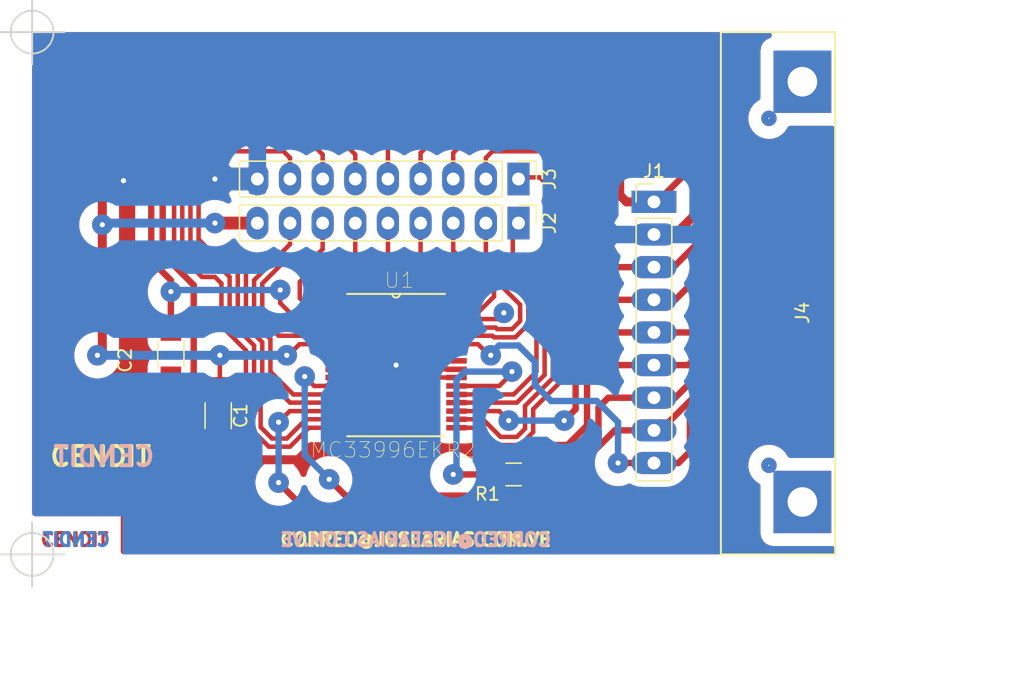
<source format=kicad_pcb>
(kicad_pcb (version 4) (host pcbnew 4.0.7-e2-6376~58~ubuntu16.04.1)

  (general
    (links 53)
    (no_connects 0)
    (area 106.466 73.7 189.396572 129.192001)
    (thickness 1.6)
    (drawings 10)
    (tracks 414)
    (zones 0)
    (modules 8)
    (nets 28)
  )

  (page USLetter)
  (title_block
    (title "Expansor de puertos Viking MC33996")
    (date 2018-01-08)
    (rev "Rev 2")
    (company Cendit)
    (comment 2 "Trabajo Especial de Grado")
    (comment 3 correo@JoseArias.com.ve)
    (comment 4 "Jose Arias")
  )

  (layers
    (0 F.Cu signal)
    (31 B.Cu signal)
    (32 B.Adhes user)
    (33 F.Adhes user)
    (34 B.Paste user)
    (35 F.Paste user)
    (36 B.SilkS user)
    (37 F.SilkS user)
    (38 B.Mask user)
    (39 F.Mask user)
    (40 Dwgs.User user)
    (41 Cmts.User user)
    (42 Eco1.User user)
    (43 Eco2.User user)
    (44 Edge.Cuts user)
    (45 Margin user)
    (46 B.CrtYd user)
    (47 F.CrtYd user)
    (48 B.Fab user)
    (49 F.Fab user)
  )

  (setup
    (last_trace_width 0.5)
    (user_trace_width 0.2)
    (user_trace_width 0.35)
    (user_trace_width 0.4)
    (user_trace_width 0.5)
    (user_trace_width 0.7)
    (user_trace_width 1)
    (trace_clearance 0.2)
    (zone_clearance 1)
    (zone_45_only yes)
    (trace_min 0.2)
    (segment_width 0.2)
    (edge_width 0.15)
    (via_size 0.6)
    (via_drill 0.4)
    (via_min_size 0.4)
    (via_min_drill 0.3)
    (user_via 1 0.4)
    (user_via 1.6 0.4)
    (uvia_size 0.3)
    (uvia_drill 0.1)
    (uvias_allowed no)
    (uvia_min_size 0.2)
    (uvia_min_drill 0.1)
    (pcb_text_width 0.3)
    (pcb_text_size 1.5 1.5)
    (mod_edge_width 0.15)
    (mod_text_size 1 1)
    (mod_text_width 0.15)
    (pad_size 1.524 1.524)
    (pad_drill 0.762)
    (pad_to_mask_clearance 0.2)
    (aux_axis_origin 0 0)
    (visible_elements 7FFFFFFF)
    (pcbplotparams
      (layerselection 0x00030_80000001)
      (usegerberextensions false)
      (excludeedgelayer true)
      (linewidth 0.100000)
      (plotframeref false)
      (viasonmask false)
      (mode 1)
      (useauxorigin false)
      (hpglpennumber 1)
      (hpglpenspeed 20)
      (hpglpendiameter 15)
      (hpglpenoverlay 2)
      (psnegative false)
      (psa4output false)
      (plotreference true)
      (plotvalue true)
      (plotinvisibletext false)
      (padsonsilk false)
      (subtractmaskfromsilk false)
      (outputformat 1)
      (mirror false)
      (drillshape 1)
      (scaleselection 1)
      (outputdirectory ""))
  )

  (net 0 "")
  (net 1 /VKX0)
  (net 2 /VKX1)
  (net 3 /VKX2)
  (net 4 /VKX3)
  (net 5 /VKX4)
  (net 6 /VKX5)
  (net 7 /VKX6)
  (net 8 /VKX7)
  (net 9 /VKX8)
  (net 10 /VKX9)
  (net 11 /VKX10)
  (net 12 /VKX11)
  (net 13 /VKX12)
  (net 14 /VKX13)
  (net 15 /VKX14)
  (net 16 /VKX15)
  (net 17 GNDPWR)
  (net 18 GND)
  (net 19 VDD)
  (net 20 +24.0V)
  (net 21 "Net-(R1-Pad2)")
  (net 22 /MOSI)
  (net 23 /MISO)
  (net 24 /SCLK)
  (net 25 //CS)
  (net 26 //RESET)
  (net 27 /VK_PWM)

  (net_class Default "This is the default net class."
    (clearance 0.2)
    (trace_width 0.25)
    (via_dia 0.6)
    (via_drill 0.4)
    (uvia_dia 0.3)
    (uvia_drill 0.1)
    (add_net //CS)
    (add_net //RESET)
    (add_net /MISO)
    (add_net /MOSI)
    (add_net /SCLK)
    (add_net /VK_PWM)
    (add_net GNDPWR)
    (add_net "Net-(R1-Pad2)")
  )

  (net_class GND ""
    (clearance 0.3)
    (trace_width 0.5)
    (via_dia 0.6)
    (via_drill 0.4)
    (uvia_dia 0.3)
    (uvia_drill 0.1)
    (add_net GND)
  )

  (net_class IOPORT ""
    (clearance 0.2)
    (trace_width 0.35)
    (via_dia 1.6)
    (via_drill 0.4)
    (uvia_dia 0.3)
    (uvia_drill 0.1)
  )

  (net_class POWER ""
    (clearance 0.25)
    (trace_width 0.25)
    (via_dia 1.6)
    (via_drill 0.4)
    (uvia_dia 0.3)
    (uvia_drill 0.1)
    (add_net +24.0V)
    (add_net VDD)
  )

  (net_class VIKING ""
    (clearance 0.2)
    (trace_width 0.35)
    (via_dia 1.6)
    (via_drill 0.4)
    (uvia_dia 0.3)
    (uvia_drill 0.1)
    (add_net /VKX0)
    (add_net /VKX1)
    (add_net /VKX10)
    (add_net /VKX11)
    (add_net /VKX12)
    (add_net /VKX13)
    (add_net /VKX14)
    (add_net /VKX15)
    (add_net /VKX2)
    (add_net /VKX3)
    (add_net /VKX4)
    (add_net /VKX5)
    (add_net /VKX6)
    (add_net /VKX7)
    (add_net /VKX8)
    (add_net /VKX9)
  )

  (module CenditFootprints:SLIMLINE_SATA_PLUG_7P_6P (layer F.Cu) (tedit 5A73293E) (tstamp 5A518DCB)
    (at 165.1 97.79 90)
    (path /5A51929B)
    (fp_text reference J4 (at -0.254 3.81 90) (layer F.SilkS)
      (effects (font (size 1 1) (thickness 0.15)))
    )
    (fp_text value SATA_CON_14P (at -0.762 -4.953 90) (layer F.Fab)
      (effects (font (size 1 1) (thickness 0.15)))
    )
    (fp_line (start -19.05 6.35) (end 21.59 6.35) (layer F.SilkS) (width 0.15))
    (fp_line (start 21.59 6.35) (end 21.59 -2.54) (layer F.SilkS) (width 0.15))
    (fp_line (start 21.59 -2.54) (end -19.05 -2.54) (layer F.SilkS) (width 0.15))
    (fp_line (start -19.05 -2.54) (end -19.05 6.35) (layer F.SilkS) (width 0.15))
    (pad 14 smd rect (at 0 0 90) (size 2.4 1.5) (layers F.Cu F.Paste F.Mask)
      (net 17 GNDPWR))
    (pad 12 smd rect (at 9.49 0 90) (size 0.7 1.5) (layers F.Cu F.Paste F.Mask)
      (net 17 GNDPWR))
    (pad 11 smd rect (at 8.22 0 90) (size 0.7 1.5) (layers F.Cu F.Paste F.Mask)
      (net 17 GNDPWR))
    (pad 13 smd rect (at 10.76 0 90) (size 0.7 1.5) (layers F.Cu F.Paste F.Mask)
      (net 20 +24.0V))
    (pad 10 smd rect (at 6.95 0 90) (size 0.7 1.5) (layers F.Cu F.Paste F.Mask)
      (net 17 GNDPWR))
    (pad 9 smd rect (at 5.68 0 90) (size 0.7 1.5) (layers F.Cu F.Paste F.Mask)
      (net 19 VDD))
    (pad 8 smd rect (at 4.41 0 90) (size 0.7 1.5) (layers F.Cu F.Paste F.Mask)
      (net 18 GND))
    (pad 7 smd rect (at 3.14 0 90) (size 0.7 1.5) (layers F.Cu F.Paste F.Mask)
      (net 22 /MOSI))
    (pad 6 smd rect (at -3.07 0 90) (size 0.7 1.5) (layers F.Cu F.Paste F.Mask)
      (net 23 /MISO))
    (pad 5 smd rect (at -4.07 0 90) (size 0.7 1.5) (layers F.Cu F.Paste F.Mask)
      (net 24 /SCLK))
    (pad 4 smd rect (at -5.07 0 90) (size 0.7 1.5) (layers F.Cu F.Paste F.Mask)
      (net 25 //CS))
    (pad 3 smd rect (at -6.07 0 90) (size 0.7 1.5) (layers F.Cu F.Paste F.Mask)
      (net 26 //RESET))
    (pad 2 smd rect (at -7.07 0 90) (size 0.7 1.5) (layers F.Cu F.Paste F.Mask)
      (net 17 GNDPWR))
    (pad 1 smd rect (at -8.07 0 90) (size 0.7 1.5) (layers F.Cu F.Paste F.Mask)
      (net 17 GNDPWR))
    (pad "" np_thru_hole circle (at 14.88 1.2 90) (size 1.2 1.2) (drill 0.1) (layers *.Cu *.Mask))
    (pad "" np_thru_hole circle (at -12.12 1.2 90) (size 1.2 1.2) (drill 0.1) (layers *.Cu *.Mask))
    (pad "" np_thru_hole rect (at 17.73 3.8 90) (size 4.85 4.5) (drill 2.3) (layers *.Cu *.Mask))
    (pad "" np_thru_hole rect (at -14.97 3.8 90) (size 4.85 4.5) (drill 2.3) (layers *.Cu *.Mask))
  )

  (module CenditFootprints:MC33996-SOIC32 (layer F.Cu) (tedit 5A519F89) (tstamp 5A318D83)
    (at 137.287 102.108)
    (path /5A318285)
    (attr smd)
    (fp_text reference U1 (at 0.254 -6.604) (layer F.SilkS)
      (effects (font (size 1.2 1.2) (thickness 0.05)))
    )
    (fp_text value MC33996EKR2 (at -0.254 6.604) (layer F.SilkS)
      (effects (font (size 1.2 1.2) (thickness 0.05)))
    )
    (fp_line (start -3.81 5.5372) (end 3.81 5.5372) (layer F.SilkS) (width 0.1524))
    (fp_line (start 3.81 -5.5372) (end -0.3048 -5.5372) (layer F.SilkS) (width 0.1524))
    (fp_line (start -0.3048 -5.5372) (end -3.81 -5.5372) (layer F.SilkS) (width 0.1524))
    (fp_arc (start 0 -5.5499) (end -0.3048 -5.5372) (angle -180) (layer F.SilkS) (width 0.1524))
    (fp_line (start -3.81 -4.699) (end -3.81 -5.0546) (layer Dwgs.User) (width 0))
    (fp_line (start -3.81 -5.0546) (end -5.1562 -5.0546) (layer Dwgs.User) (width 0))
    (fp_line (start -5.1562 -5.0546) (end -5.1562 -4.699) (layer Dwgs.User) (width 0))
    (fp_line (start -5.1562 -4.699) (end -3.81 -4.699) (layer Dwgs.User) (width 0))
    (fp_line (start -3.81 -4.0386) (end -3.81 -4.4196) (layer Dwgs.User) (width 0))
    (fp_line (start -3.81 -4.4196) (end -5.1562 -4.4196) (layer Dwgs.User) (width 0))
    (fp_line (start -5.1562 -4.4196) (end -5.1562 -4.0386) (layer Dwgs.User) (width 0))
    (fp_line (start -5.1562 -4.0386) (end -3.81 -4.0386) (layer Dwgs.User) (width 0))
    (fp_line (start -3.81 -3.3782) (end -3.81 -3.7592) (layer Dwgs.User) (width 0))
    (fp_line (start -3.81 -3.7592) (end -5.1562 -3.7592) (layer Dwgs.User) (width 0))
    (fp_line (start -5.1562 -3.7592) (end -5.1562 -3.3782) (layer Dwgs.User) (width 0))
    (fp_line (start -5.1562 -3.3782) (end -3.81 -3.3782) (layer Dwgs.User) (width 0))
    (fp_line (start -3.81 -2.7432) (end -3.81 -3.1242) (layer Dwgs.User) (width 0))
    (fp_line (start -3.81 -3.1242) (end -5.1562 -3.1242) (layer Dwgs.User) (width 0))
    (fp_line (start -5.1562 -3.1242) (end -5.1562 -2.7432) (layer Dwgs.User) (width 0))
    (fp_line (start -5.1562 -2.7432) (end -3.81 -2.7432) (layer Dwgs.User) (width 0))
    (fp_line (start -3.81 -2.0828) (end -3.81 -2.4638) (layer Dwgs.User) (width 0))
    (fp_line (start -3.81 -2.4638) (end -5.1562 -2.4638) (layer Dwgs.User) (width 0))
    (fp_line (start -5.1562 -2.4638) (end -5.1562 -2.0828) (layer Dwgs.User) (width 0))
    (fp_line (start -5.1562 -2.0828) (end -3.81 -2.0828) (layer Dwgs.User) (width 0))
    (fp_line (start -3.81 -1.4478) (end -3.81 -1.8034) (layer Dwgs.User) (width 0))
    (fp_line (start -3.81 -1.8034) (end -5.1562 -1.8034) (layer Dwgs.User) (width 0))
    (fp_line (start -5.1562 -1.8034) (end -5.1562 -1.4478) (layer Dwgs.User) (width 0))
    (fp_line (start -5.1562 -1.4478) (end -3.81 -1.4478) (layer Dwgs.User) (width 0))
    (fp_line (start -3.81 -0.7874) (end -3.81 -1.1684) (layer Dwgs.User) (width 0))
    (fp_line (start -3.81 -1.1684) (end -5.1562 -1.1684) (layer Dwgs.User) (width 0))
    (fp_line (start -5.1562 -1.1684) (end -5.1562 -0.7874) (layer Dwgs.User) (width 0))
    (fp_line (start -5.1562 -0.7874) (end -3.81 -0.7874) (layer Dwgs.User) (width 0))
    (fp_line (start -3.81 -0.127) (end -3.81 -0.508) (layer Dwgs.User) (width 0))
    (fp_line (start -3.81 -0.508) (end -5.1562 -0.508) (layer Dwgs.User) (width 0))
    (fp_line (start -5.1562 -0.508) (end -5.1562 -0.127) (layer Dwgs.User) (width 0))
    (fp_line (start -5.1562 -0.127) (end -3.81 -0.127) (layer Dwgs.User) (width 0))
    (fp_line (start -3.81 0.508) (end -3.81 0.127) (layer Dwgs.User) (width 0))
    (fp_line (start -3.81 0.127) (end -5.1562 0.127) (layer Dwgs.User) (width 0))
    (fp_line (start -5.1562 0.127) (end -5.1562 0.508) (layer Dwgs.User) (width 0))
    (fp_line (start -5.1562 0.508) (end -3.81 0.508) (layer Dwgs.User) (width 0))
    (fp_line (start -3.81 1.1684) (end -3.81 0.7874) (layer Dwgs.User) (width 0))
    (fp_line (start -3.81 0.7874) (end -5.1562 0.7874) (layer Dwgs.User) (width 0))
    (fp_line (start -5.1562 0.7874) (end -5.1562 1.1684) (layer Dwgs.User) (width 0))
    (fp_line (start -5.1562 1.1684) (end -3.81 1.1684) (layer Dwgs.User) (width 0))
    (fp_line (start -3.81 1.8034) (end -3.81 1.4478) (layer Dwgs.User) (width 0))
    (fp_line (start -3.81 1.4478) (end -5.1562 1.4478) (layer Dwgs.User) (width 0))
    (fp_line (start -5.1562 1.4478) (end -5.1562 1.8034) (layer Dwgs.User) (width 0))
    (fp_line (start -5.1562 1.8034) (end -3.81 1.8034) (layer Dwgs.User) (width 0))
    (fp_line (start -3.81 2.4638) (end -3.81 2.0828) (layer Dwgs.User) (width 0))
    (fp_line (start -3.81 2.0828) (end -5.1562 2.0828) (layer Dwgs.User) (width 0))
    (fp_line (start -5.1562 2.0828) (end -5.1562 2.4638) (layer Dwgs.User) (width 0))
    (fp_line (start -5.1562 2.4638) (end -3.81 2.4638) (layer Dwgs.User) (width 0))
    (fp_line (start -3.81 3.1242) (end -3.81 2.7432) (layer Dwgs.User) (width 0))
    (fp_line (start -3.81 2.7432) (end -5.1562 2.7432) (layer Dwgs.User) (width 0))
    (fp_line (start -5.1562 2.7432) (end -5.1562 3.1242) (layer Dwgs.User) (width 0))
    (fp_line (start -5.1562 3.1242) (end -3.81 3.1242) (layer Dwgs.User) (width 0))
    (fp_line (start -3.81 3.7592) (end -3.81 3.3782) (layer Dwgs.User) (width 0))
    (fp_line (start -3.81 3.3782) (end -5.1562 3.3782) (layer Dwgs.User) (width 0))
    (fp_line (start -5.1562 3.3782) (end -5.1562 3.7592) (layer Dwgs.User) (width 0))
    (fp_line (start -5.1562 3.7592) (end -3.81 3.7592) (layer Dwgs.User) (width 0))
    (fp_line (start -3.81 4.4196) (end -3.81 4.0386) (layer Dwgs.User) (width 0))
    (fp_line (start -3.81 4.0386) (end -5.1562 4.0386) (layer Dwgs.User) (width 0))
    (fp_line (start -5.1562 4.0386) (end -5.1562 4.4196) (layer Dwgs.User) (width 0))
    (fp_line (start -5.1562 4.4196) (end -3.81 4.4196) (layer Dwgs.User) (width 0))
    (fp_line (start -3.81 5.0546) (end -3.81 4.699) (layer Dwgs.User) (width 0))
    (fp_line (start -3.81 4.699) (end -5.1562 4.699) (layer Dwgs.User) (width 0))
    (fp_line (start -5.1562 4.699) (end -5.1562 5.0546) (layer Dwgs.User) (width 0))
    (fp_line (start -5.1562 5.0546) (end -3.81 5.0546) (layer Dwgs.User) (width 0))
    (fp_line (start 3.81 4.699) (end 3.81 5.0546) (layer Dwgs.User) (width 0))
    (fp_line (start 3.81 5.0546) (end 5.1562 5.0546) (layer Dwgs.User) (width 0))
    (fp_line (start 5.1562 5.0546) (end 5.1562 4.699) (layer Dwgs.User) (width 0))
    (fp_line (start 5.1562 4.699) (end 3.81 4.699) (layer Dwgs.User) (width 0))
    (fp_line (start 3.81 4.0386) (end 3.81 4.4196) (layer Dwgs.User) (width 0))
    (fp_line (start 3.81 4.4196) (end 5.1562 4.4196) (layer Dwgs.User) (width 0))
    (fp_line (start 5.1562 4.4196) (end 5.1562 4.0386) (layer Dwgs.User) (width 0))
    (fp_line (start 5.1562 4.0386) (end 3.81 4.0386) (layer Dwgs.User) (width 0))
    (fp_line (start 3.81 3.3782) (end 3.81 3.7592) (layer Dwgs.User) (width 0))
    (fp_line (start 3.81 3.7592) (end 5.1562 3.7592) (layer Dwgs.User) (width 0))
    (fp_line (start 5.1562 3.7592) (end 5.1562 3.3782) (layer Dwgs.User) (width 0))
    (fp_line (start 5.1562 3.3782) (end 3.81 3.3782) (layer Dwgs.User) (width 0))
    (fp_line (start 3.81 2.7432) (end 3.81 3.1242) (layer Dwgs.User) (width 0))
    (fp_line (start 3.81 3.1242) (end 5.1562 3.1242) (layer Dwgs.User) (width 0))
    (fp_line (start 5.1562 3.1242) (end 5.1562 2.7432) (layer Dwgs.User) (width 0))
    (fp_line (start 5.1562 2.7432) (end 3.81 2.7432) (layer Dwgs.User) (width 0))
    (fp_line (start 3.81 2.0828) (end 3.81 2.4638) (layer Dwgs.User) (width 0))
    (fp_line (start 3.81 2.4638) (end 5.1562 2.4638) (layer Dwgs.User) (width 0))
    (fp_line (start 5.1562 2.4638) (end 5.1562 2.0828) (layer Dwgs.User) (width 0))
    (fp_line (start 5.1562 2.0828) (end 3.81 2.0828) (layer Dwgs.User) (width 0))
    (fp_line (start 3.81 1.4478) (end 3.81 1.8034) (layer Dwgs.User) (width 0))
    (fp_line (start 3.81 1.8034) (end 5.1562 1.8034) (layer Dwgs.User) (width 0))
    (fp_line (start 5.1562 1.8034) (end 5.1562 1.4478) (layer Dwgs.User) (width 0))
    (fp_line (start 5.1562 1.4478) (end 3.81 1.4478) (layer Dwgs.User) (width 0))
    (fp_line (start 3.81 0.7874) (end 3.81 1.1684) (layer Dwgs.User) (width 0))
    (fp_line (start 3.81 1.1684) (end 5.1562 1.1684) (layer Dwgs.User) (width 0))
    (fp_line (start 5.1562 1.1684) (end 5.1562 0.7874) (layer Dwgs.User) (width 0))
    (fp_line (start 5.1562 0.7874) (end 3.81 0.7874) (layer Dwgs.User) (width 0))
    (fp_line (start 3.81 0.127) (end 3.81 0.508) (layer Dwgs.User) (width 0))
    (fp_line (start 3.81 0.508) (end 5.1562 0.508) (layer Dwgs.User) (width 0))
    (fp_line (start 5.1562 0.508) (end 5.1562 0.127) (layer Dwgs.User) (width 0))
    (fp_line (start 5.1562 0.127) (end 3.81 0.127) (layer Dwgs.User) (width 0))
    (fp_line (start 3.81 -0.508) (end 3.81 -0.127) (layer Dwgs.User) (width 0))
    (fp_line (start 3.81 -0.127) (end 5.1562 -0.127) (layer Dwgs.User) (width 0))
    (fp_line (start 5.1562 -0.127) (end 5.1562 -0.508) (layer Dwgs.User) (width 0))
    (fp_line (start 5.1562 -0.508) (end 3.81 -0.508) (layer Dwgs.User) (width 0))
    (fp_line (start 3.81 -1.1684) (end 3.81 -0.7874) (layer Dwgs.User) (width 0))
    (fp_line (start 3.81 -0.7874) (end 5.1562 -0.7874) (layer Dwgs.User) (width 0))
    (fp_line (start 5.1562 -0.7874) (end 5.1562 -1.1684) (layer Dwgs.User) (width 0))
    (fp_line (start 5.1562 -1.1684) (end 3.81 -1.1684) (layer Dwgs.User) (width 0))
    (fp_line (start 3.81 -1.8034) (end 3.81 -1.4478) (layer Dwgs.User) (width 0))
    (fp_line (start 3.81 -1.4478) (end 5.1562 -1.4478) (layer Dwgs.User) (width 0))
    (fp_line (start 5.1562 -1.4478) (end 5.1562 -1.8034) (layer Dwgs.User) (width 0))
    (fp_line (start 5.1562 -1.8034) (end 3.81 -1.8034) (layer Dwgs.User) (width 0))
    (fp_line (start 3.81 -2.4638) (end 3.81 -2.0828) (layer Dwgs.User) (width 0))
    (fp_line (start 3.81 -2.0828) (end 5.1562 -2.0828) (layer Dwgs.User) (width 0))
    (fp_line (start 5.1562 -2.0828) (end 5.1562 -2.4638) (layer Dwgs.User) (width 0))
    (fp_line (start 5.1562 -2.4638) (end 3.81 -2.4638) (layer Dwgs.User) (width 0))
    (fp_line (start 3.81 -3.1242) (end 3.81 -2.7432) (layer Dwgs.User) (width 0))
    (fp_line (start 3.81 -2.7432) (end 5.1562 -2.7432) (layer Dwgs.User) (width 0))
    (fp_line (start 5.1562 -2.7432) (end 5.1562 -3.1242) (layer Dwgs.User) (width 0))
    (fp_line (start 5.1562 -3.1242) (end 3.81 -3.1242) (layer Dwgs.User) (width 0))
    (fp_line (start 3.81 -3.7592) (end 3.81 -3.3782) (layer Dwgs.User) (width 0))
    (fp_line (start 3.81 -3.3782) (end 5.1562 -3.3782) (layer Dwgs.User) (width 0))
    (fp_line (start 5.1562 -3.3782) (end 5.1562 -3.7592) (layer Dwgs.User) (width 0))
    (fp_line (start 5.1562 -3.7592) (end 3.81 -3.7592) (layer Dwgs.User) (width 0))
    (fp_line (start 3.81 -4.4196) (end 3.81 -4.0386) (layer Dwgs.User) (width 0))
    (fp_line (start 3.81 -4.0386) (end 5.1562 -4.0386) (layer Dwgs.User) (width 0))
    (fp_line (start 5.1562 -4.0386) (end 5.1562 -4.4196) (layer Dwgs.User) (width 0))
    (fp_line (start 5.1562 -4.4196) (end 3.81 -4.4196) (layer Dwgs.User) (width 0))
    (fp_line (start 3.81 -5.0546) (end 3.81 -4.699) (layer Dwgs.User) (width 0))
    (fp_line (start 3.81 -4.699) (end 5.1562 -4.699) (layer Dwgs.User) (width 0))
    (fp_line (start 5.1562 -4.699) (end 5.1562 -5.0546) (layer Dwgs.User) (width 0))
    (fp_line (start 5.1562 -5.0546) (end 3.81 -5.0546) (layer Dwgs.User) (width 0))
    (fp_line (start -3.81 5.5372) (end 3.81 5.5372) (layer Dwgs.User) (width 0))
    (fp_line (start 3.81 5.5372) (end 3.81 -5.5372) (layer Dwgs.User) (width 0))
    (fp_line (start 3.81 -5.5372) (end -0.3048 -5.5372) (layer Dwgs.User) (width 0))
    (fp_line (start -0.3048 -5.5372) (end -3.81 -5.5372) (layer Dwgs.User) (width 0))
    (fp_line (start -3.81 -5.5372) (end -3.81 5.5372) (layer Dwgs.User) (width 0))
    (fp_arc (start 0 -5.5499) (end -0.3048 -5.5372) (angle -180) (layer Dwgs.User) (width 0))
    (pad 1 smd rect (at -4.699 -4.8768) (size 1.6002 0.4318) (layers F.Cu F.Paste F.Mask)
      (net 1 /VKX0))
    (pad 2 smd rect (at -4.699 -4.2164) (size 1.6002 0.4318) (layers F.Cu F.Paste F.Mask)
      (net 2 /VKX1))
    (pad 3 smd rect (at -4.699 -3.5814) (size 1.6002 0.4318) (layers F.Cu F.Paste F.Mask)
      (net 19 VDD))
    (pad 4 smd rect (at -4.699 -2.921) (size 1.6002 0.4318) (layers F.Cu F.Paste F.Mask)
      (net 3 /VKX2))
    (pad 5 smd rect (at -4.699 -2.286) (size 1.6002 0.4318) (layers F.Cu F.Paste F.Mask)
      (net 4 /VKX3))
    (pad 6 smd rect (at -4.699 -1.6256) (size 1.6002 0.4318) (layers F.Cu F.Paste F.Mask)
      (net 20 +24.0V))
    (pad 7 smd rect (at -4.699 -0.9652) (size 1.6002 0.4318) (layers F.Cu F.Paste F.Mask)
      (net 17 GNDPWR))
    (pad 8 smd rect (at -4.699 -0.3302) (size 1.6002 0.4318) (layers F.Cu F.Paste F.Mask)
      (net 17 GNDPWR))
    (pad 9 smd rect (at -4.699 0.3302) (size 1.6002 0.4318) (layers F.Cu F.Paste F.Mask)
      (net 17 GNDPWR))
    (pad 10 smd rect (at -4.699 0.9652) (size 1.6002 0.4318) (layers F.Cu F.Paste F.Mask)
      (net 17 GNDPWR))
    (pad 11 smd rect (at -4.699 1.6256) (size 1.6002 0.4318) (layers F.Cu F.Paste F.Mask)
      (net 24 /SCLK))
    (pad 12 smd rect (at -4.699 2.286) (size 1.6002 0.4318) (layers F.Cu F.Paste F.Mask)
      (net 5 /VKX4))
    (pad 13 smd rect (at -4.699 2.921) (size 1.6002 0.4318) (layers F.Cu F.Paste F.Mask)
      (net 6 /VKX5))
    (pad 14 smd rect (at -4.699 3.5814) (size 1.6002 0.4318) (layers F.Cu F.Paste F.Mask)
      (net 25 //CS))
    (pad 15 smd rect (at -4.699 4.2164) (size 1.6002 0.4318) (layers F.Cu F.Paste F.Mask)
      (net 7 /VKX6))
    (pad 16 smd rect (at -4.699 4.8768) (size 1.6002 0.4318) (layers F.Cu F.Paste F.Mask)
      (net 8 /VKX7))
    (pad 17 smd rect (at 4.699 4.8768) (size 1.6002 0.4318) (layers F.Cu F.Paste F.Mask)
      (net 9 /VKX8))
    (pad 18 smd rect (at 4.699 4.2164) (size 1.6002 0.4318) (layers F.Cu F.Paste F.Mask)
      (net 10 /VKX9))
    (pad 19 smd rect (at 4.699 3.5814) (size 1.6002 0.4318) (layers F.Cu F.Paste F.Mask)
      (net 22 /MOSI))
    (pad 20 smd rect (at 4.699 2.921) (size 1.6002 0.4318) (layers F.Cu F.Paste F.Mask)
      (net 11 /VKX10))
    (pad 21 smd rect (at 4.699 2.286) (size 1.6002 0.4318) (layers F.Cu F.Paste F.Mask)
      (net 12 /VKX11))
    (pad 22 smd rect (at 4.699 1.6256) (size 1.6002 0.4318) (layers F.Cu F.Paste F.Mask)
      (net 21 "Net-(R1-Pad2)"))
    (pad 23 smd rect (at 4.699 0.9652) (size 1.6002 0.4318) (layers F.Cu F.Paste F.Mask)
      (net 17 GNDPWR))
    (pad 24 smd rect (at 4.699 0.3302) (size 1.6002 0.4318) (layers F.Cu F.Paste F.Mask)
      (net 17 GNDPWR))
    (pad 25 smd rect (at 4.699 -0.3302) (size 1.6002 0.4318) (layers F.Cu F.Paste F.Mask)
      (net 17 GNDPWR))
    (pad 26 smd rect (at 4.699 -0.9652) (size 1.6002 0.4318) (layers F.Cu F.Paste F.Mask)
      (net 17 GNDPWR))
    (pad 27 smd rect (at 4.699 -1.6256) (size 1.6002 0.4318) (layers F.Cu F.Paste F.Mask)
      (net 26 //RESET))
    (pad 28 smd rect (at 4.699 -2.286) (size 1.6002 0.4318) (layers F.Cu F.Paste F.Mask)
      (net 13 /VKX12))
    (pad 29 smd rect (at 4.699 -2.921) (size 1.6002 0.4318) (layers F.Cu F.Paste F.Mask)
      (net 14 /VKX13))
    (pad 30 smd rect (at 4.699 -3.5814) (size 1.6002 0.4318) (layers F.Cu F.Paste F.Mask)
      (net 27 /VK_PWM))
    (pad 31 smd rect (at 4.699 -4.2164) (size 1.6002 0.4318) (layers F.Cu F.Paste F.Mask)
      (net 15 /VKX14))
    (pad 32 smd rect (at 4.699 -4.8768) (size 1.6002 0.4318) (layers F.Cu F.Paste F.Mask)
      (net 16 /VKX15))
    (pad 33 smd rect (at 0 0) (size 4.8006 5.8928) (layers F.Cu F.Paste F.Mask)
      (net 17 GNDPWR))
  )

  (module Capacitors_SMD:C_1206_HandSoldering (layer F.Cu) (tedit 5A396C70) (tstamp 5A396278)
    (at 119.761 101.219 270)
    (descr "Capacitor SMD 1206, hand soldering")
    (tags "capacitor 1206")
    (path /5A3B29B3)
    (attr smd)
    (fp_text reference C2 (at 0.508 3.556 270) (layer F.SilkS)
      (effects (font (size 1 1) (thickness 0.15)))
    )
    (fp_text value 0.1uF/10V (at 0 1.524 270) (layer F.Fab)
      (effects (font (size 1 1) (thickness 0.15)))
    )
    (fp_text user %R (at 0.508 3.556 270) (layer F.Fab)
      (effects (font (size 1 1) (thickness 0.15)))
    )
    (fp_line (start -1.6 0.8) (end -1.6 -0.8) (layer F.Fab) (width 0.1))
    (fp_line (start 1.6 0.8) (end -1.6 0.8) (layer F.Fab) (width 0.1))
    (fp_line (start 1.6 -0.8) (end 1.6 0.8) (layer F.Fab) (width 0.1))
    (fp_line (start -1.6 -0.8) (end 1.6 -0.8) (layer F.Fab) (width 0.1))
    (fp_line (start 1 -1.02) (end -1 -1.02) (layer F.SilkS) (width 0.12))
    (fp_line (start -1 1.02) (end 1 1.02) (layer F.SilkS) (width 0.12))
    (fp_line (start -3.25 -1.05) (end 3.25 -1.05) (layer F.CrtYd) (width 0.05))
    (fp_line (start -3.25 -1.05) (end -3.25 1.05) (layer F.CrtYd) (width 0.05))
    (fp_line (start 3.25 1.05) (end 3.25 -1.05) (layer F.CrtYd) (width 0.05))
    (fp_line (start 3.25 1.05) (end -3.25 1.05) (layer F.CrtYd) (width 0.05))
    (pad 1 smd rect (at -2 0 270) (size 2 1.6) (layers F.Cu F.Paste F.Mask)
      (net 19 VDD))
    (pad 2 smd rect (at 2 0 270) (size 2 1.6) (layers F.Cu F.Paste F.Mask)
      (net 18 GND))
    (model Capacitors_SMD.3dshapes/C_1206.wrl
      (at (xyz 0 0 0))
      (scale (xyz 1 1 1))
      (rotate (xyz 0 0 0))
    )
  )

  (module Resistors_SMD:R_0805_HandSoldering (layer F.Cu) (tedit 5A3AAECE) (tstamp 5A39AE22)
    (at 146.431 110.617 180)
    (descr "Resistor SMD 0805, hand soldering")
    (tags "resistor 0805")
    (path /5A3D095D)
    (attr smd)
    (fp_text reference R1 (at 2.032 -1.524 180) (layer F.SilkS)
      (effects (font (size 1 1) (thickness 0.15)))
    )
    (fp_text value 1k (at -1.524 -1.524 180) (layer F.Fab)
      (effects (font (size 1 1) (thickness 0.15)))
    )
    (fp_text user %R (at 0 0 180) (layer F.Fab)
      (effects (font (size 0.5 0.5) (thickness 0.075)))
    )
    (fp_line (start -1 0.62) (end -1 -0.62) (layer F.Fab) (width 0.1))
    (fp_line (start 1 0.62) (end -1 0.62) (layer F.Fab) (width 0.1))
    (fp_line (start 1 -0.62) (end 1 0.62) (layer F.Fab) (width 0.1))
    (fp_line (start -1 -0.62) (end 1 -0.62) (layer F.Fab) (width 0.1))
    (fp_line (start 0.6 0.88) (end -0.6 0.88) (layer F.SilkS) (width 0.12))
    (fp_line (start -0.6 -0.88) (end 0.6 -0.88) (layer F.SilkS) (width 0.12))
    (fp_line (start -2.35 -0.9) (end 2.35 -0.9) (layer F.CrtYd) (width 0.05))
    (fp_line (start -2.35 -0.9) (end -2.35 0.9) (layer F.CrtYd) (width 0.05))
    (fp_line (start 2.35 0.9) (end 2.35 -0.9) (layer F.CrtYd) (width 0.05))
    (fp_line (start 2.35 0.9) (end -2.35 0.9) (layer F.CrtYd) (width 0.05))
    (pad 1 smd rect (at -1.35 0 180) (size 1.5 1.3) (layers F.Cu F.Paste F.Mask)
      (net 23 /MISO))
    (pad 2 smd rect (at 1.35 0 180) (size 1.5 1.3) (layers F.Cu F.Paste F.Mask)
      (net 21 "Net-(R1-Pad2)"))
    (model ${KISYS3DMOD}/Resistors_SMD.3dshapes/R_0805.wrl
      (at (xyz 0 0 0))
      (scale (xyz 1 1 1))
      (rotate (xyz 0 0 0))
    )
  )

  (module Capacitors_SMD:C_1206_HandSoldering (layer F.Cu) (tedit 58AA84D1) (tstamp 5A3AE59A)
    (at 123.444 106.045 270)
    (descr "Capacitor SMD 1206, hand soldering")
    (tags "capacitor 1206")
    (path /5A3B20EE)
    (attr smd)
    (fp_text reference C1 (at 0 -1.75 270) (layer F.SilkS)
      (effects (font (size 1 1) (thickness 0.15)))
    )
    (fp_text value 0.1uF/30V (at 0 2 270) (layer F.Fab)
      (effects (font (size 1 1) (thickness 0.15)))
    )
    (fp_text user %R (at 0 -1.75 270) (layer F.Fab)
      (effects (font (size 1 1) (thickness 0.15)))
    )
    (fp_line (start -1.6 0.8) (end -1.6 -0.8) (layer F.Fab) (width 0.1))
    (fp_line (start 1.6 0.8) (end -1.6 0.8) (layer F.Fab) (width 0.1))
    (fp_line (start 1.6 -0.8) (end 1.6 0.8) (layer F.Fab) (width 0.1))
    (fp_line (start -1.6 -0.8) (end 1.6 -0.8) (layer F.Fab) (width 0.1))
    (fp_line (start 1 -1.02) (end -1 -1.02) (layer F.SilkS) (width 0.12))
    (fp_line (start -1 1.02) (end 1 1.02) (layer F.SilkS) (width 0.12))
    (fp_line (start -3.25 -1.05) (end 3.25 -1.05) (layer F.CrtYd) (width 0.05))
    (fp_line (start -3.25 -1.05) (end -3.25 1.05) (layer F.CrtYd) (width 0.05))
    (fp_line (start 3.25 1.05) (end 3.25 -1.05) (layer F.CrtYd) (width 0.05))
    (fp_line (start 3.25 1.05) (end -3.25 1.05) (layer F.CrtYd) (width 0.05))
    (pad 1 smd rect (at -2 0 270) (size 2 1.6) (layers F.Cu F.Paste F.Mask)
      (net 20 +24.0V))
    (pad 2 smd rect (at 2 0 270) (size 2 1.6) (layers F.Cu F.Paste F.Mask)
      (net 17 GNDPWR))
    (model Capacitors_SMD.3dshapes/C_1206.wrl
      (at (xyz 0 0 0))
      (scale (xyz 1 1 1))
      (rotate (xyz 0 0 0))
    )
  )

  (module CenditFootprints:DEBUG_CON_9P (layer F.Cu) (tedit 5A734E01) (tstamp 5A78D170)
    (at 157.353 89.408)
    (descr "Through hole straight pin header, 1x09, 2.54mm pitch, single row")
    (tags "Through hole pin header THT 1x09 2.54mm single row")
    (path /5A3AE4DF)
    (fp_text reference J1 (at 0 -2.39) (layer F.SilkS)
      (effects (font (size 1 1) (thickness 0.15)))
    )
    (fp_text value DEBUG_CON_9P (at -2.794 9.906 90) (layer F.Fab)
      (effects (font (size 1 1) (thickness 0.15)))
    )
    (fp_line (start -1.27 -1.27) (end -1.27 21.59) (layer F.Fab) (width 0.1))
    (fp_line (start -1.27 21.59) (end 1.27 21.59) (layer F.Fab) (width 0.1))
    (fp_line (start 1.27 21.59) (end 1.27 -1.27) (layer F.Fab) (width 0.1))
    (fp_line (start 1.27 -1.27) (end -1.27 -1.27) (layer F.Fab) (width 0.1))
    (fp_line (start -1.39 1.27) (end -1.39 21.71) (layer F.SilkS) (width 0.12))
    (fp_line (start -1.39 21.71) (end 1.39 21.71) (layer F.SilkS) (width 0.12))
    (fp_line (start 1.39 21.71) (end 1.39 1.27) (layer F.SilkS) (width 0.12))
    (fp_line (start 1.39 1.27) (end -1.39 1.27) (layer F.SilkS) (width 0.12))
    (fp_line (start -1.39 0) (end -1.39 -1.39) (layer F.SilkS) (width 0.12))
    (fp_line (start -1.39 -1.39) (end 0 -1.39) (layer F.SilkS) (width 0.12))
    (fp_line (start -1.6 -1.6) (end -1.6 21.9) (layer F.CrtYd) (width 0.05))
    (fp_line (start -1.6 21.9) (end 1.6 21.9) (layer F.CrtYd) (width 0.05))
    (fp_line (start 1.6 21.9) (end 1.6 -1.6) (layer F.CrtYd) (width 0.05))
    (fp_line (start 1.6 -1.6) (end -1.6 -1.6) (layer F.CrtYd) (width 0.05))
    (pad 1 thru_hole rect (at 0 0) (size 3.5 1.725) (drill 1) (layers *.Cu *.Mask)
      (net 20 +24.0V))
    (pad 2 thru_hole oval (at 0 2.54) (size 3.5 1.725) (drill 1) (layers *.Cu *.Mask)
      (net 17 GNDPWR))
    (pad 3 thru_hole oval (at 0 5.08) (size 3.5 1.725) (drill 1) (layers *.Cu *.Mask)
      (net 19 VDD))
    (pad 4 thru_hole oval (at 0 7.62) (size 3.5 1.725) (drill 1) (layers *.Cu *.Mask)
      (net 18 GND))
    (pad 5 thru_hole oval (at 0 10.16) (size 3.5 1.725) (drill 1) (layers *.Cu *.Mask)
      (net 22 /MOSI))
    (pad 6 thru_hole oval (at 0 12.7) (size 3.5 1.725) (drill 1) (layers *.Cu *.Mask)
      (net 23 /MISO))
    (pad 7 thru_hole oval (at 0 15.24) (size 3.5 1.725) (drill 1) (layers *.Cu *.Mask)
      (net 24 /SCLK))
    (pad 8 thru_hole oval (at 0 17.78) (size 3.5 1.725) (drill 1) (layers *.Cu *.Mask)
      (net 25 //CS))
    (pad 9 thru_hole oval (at 0 20.32) (size 3.5 1.725) (drill 1) (layers *.Cu *.Mask)
      (net 26 //RESET))
    (model Pin_Headers.3dshapes/Pin_Header_Straight_1x09_Pitch2.54mm.wrl
      (at (xyz 0 -0.4 0))
      (scale (xyz 1 1 1))
      (rotate (xyz 0 0 90))
    )
  )

  (module CenditFootprints:VIKING_HEADER_9P (layer F.Cu) (tedit 5A734B1E) (tstamp 5A810A22)
    (at 146.812 91.059 270)
    (descr "Through hole straight pin header, 1x09, 2.54mm pitch, single row")
    (tags "Through hole pin header THT 1x09 2.54mm single row")
    (path /5A3BA176)
    (fp_text reference J2 (at 0 -2.39 270) (layer F.SilkS)
      (effects (font (size 1 1) (thickness 0.15)))
    )
    (fp_text value VIKING_CON_9P (at 2.413 9.652 360) (layer F.Fab)
      (effects (font (size 1 1) (thickness 0.15)))
    )
    (fp_line (start -1.27 -1.27) (end -1.27 21.59) (layer F.Fab) (width 0.1))
    (fp_line (start -1.27 21.59) (end 1.27 21.59) (layer F.Fab) (width 0.1))
    (fp_line (start 1.27 21.59) (end 1.27 -1.27) (layer F.Fab) (width 0.1))
    (fp_line (start 1.27 -1.27) (end -1.27 -1.27) (layer F.Fab) (width 0.1))
    (fp_line (start -1.39 1.27) (end -1.39 21.71) (layer F.SilkS) (width 0.12))
    (fp_line (start -1.39 21.71) (end 1.39 21.71) (layer F.SilkS) (width 0.12))
    (fp_line (start 1.39 21.71) (end 1.39 1.27) (layer F.SilkS) (width 0.12))
    (fp_line (start 1.39 1.27) (end -1.39 1.27) (layer F.SilkS) (width 0.12))
    (fp_line (start -1.39 0) (end -1.39 -1.39) (layer F.SilkS) (width 0.12))
    (fp_line (start -1.39 -1.39) (end 0 -1.39) (layer F.SilkS) (width 0.12))
    (fp_line (start -1.6 -1.6) (end -1.6 21.9) (layer F.CrtYd) (width 0.05))
    (fp_line (start -1.6 21.9) (end 1.6 21.9) (layer F.CrtYd) (width 0.05))
    (fp_line (start 1.6 21.9) (end 1.6 -1.6) (layer F.CrtYd) (width 0.05))
    (fp_line (start 1.6 -1.6) (end -1.6 -1.6) (layer F.CrtYd) (width 0.05))
    (pad 1 thru_hole rect (at 0 0 270) (size 2.54 1.725) (drill 1) (layers *.Cu *.Mask)
      (net 13 /VKX12))
    (pad 2 thru_hole oval (at 0 2.54 270) (size 2.54 1.725) (drill 1) (layers *.Cu *.Mask)
      (net 14 /VKX13))
    (pad 3 thru_hole oval (at 0 5.08 270) (size 2.54 1.725) (drill 1) (layers *.Cu *.Mask)
      (net 15 /VKX14))
    (pad 4 thru_hole oval (at 0 7.62 270) (size 2.54 1.725) (drill 1) (layers *.Cu *.Mask)
      (net 16 /VKX15))
    (pad 5 thru_hole oval (at 0 10.16 270) (size 2.54 1.725) (drill 1) (layers *.Cu *.Mask)
      (net 1 /VKX0))
    (pad 6 thru_hole oval (at 0 12.7 270) (size 2.54 1.725) (drill 1) (layers *.Cu *.Mask)
      (net 2 /VKX1))
    (pad 7 thru_hole oval (at 0 15.24 270) (size 2.54 1.725) (drill 1) (layers *.Cu *.Mask)
      (net 3 /VKX2))
    (pad 8 thru_hole oval (at 0 17.78 270) (size 2.54 1.725) (drill 1) (layers *.Cu *.Mask)
      (net 4 /VKX3))
    (pad 9 thru_hole oval (at 0 20.32 270) (size 2.54 1.725) (drill 1) (layers *.Cu *.Mask)
      (net 20 +24.0V))
    (model Pin_Headers.3dshapes/Pin_Header_Straight_1x09_Pitch2.54mm.wrl
      (at (xyz 0 -0.4 0))
      (scale (xyz 1 1 1))
      (rotate (xyz 0 0 90))
    )
  )

  (module CenditFootprints:VIKING_HEADER_9P (layer F.Cu) (tedit 5A734B12) (tstamp 5A810A3C)
    (at 146.812 87.63 270)
    (descr "Through hole straight pin header, 1x09, 2.54mm pitch, single row")
    (tags "Through hole pin header THT 1x09 2.54mm single row")
    (path /5A3BA56C)
    (fp_text reference J3 (at 0 -2.39 270) (layer F.SilkS)
      (effects (font (size 1 1) (thickness 0.15)))
    )
    (fp_text value VIKING_CON_9P (at -2.54 10.414 360) (layer F.Fab)
      (effects (font (size 1 1) (thickness 0.15)))
    )
    (fp_line (start -1.27 -1.27) (end -1.27 21.59) (layer F.Fab) (width 0.1))
    (fp_line (start -1.27 21.59) (end 1.27 21.59) (layer F.Fab) (width 0.1))
    (fp_line (start 1.27 21.59) (end 1.27 -1.27) (layer F.Fab) (width 0.1))
    (fp_line (start 1.27 -1.27) (end -1.27 -1.27) (layer F.Fab) (width 0.1))
    (fp_line (start -1.39 1.27) (end -1.39 21.71) (layer F.SilkS) (width 0.12))
    (fp_line (start -1.39 21.71) (end 1.39 21.71) (layer F.SilkS) (width 0.12))
    (fp_line (start 1.39 21.71) (end 1.39 1.27) (layer F.SilkS) (width 0.12))
    (fp_line (start 1.39 1.27) (end -1.39 1.27) (layer F.SilkS) (width 0.12))
    (fp_line (start -1.39 0) (end -1.39 -1.39) (layer F.SilkS) (width 0.12))
    (fp_line (start -1.39 -1.39) (end 0 -1.39) (layer F.SilkS) (width 0.12))
    (fp_line (start -1.6 -1.6) (end -1.6 21.9) (layer F.CrtYd) (width 0.05))
    (fp_line (start -1.6 21.9) (end 1.6 21.9) (layer F.CrtYd) (width 0.05))
    (fp_line (start 1.6 21.9) (end 1.6 -1.6) (layer F.CrtYd) (width 0.05))
    (fp_line (start 1.6 -1.6) (end -1.6 -1.6) (layer F.CrtYd) (width 0.05))
    (pad 1 thru_hole rect (at 0 0 270) (size 2.54 1.725) (drill 1) (layers *.Cu *.Mask)
      (net 12 /VKX11))
    (pad 2 thru_hole oval (at 0 2.54 270) (size 2.54 1.725) (drill 1) (layers *.Cu *.Mask)
      (net 11 /VKX10))
    (pad 3 thru_hole oval (at 0 5.08 270) (size 2.54 1.725) (drill 1) (layers *.Cu *.Mask)
      (net 10 /VKX9))
    (pad 4 thru_hole oval (at 0 7.62 270) (size 2.54 1.725) (drill 1) (layers *.Cu *.Mask)
      (net 9 /VKX8))
    (pad 5 thru_hole oval (at 0 10.16 270) (size 2.54 1.725) (drill 1) (layers *.Cu *.Mask)
      (net 8 /VKX7))
    (pad 6 thru_hole oval (at 0 12.7 270) (size 2.54 1.725) (drill 1) (layers *.Cu *.Mask)
      (net 7 /VKX6))
    (pad 7 thru_hole oval (at 0 15.24 270) (size 2.54 1.725) (drill 1) (layers *.Cu *.Mask)
      (net 6 /VKX5))
    (pad 8 thru_hole oval (at 0 17.78 270) (size 2.54 1.725) (drill 1) (layers *.Cu *.Mask)
      (net 5 /VKX4))
    (pad 9 thru_hole oval (at 0 20.32 270) (size 2.54 1.725) (drill 1) (layers *.Cu *.Mask)
      (net 17 GNDPWR))
    (model Pin_Headers.3dshapes/Pin_Header_Straight_1x09_Pitch2.54mm.wrl
      (at (xyz 0 -0.4 0))
      (scale (xyz 1 1 1))
      (rotate (xyz 0 0 90))
    )
  )

  (gr_text CENDIT (at 112.395 115.697) (layer B.Cu)
    (effects (font (size 1 1) (thickness 0.25)) (justify mirror))
  )
  (gr_text CORREO@JOSEARIAS.COM.VE (at 138.811 115.697) (layer B.SilkS)
    (effects (font (size 1 1) (thickness 0.25)) (justify mirror))
  )
  (gr_text CORREO@JOSEARIAS.COM.VE (at 138.811 115.697) (layer F.SilkS)
    (effects (font (size 1 1) (thickness 0.25)))
  )
  (gr_text CENDIT (at 112.268 115.697) (layer F.Cu)
    (effects (font (size 1 1) (thickness 0.25)))
  )
  (gr_text CENDIT (at 114.554 109.22) (layer B.SilkS)
    (effects (font (size 1.5 1.5) (thickness 0.3)) (justify mirror))
  )
  (gr_text CENDIT (at 114.3 109.22) (layer F.SilkS)
    (effects (font (size 1.5 1.5) (thickness 0.3)))
  )
  (target plus (at 108.966 116.84) (size 5) (width 0.15) (layer Edge.Cuts))
  (dimension 62.484 (width 0.3) (layer F.CrtYd)
    (gr_text 62,484mm (at 140.208 127.842) (layer F.CrtYd)
      (effects (font (size 1.5 1.5) (thickness 0.3)))
    )
    (feature1 (pts (xy 171.45 123.444) (xy 171.45 129.192)))
    (feature2 (pts (xy 108.966 123.444) (xy 108.966 129.192)))
    (crossbar (pts (xy 108.966 126.492) (xy 171.45 126.492)))
    (arrow1a (pts (xy 171.45 126.492) (xy 170.323496 127.078421)))
    (arrow1b (pts (xy 171.45 126.492) (xy 170.323496 125.905579)))
    (arrow2a (pts (xy 108.966 126.492) (xy 110.092504 127.078421)))
    (arrow2b (pts (xy 108.966 126.492) (xy 110.092504 125.905579)))
  )
  (dimension 40.64 (width 0.3) (layer F.CrtYd)
    (gr_text 40,640mm (at 183.468 96.52 270) (layer F.CrtYd)
      (effects (font (size 1.5 1.5) (thickness 0.3)))
    )
    (feature1 (pts (xy 178.562 116.84) (xy 184.818 116.84)))
    (feature2 (pts (xy 178.562 76.2) (xy 184.818 76.2)))
    (crossbar (pts (xy 182.118 76.2) (xy 182.118 116.84)))
    (arrow1a (pts (xy 182.118 116.84) (xy 181.531579 115.713496)))
    (arrow1b (pts (xy 182.118 116.84) (xy 182.704421 115.713496)))
    (arrow2a (pts (xy 182.118 76.2) (xy 181.531579 77.326504)))
    (arrow2b (pts (xy 182.118 76.2) (xy 182.704421 77.326504)))
  )
  (target plus (at 108.966 76.2) (size 5) (width 0.15) (layer Edge.Cuts))

  (segment (start 136.652 91.059) (end 136.652 94.361) (width 0.35) (layer F.Cu) (net 1))
  (segment (start 131.0132 97.2312) (end 130.429 96.647) (width 0.35) (layer F.Cu) (net 1) (tstamp 5A332E74))
  (segment (start 130.429 96.647) (end 130.429 95.885) (width 0.35) (layer F.Cu) (net 1) (tstamp 5A332E7A))
  (segment (start 130.429 95.885) (end 131.064 95.25) (width 0.35) (layer F.Cu) (net 1) (tstamp 5A332E7B))
  (segment (start 131.064 95.25) (end 135.763 95.25) (width 0.35) (layer F.Cu) (net 1) (tstamp 5A332E7D))
  (segment (start 135.763 95.25) (end 136.652 94.361) (width 0.35) (layer F.Cu) (net 1) (tstamp 5A332E86))
  (segment (start 131.0132 97.2312) (end 132.588 97.2312) (width 0.35) (layer F.Cu) (net 1))
  (segment (start 134.112 91.059) (end 134.112 93.853) (width 0.35) (layer F.Cu) (net 2))
  (segment (start 130.7846 97.8916) (end 129.794 96.901) (width 0.35) (layer F.Cu) (net 2) (tstamp 5A332E91))
  (segment (start 129.794 96.901) (end 129.794 95.631) (width 0.35) (layer F.Cu) (net 2) (tstamp 5A332E93))
  (segment (start 129.794 95.631) (end 130.81 94.615) (width 0.35) (layer F.Cu) (net 2) (tstamp 5A332E96))
  (segment (start 130.81 94.615) (end 133.35 94.615) (width 0.35) (layer F.Cu) (net 2) (tstamp 5A332E97))
  (segment (start 133.35 94.615) (end 134.112 93.853) (width 0.35) (layer F.Cu) (net 2) (tstamp 5A332E9F))
  (segment (start 130.7846 97.8916) (end 132.588 97.8916) (width 0.35) (layer F.Cu) (net 2))
  (segment (start 131.572 91.059) (end 131.572 93.091) (width 0.35) (layer F.Cu) (net 3))
  (segment (start 130.683 93.98) (end 131.572 93.091) (width 0.35) (layer F.Cu) (net 3) (tstamp 5A333155))
  (segment (start 128.397 99.187) (end 126.873 97.663) (width 0.35) (layer F.Cu) (net 3) (tstamp 5A333139))
  (segment (start 126.873 97.663) (end 126.873 95.758) (width 0.35) (layer F.Cu) (net 3) (tstamp 5A33313D))
  (segment (start 126.873 95.758) (end 128.651 93.98) (width 0.35) (layer F.Cu) (net 3) (tstamp 5A333144))
  (segment (start 128.651 93.98) (end 130.683 93.98) (width 0.35) (layer F.Cu) (net 3) (tstamp 5A333147))
  (segment (start 128.397 99.187) (end 132.588 99.187) (width 0.35) (layer F.Cu) (net 3))
  (segment (start 128.397 93.345) (end 129.032 92.71) (width 0.35) (layer F.Cu) (net 4) (tstamp 5A333176))
  (segment (start 129.032 91.059) (end 129.032 92.71) (width 0.35) (layer F.Cu) (net 4))
  (segment (start 128.143 99.822) (end 132.588 99.822) (width 0.35) (layer F.Cu) (net 4))
  (segment (start 126.238 95.504) (end 128.397 93.345) (width 0.35) (layer F.Cu) (net 4) (tstamp 5A333170))
  (segment (start 126.238 97.917) (end 126.238 95.504) (width 0.35) (layer F.Cu) (net 4) (tstamp 5A33316E))
  (segment (start 128.143 99.822) (end 126.238 97.917) (width 0.35) (layer F.Cu) (net 4) (tstamp 5A333166))
  (segment (start 121.92 86.487) (end 122.936 85.471) (width 0.35) (layer F.Cu) (net 5))
  (segment (start 125.603 98.171) (end 125.603 94.234) (width 0.35) (layer F.Cu) (net 5))
  (segment (start 132.588 104.394) (end 129.286 104.394) (width 0.35) (layer F.Cu) (net 5))
  (segment (start 127.508 100.076) (end 125.603 98.171) (width 0.35) (layer F.Cu) (net 5) (tstamp 5A333344))
  (segment (start 127.508 102.616) (end 127.508 100.076) (width 0.35) (layer F.Cu) (net 5) (tstamp 5A333342))
  (segment (start 129.286 104.394) (end 127.508 102.616) (width 0.35) (layer F.Cu) (net 5) (tstamp 5A33333C))
  (segment (start 121.92 92.329) (end 121.92 86.487) (width 0.35) (layer F.Cu) (net 5) (tstamp 5A39C13B))
  (segment (start 122.936 93.345) (end 121.92 92.329) (width 0.35) (layer F.Cu) (net 5) (tstamp 5A39C137))
  (segment (start 124.714 93.345) (end 122.936 93.345) (width 0.35) (layer F.Cu) (net 5) (tstamp 5A39C132))
  (segment (start 125.603 94.234) (end 124.714 93.345) (width 0.35) (layer F.Cu) (net 5) (tstamp 5A39C129))
  (segment (start 129.032 85.979) (end 129.032 87.63) (width 0.35) (layer F.Cu) (net 5) (tstamp 5A810B6F))
  (segment (start 128.524 85.471) (end 129.032 85.979) (width 0.35) (layer F.Cu) (net 5) (tstamp 5A810B6E))
  (segment (start 122.936 85.471) (end 128.524 85.471) (width 0.35) (layer F.Cu) (net 5) (tstamp 5A810B6D))
  (segment (start 121.285 86.233) (end 122.682 84.836) (width 0.35) (layer F.Cu) (net 6))
  (segment (start 124.968 94.488) (end 124.46 93.98) (width 0.35) (layer F.Cu) (net 6) (tstamp 5A39C14D))
  (segment (start 124.46 93.98) (end 122.682 93.98) (width 0.35) (layer F.Cu) (net 6) (tstamp 5A39C151))
  (segment (start 122.682 93.98) (end 121.285 92.583) (width 0.35) (layer F.Cu) (net 6) (tstamp 5A39C152))
  (segment (start 121.285 92.583) (end 121.285 86.233) (width 0.35) (layer F.Cu) (net 6) (tstamp 5A39C154))
  (segment (start 129.032 105.029) (end 126.873 102.87) (width 0.35) (layer F.Cu) (net 6) (tstamp 5A333383))
  (segment (start 126.873 102.87) (end 126.873 100.33) (width 0.35) (layer F.Cu) (net 6) (tstamp 5A333385))
  (segment (start 126.873 100.33) (end 124.968 98.425) (width 0.35) (layer F.Cu) (net 6) (tstamp 5A33338A))
  (segment (start 132.588 105.029) (end 129.032 105.029) (width 0.35) (layer F.Cu) (net 6))
  (segment (start 124.968 98.425) (end 124.968 94.488) (width 0.35) (layer F.Cu) (net 6))
  (segment (start 131.572 85.725) (end 131.572 87.63) (width 0.35) (layer F.Cu) (net 6) (tstamp 5A810B76))
  (segment (start 130.683 84.836) (end 131.572 85.725) (width 0.35) (layer F.Cu) (net 6) (tstamp 5A810B75))
  (segment (start 122.682 84.836) (end 130.683 84.836) (width 0.35) (layer F.Cu) (net 6) (tstamp 5A810B74))
  (segment (start 120.65 85.979) (end 122.428 84.201) (width 0.35) (layer F.Cu) (net 7))
  (segment (start 127.635 107.823) (end 126.746 106.934) (width 0.35) (layer F.Cu) (net 7) (tstamp 5A33340D))
  (segment (start 126.746 106.934) (end 126.746 103.759) (width 0.35) (layer F.Cu) (net 7) (tstamp 5A33340E))
  (segment (start 126.746 103.759) (end 126.238 103.251) (width 0.35) (layer F.Cu) (net 7) (tstamp 5A33340F))
  (segment (start 126.238 103.251) (end 126.238 100.584) (width 0.35) (layer F.Cu) (net 7) (tstamp 5A333413))
  (segment (start 126.238 100.584) (end 124.333 98.679) (width 0.35) (layer F.Cu) (net 7) (tstamp 5A333416))
  (segment (start 124.333 95.25) (end 124.333 98.679) (width 0.35) (layer F.Cu) (net 7))
  (segment (start 124.333 95.25) (end 123.698 94.615) (width 0.35) (layer F.Cu) (net 7) (tstamp 5A39C176))
  (segment (start 128.778 107.823) (end 127.635 107.823) (width 0.35) (layer F.Cu) (net 7) (tstamp 5A33340B))
  (segment (start 123.698 94.615) (end 122.428 94.615) (width 0.35) (layer F.Cu) (net 7) (tstamp 5A39C17A))
  (segment (start 122.428 94.615) (end 120.65 92.837) (width 0.35) (layer F.Cu) (net 7) (tstamp 5A39C17D))
  (segment (start 120.65 92.837) (end 120.65 85.979) (width 0.35) (layer F.Cu) (net 7) (tstamp 5A39C17E))
  (segment (start 130.2766 106.3244) (end 128.778 107.823) (width 0.35) (layer F.Cu) (net 7) (tstamp 5A333407))
  (segment (start 132.588 106.3244) (end 130.2766 106.3244) (width 0.35) (layer F.Cu) (net 7))
  (segment (start 134.112 85.725) (end 134.112 87.63) (width 0.35) (layer F.Cu) (net 7) (tstamp 5A810B83))
  (segment (start 132.588 84.201) (end 134.112 85.725) (width 0.35) (layer F.Cu) (net 7) (tstamp 5A810B81))
  (segment (start 122.428 84.201) (end 132.588 84.201) (width 0.35) (layer F.Cu) (net 7) (tstamp 5A810B80))
  (segment (start 120.015 85.725) (end 122.174 83.566) (width 0.35) (layer F.Cu) (net 8))
  (segment (start 123.698 95.758) (end 123.19 95.25) (width 0.35) (layer F.Cu) (net 8) (tstamp 5A3AAE08))
  (segment (start 123.19 95.25) (end 122.174 95.25) (width 0.35) (layer F.Cu) (net 8) (tstamp 5A3AAE09))
  (segment (start 122.174 95.25) (end 120.015 93.091) (width 0.35) (layer F.Cu) (net 8) (tstamp 5A3AAE0A))
  (segment (start 120.015 93.091) (end 120.015 85.725) (width 0.35) (layer F.Cu) (net 8) (tstamp 5A3AAE0D))
  (segment (start 123.698 99.06) (end 123.698 95.758) (width 0.35) (layer F.Cu) (net 8))
  (segment (start 136.652 84.836) (end 136.652 87.63) (width 0.35) (layer F.Cu) (net 8) (tstamp 5A810B8E))
  (segment (start 135.382 83.566) (end 136.652 84.836) (width 0.35) (layer F.Cu) (net 8) (tstamp 5A810B8D))
  (segment (start 122.936 83.566) (end 135.382 83.566) (width 0.35) (layer F.Cu) (net 8) (tstamp 5A810B8C))
  (segment (start 122.174 83.566) (end 122.936 83.566) (width 0.35) (layer F.Cu) (net 8) (tstamp 5A810B8B))
  (segment (start 132.588 106.9848) (end 130.5052 106.9848) (width 0.35) (layer F.Cu) (net 8))
  (segment (start 125.603 100.965) (end 123.698 99.06) (width 0.35) (layer F.Cu) (net 8) (tstamp 5A333477))
  (segment (start 123.698 99.06) (end 123.698 99.06) (width 0.35) (layer F.Cu) (net 8) (tstamp 5A3AAE06))
  (segment (start 125.603 103.505) (end 125.603 100.965) (width 0.35) (layer F.Cu) (net 8) (tstamp 5A333476))
  (segment (start 126.111 104.013) (end 125.603 103.505) (width 0.35) (layer F.Cu) (net 8) (tstamp 5A333472))
  (segment (start 126.111 107.188) (end 126.111 104.013) (width 0.35) (layer F.Cu) (net 8) (tstamp 5A333470))
  (segment (start 127.381 108.458) (end 126.111 107.188) (width 0.35) (layer F.Cu) (net 8) (tstamp 5A33346F))
  (segment (start 129.032 108.458) (end 127.381 108.458) (width 0.35) (layer F.Cu) (net 8) (tstamp 5A33346B))
  (segment (start 130.5052 106.9848) (end 129.032 108.458) (width 0.35) (layer F.Cu) (net 8) (tstamp 5A333465))
  (segment (start 150.876 86.233) (end 150.876 85.598) (width 0.35) (layer F.Cu) (net 9))
  (segment (start 150.114 94.361) (end 150.876 93.599) (width 0.35) (layer F.Cu) (net 9) (tstamp 5A33672A))
  (segment (start 150.876 93.599) (end 150.876 86.233) (width 0.35) (layer F.Cu) (net 9) (tstamp 5A33672B))
  (segment (start 141.986 106.9848) (end 143.8148 106.9848) (width 0.35) (layer F.Cu) (net 9))
  (segment (start 150.114 103.378) (end 150.114 96.139) (width 0.35) (layer F.Cu) (net 9) (tstamp 5A333906))
  (segment (start 147.955 105.537) (end 150.114 103.378) (width 0.35) (layer F.Cu) (net 9) (tstamp 5A333902))
  (segment (start 147.955 107.315) (end 147.955 105.537) (width 0.35) (layer F.Cu) (net 9) (tstamp 5A333901))
  (segment (start 146.939 108.331) (end 147.955 107.315) (width 0.35) (layer F.Cu) (net 9) (tstamp 5A3338FF))
  (segment (start 145.161 108.331) (end 146.939 108.331) (width 0.35) (layer F.Cu) (net 9) (tstamp 5A3338FC))
  (segment (start 143.8148 106.9848) (end 145.161 108.331) (width 0.35) (layer F.Cu) (net 9) (tstamp 5A3338F9))
  (segment (start 150.114 96.139) (end 150.114 94.361) (width 0.35) (layer F.Cu) (net 9))
  (segment (start 139.192 85.598) (end 139.192 87.63) (width 0.35) (layer F.Cu) (net 9) (tstamp 5A810B4C))
  (segment (start 140.589 84.201) (end 139.192 85.598) (width 0.35) (layer F.Cu) (net 9) (tstamp 5A810B4B))
  (segment (start 149.479 84.201) (end 140.589 84.201) (width 0.35) (layer F.Cu) (net 9) (tstamp 5A810B4A))
  (segment (start 150.876 85.598) (end 149.479 84.201) (width 0.35) (layer F.Cu) (net 9) (tstamp 5A810B49))
  (segment (start 150.241 86.614) (end 150.241 85.852) (width 0.35) (layer F.Cu) (net 10))
  (segment (start 141.732 85.598) (end 141.732 87.63) (width 0.35) (layer F.Cu) (net 10) (tstamp 5A810AEC))
  (segment (start 142.494 84.836) (end 141.732 85.598) (width 0.35) (layer F.Cu) (net 10) (tstamp 5A810AEB))
  (segment (start 149.225 84.836) (end 142.494 84.836) (width 0.35) (layer F.Cu) (net 10) (tstamp 5A810AEA))
  (segment (start 150.241 85.852) (end 149.225 84.836) (width 0.35) (layer F.Cu) (net 10) (tstamp 5A810AE9))
  (segment (start 149.479 96.393) (end 149.479 94.107) (width 0.35) (layer F.Cu) (net 10))
  (segment (start 144.0434 106.3244) (end 145.415 107.696) (width 0.35) (layer F.Cu) (net 10) (tstamp 5A33386E))
  (segment (start 145.415 107.696) (end 146.685 107.696) (width 0.35) (layer F.Cu) (net 10) (tstamp 5A333872))
  (segment (start 146.685 107.696) (end 147.32 107.061) (width 0.35) (layer F.Cu) (net 10) (tstamp 5A333873))
  (segment (start 147.32 107.061) (end 147.32 105.283) (width 0.35) (layer F.Cu) (net 10) (tstamp 5A333875))
  (segment (start 147.32 105.283) (end 149.479 103.124) (width 0.35) (layer F.Cu) (net 10) (tstamp 5A333878))
  (segment (start 149.479 103.124) (end 149.479 96.393) (width 0.35) (layer F.Cu) (net 10) (tstamp 5A33387A))
  (segment (start 141.986 106.3244) (end 144.0434 106.3244) (width 0.35) (layer F.Cu) (net 10))
  (segment (start 150.241 93.345) (end 150.241 86.614) (width 0.35) (layer F.Cu) (net 10) (tstamp 5A336722))
  (segment (start 150.241 86.614) (end 150.241 86.487) (width 0.35) (layer F.Cu) (net 10) (tstamp 5A810AE7))
  (segment (start 149.479 94.107) (end 150.241 93.345) (width 0.35) (layer F.Cu) (net 10) (tstamp 5A336721))
  (segment (start 149.606 86.741) (end 149.606 86.106) (width 0.35) (layer F.Cu) (net 11))
  (segment (start 148.844 93.853) (end 149.606 93.091) (width 0.35) (layer F.Cu) (net 11) (tstamp 5A336719))
  (segment (start 149.606 93.091) (end 149.606 86.741) (width 0.35) (layer F.Cu) (net 11) (tstamp 5A33671A))
  (segment (start 141.986 105.029) (end 146.685 105.029) (width 0.35) (layer F.Cu) (net 11))
  (segment (start 148.844 102.87) (end 148.844 96.647) (width 0.35) (layer F.Cu) (net 11) (tstamp 5A33378D))
  (segment (start 146.685 105.029) (end 148.844 102.87) (width 0.35) (layer F.Cu) (net 11) (tstamp 5A333788))
  (segment (start 148.844 96.647) (end 148.844 93.853) (width 0.35) (layer F.Cu) (net 11))
  (segment (start 144.272 85.979) (end 144.272 87.63) (width 0.35) (layer F.Cu) (net 11) (tstamp 5A810AE4))
  (segment (start 144.78 85.471) (end 144.272 85.979) (width 0.35) (layer F.Cu) (net 11) (tstamp 5A810AE3))
  (segment (start 148.971 85.471) (end 144.78 85.471) (width 0.35) (layer F.Cu) (net 11) (tstamp 5A810AE2))
  (segment (start 149.606 86.106) (end 148.971 85.471) (width 0.35) (layer F.Cu) (net 11) (tstamp 5A810AE1))
  (segment (start 148.971 88.011) (end 148.463 87.503) (width 0.35) (layer F.Cu) (net 12))
  (segment (start 148.209 93.599) (end 148.971 92.837) (width 0.35) (layer F.Cu) (net 12) (tstamp 5A336713))
  (segment (start 148.971 92.837) (end 148.971 88.011) (width 0.35) (layer F.Cu) (net 12) (tstamp 5A336714))
  (segment (start 141.986 104.394) (end 146.431 104.394) (width 0.35) (layer F.Cu) (net 12))
  (segment (start 148.209 102.616) (end 148.209 96.901) (width 0.35) (layer F.Cu) (net 12) (tstamp 5A3335EE))
  (segment (start 146.431 104.394) (end 148.209 102.616) (width 0.35) (layer F.Cu) (net 12) (tstamp 5A3335C9))
  (segment (start 148.209 96.901) (end 148.209 93.599) (width 0.35) (layer F.Cu) (net 12))
  (segment (start 148.463 87.503) (end 146.939 87.503) (width 0.35) (layer F.Cu) (net 12) (tstamp 5A810ADD))
  (segment (start 146.939 87.503) (end 146.812 87.63) (width 0.35) (layer F.Cu) (net 12) (tstamp 5A810ADE))
  (segment (start 146.3675 95.9485) (end 146.3675 91.5035) (width 0.35) (layer F.Cu) (net 13))
  (segment (start 146.3675 91.5035) (end 146.812 91.059) (width 0.35) (layer F.Cu) (net 13) (tstamp 5A3366F1))
  (segment (start 141.986 99.822) (end 144.78 99.822) (width 0.35) (layer F.Cu) (net 13))
  (segment (start 147.574 97.155) (end 146.3675 95.9485) (width 0.35) (layer F.Cu) (net 13) (tstamp 5A33357D))
  (segment (start 146.3675 95.9485) (end 146.304 95.885) (width 0.35) (layer F.Cu) (net 13) (tstamp 5A3366EF))
  (segment (start 147.574 98.933) (end 147.574 97.155) (width 0.35) (layer F.Cu) (net 13) (tstamp 5A33357B))
  (segment (start 146.558 99.949) (end 147.574 98.933) (width 0.35) (layer F.Cu) (net 13) (tstamp 5A33357A))
  (segment (start 144.907 99.949) (end 146.558 99.949) (width 0.35) (layer F.Cu) (net 13) (tstamp 5A333579))
  (segment (start 144.78 99.822) (end 144.907 99.949) (width 0.35) (layer F.Cu) (net 13) (tstamp 5A333576))
  (segment (start 144.272 91.059) (end 144.272 93.599) (width 0.35) (layer F.Cu) (net 14))
  (segment (start 145.034 99.187) (end 145.161 99.314) (width 0.35) (layer F.Cu) (net 14) (tstamp 5A33354F))
  (segment (start 145.161 99.314) (end 146.304 99.314) (width 0.35) (layer F.Cu) (net 14) (tstamp 5A333552))
  (segment (start 146.304 99.314) (end 146.939 98.679) (width 0.35) (layer F.Cu) (net 14) (tstamp 5A333554))
  (segment (start 146.939 98.679) (end 146.939 97.409) (width 0.35) (layer F.Cu) (net 14) (tstamp 5A333556))
  (segment (start 146.939 97.409) (end 145.669 96.139) (width 0.35) (layer F.Cu) (net 14) (tstamp 5A333557))
  (segment (start 145.669 96.139) (end 145.669 94.996) (width 0.35) (layer F.Cu) (net 14) (tstamp 5A33355B))
  (segment (start 145.669 94.996) (end 144.272 93.599) (width 0.35) (layer F.Cu) (net 14) (tstamp 5A333563))
  (segment (start 145.034 99.187) (end 141.986 99.187) (width 0.35) (layer F.Cu) (net 14))
  (segment (start 141.732 91.059) (end 141.732 93.218) (width 0.35) (layer F.Cu) (net 15))
  (segment (start 142.367 93.853) (end 141.732 93.218) (width 0.35) (layer F.Cu) (net 15) (tstamp 5A3334D5))
  (segment (start 143.7894 97.8916) (end 144.907 96.774) (width 0.35) (layer F.Cu) (net 15) (tstamp 5A3334CB))
  (segment (start 144.907 96.774) (end 144.907 95.25) (width 0.35) (layer F.Cu) (net 15) (tstamp 5A3334CD))
  (segment (start 144.907 95.25) (end 143.51 93.853) (width 0.35) (layer F.Cu) (net 15) (tstamp 5A3334CE))
  (segment (start 143.51 93.853) (end 142.367 93.853) (width 0.35) (layer F.Cu) (net 15) (tstamp 5A3334D0))
  (segment (start 143.7894 97.8916) (end 141.986 97.8916) (width 0.35) (layer F.Cu) (net 15))
  (segment (start 139.192 91.059) (end 139.192 93.726) (width 0.35) (layer F.Cu) (net 16))
  (segment (start 143.5608 97.2312) (end 144.272 96.52) (width 0.35) (layer F.Cu) (net 16) (tstamp 5A3334B1))
  (segment (start 144.272 96.52) (end 144.272 95.504) (width 0.35) (layer F.Cu) (net 16) (tstamp 5A3334B5))
  (segment (start 144.272 95.504) (end 143.383 94.615) (width 0.35) (layer F.Cu) (net 16) (tstamp 5A3334B6))
  (segment (start 143.383 94.615) (end 140.081 94.615) (width 0.35) (layer F.Cu) (net 16) (tstamp 5A3334BA))
  (segment (start 140.081 94.615) (end 139.192 93.726) (width 0.35) (layer F.Cu) (net 16) (tstamp 5A3334C2))
  (segment (start 143.5608 97.2312) (end 141.986 97.2312) (width 0.35) (layer F.Cu) (net 16))
  (segment (start 136.524004 80.899) (end 151.257 80.899) (width 0.7) (layer F.Cu) (net 17))
  (segment (start 153.631002 84.797002) (end 153.631002 91.020002) (width 0.7) (layer F.Cu) (net 17) (tstamp 5A810BC5))
  (segment (start 153.631002 91.020002) (end 154.559 91.948) (width 0.7) (layer F.Cu) (net 17) (tstamp 5A810BC6))
  (segment (start 157.353 91.948) (end 154.559 91.948) (width 0.7) (layer F.Cu) (net 17) (tstamp 5A810BC7))
  (segment (start 136.524004 80.899) (end 120.904 80.899) (width 0.7) (layer F.Cu) (net 17))
  (segment (start 153.631002 83.273002) (end 153.631002 84.797002) (width 0.7) (layer F.Cu) (net 17) (tstamp 5A810BEE))
  (segment (start 151.257 80.899) (end 153.631002 83.273002) (width 0.7) (layer F.Cu) (net 17) (tstamp 5A810BED))
  (segment (start 120.65 81.153) (end 120.904 80.899) (width 0.7) (layer F.Cu) (net 17) (tstamp 5A519A53))
  (segment (start 120.904 80.899) (end 116.078 85.725) (width 0.7) (layer F.Cu) (net 17) (tstamp 5A810BBF))
  (segment (start 116.078 87.757) (end 116.078 85.725) (width 0.7) (layer F.Cu) (net 17) (tstamp 5A519A5D))
  (segment (start 116.078 87.757) (end 123.063 87.757) (width 1) (layer B.Cu) (net 17))
  (via (at 116.078 87.757) (size 1.6) (drill 0.4) (layers F.Cu B.Cu) (net 17))
  (segment (start 123.19 87.63) (end 126.492 87.63) (width 1) (layer F.Cu) (net 17))
  (via (at 123.19 87.63) (size 1.6) (drill 0.4) (layers F.Cu B.Cu) (net 17))
  (segment (start 123.063 87.757) (end 123.19 87.63) (width 1) (layer B.Cu) (net 17) (tstamp 5A810B57))
  (segment (start 165.1 105.86) (end 166.936 105.86) (width 0.5) (layer F.Cu) (net 17))
  (segment (start 166.936 105.86) (end 167.386 105.41) (width 0.5) (layer F.Cu) (net 17) (tstamp 5A5424D9))
  (segment (start 165.1 104.86) (end 166.836 104.86) (width 0.5) (layer F.Cu) (net 17))
  (segment (start 168.529 104.267) (end 167.386 105.41) (width 1) (layer F.Cu) (net 17) (tstamp 5A542473))
  (segment (start 168.529 104.267) (end 168.529 96.393) (width 1) (layer F.Cu) (net 17))
  (segment (start 166.836 104.86) (end 167.386 105.41) (width 0.5) (layer F.Cu) (net 17) (tstamp 5A5424D6))
  (segment (start 165.1 97.79) (end 167.132 97.79) (width 1) (layer F.Cu) (net 17))
  (segment (start 166.151 88.3) (end 167.259 89.408) (width 0.5) (layer F.Cu) (net 17) (tstamp 5A538088))
  (segment (start 166.151 88.3) (end 165.1 88.3) (width 0.5) (layer F.Cu) (net 17))
  (segment (start 168.529 90.678) (end 167.259 89.408) (width 1) (layer F.Cu) (net 17) (tstamp 5A5380B2))
  (segment (start 168.529 96.393) (end 168.529 90.678) (width 1) (layer F.Cu) (net 17) (tstamp 5A5380AE))
  (segment (start 167.132 97.79) (end 168.529 96.393) (width 1) (layer F.Cu) (net 17) (tstamp 5A5380AD))
  (segment (start 165.1 90.84) (end 166.081 90.84) (width 0.5) (layer F.Cu) (net 17))
  (segment (start 166.081 90.84) (end 167.132 89.789) (width 0.5) (layer F.Cu) (net 17) (tstamp 5A53808E))
  (segment (start 167.132 89.789) (end 167.259 89.662) (width 0.5) (layer F.Cu) (net 17) (tstamp 5A5380A1))
  (segment (start 165.1 89.57) (end 166.843 89.57) (width 0.5) (layer F.Cu) (net 17))
  (segment (start 166.843 89.57) (end 166.878 89.535) (width 0.5) (layer F.Cu) (net 17) (tstamp 5A538083))
  (segment (start 165.1 90.84) (end 162.652 90.84) (width 0.5) (layer F.Cu) (net 17))
  (segment (start 162.652 90.84) (end 161.382 89.57) (width 0.5) (layer F.Cu) (net 17) (tstamp 5A537FFB))
  (segment (start 165.1 89.57) (end 161.382 89.57) (width 0.5) (layer F.Cu) (net 17))
  (segment (start 161.382 89.57) (end 161.544 89.408) (width 0.5) (layer F.Cu) (net 17) (tstamp 5A537FF8))
  (segment (start 165.1 88.3) (end 162.652 88.3) (width 0.5) (layer F.Cu) (net 17))
  (segment (start 159.004 91.948) (end 161.544 89.408) (width 0.7) (layer F.Cu) (net 17) (tstamp 5A537FE4))
  (segment (start 159.004 91.948) (end 157.353 91.948) (width 0.7) (layer F.Cu) (net 17))
  (segment (start 162.652 88.3) (end 161.544 89.408) (width 0.5) (layer F.Cu) (net 17) (tstamp 5A537FEE))
  (segment (start 116.078 98.806) (end 116.078 107.95) (width 0.7) (layer F.Cu) (net 17))
  (segment (start 116.078 87.757) (end 116.078 98.806) (width 0.7) (layer F.Cu) (net 17))
  (segment (start 117.602 109.474) (end 124.873 109.474) (width 0.7) (layer F.Cu) (net 17) (tstamp 5A519755))
  (segment (start 116.078 107.95) (end 117.602 109.474) (width 0.7) (layer F.Cu) (net 17) (tstamp 5A51974D))
  (via (at 137.287 102.108) (size 1.6) (drill 0.4) (layers F.Cu B.Cu) (net 17))
  (segment (start 137.287 102.108) (end 137.287 107.061) (width 0.7) (layer F.Cu) (net 17))
  (segment (start 130.683 108.458) (end 129.667 109.474) (width 0.7) (layer F.Cu) (net 17) (tstamp 5A3AE7C0))
  (segment (start 129.667 109.474) (end 124.873 109.474) (width 0.7) (layer F.Cu) (net 17) (tstamp 5A3AE7C2))
  (segment (start 135.89 108.458) (end 130.683 108.458) (width 0.7) (layer F.Cu) (net 17) (tstamp 5A3AE7BD))
  (segment (start 137.287 107.061) (end 135.89 108.458) (width 0.7) (layer F.Cu) (net 17) (tstamp 5A3AE7B8))
  (segment (start 124.873 109.474) (end 123.444 108.045) (width 0.7) (layer F.Cu) (net 17) (tstamp 5A3AE7C5))
  (segment (start 141.986 102.4382) (end 137.6172 102.4382) (width 0.35) (layer F.Cu) (net 17))
  (segment (start 137.6172 102.4382) (end 137.287 102.108) (width 0.35) (layer F.Cu) (net 17) (tstamp 5A39A377))
  (segment (start 141.986 101.7778) (end 137.6172 101.7778) (width 0.35) (layer F.Cu) (net 17))
  (segment (start 137.6172 101.7778) (end 137.287 102.108) (width 0.35) (layer F.Cu) (net 17) (tstamp 5A39A374))
  (segment (start 141.986 103.0732) (end 138.2522 103.0732) (width 0.35) (layer F.Cu) (net 17))
  (segment (start 138.2522 103.0732) (end 137.287 102.108) (width 0.35) (layer F.Cu) (net 17) (tstamp 5A39A371))
  (segment (start 141.986 101.1428) (end 138.2522 101.1428) (width 0.35) (layer F.Cu) (net 17))
  (segment (start 138.2522 101.1428) (end 137.287 102.108) (width 0.35) (layer F.Cu) (net 17) (tstamp 5A39A367))
  (segment (start 132.588 103.0732) (end 136.3218 103.0732) (width 0.35) (layer F.Cu) (net 17))
  (segment (start 136.3218 103.0732) (end 137.287 102.108) (width 0.35) (layer F.Cu) (net 17) (tstamp 5A39A364))
  (segment (start 132.588 102.4382) (end 136.9568 102.4382) (width 0.35) (layer F.Cu) (net 17))
  (segment (start 136.9568 102.4382) (end 137.287 102.108) (width 0.35) (layer F.Cu) (net 17) (tstamp 5A39A361))
  (segment (start 132.588 101.7778) (end 136.9568 101.7778) (width 0.35) (layer F.Cu) (net 17))
  (segment (start 136.9568 101.7778) (end 137.287 102.108) (width 0.35) (layer F.Cu) (net 17) (tstamp 5A39A35E))
  (segment (start 132.588 101.1428) (end 136.3218 101.1428) (width 0.35) (layer F.Cu) (net 17))
  (segment (start 136.3218 101.1428) (end 137.287 102.108) (width 0.35) (layer F.Cu) (net 17) (tstamp 5A39A35B))
  (segment (start 136.9568 102.4382) (end 137.287 102.108) (width 0.5) (layer F.Cu) (net 17) (tstamp 5A39A334))
  (segment (start 136.9568 101.7778) (end 137.287 102.108) (width 0.5) (layer F.Cu) (net 17) (tstamp 5A39A32F))
  (segment (start 135.763 82.677) (end 150.495 82.677) (width 0.5) (layer F.Cu) (net 18))
  (segment (start 135.763 82.677) (end 121.793 82.677) (width 0.5) (layer F.Cu) (net 18) (tstamp 5A810B9F))
  (segment (start 121.793 82.677) (end 119.126 85.344) (width 0.5) (layer F.Cu) (net 18) (tstamp 5A810BA0))
  (segment (start 157.353 97.028) (end 153.162 97.028) (width 0.5) (layer F.Cu) (net 18))
  (segment (start 153.162 97.028) (end 151.892 95.758) (width 0.5) (layer F.Cu) (net 18) (tstamp 5A5194E9))
  (segment (start 151.892 95.758) (end 151.892 85.979) (width 0.5) (layer F.Cu) (net 18) (tstamp 5A5194EB))
  (segment (start 119.126 85.344) (end 119.126 93.472) (width 0.5) (layer F.Cu) (net 18) (tstamp 5A519505))
  (segment (start 119.126 93.472) (end 121.539 95.885) (width 0.5) (layer F.Cu) (net 18) (tstamp 5A519508))
  (segment (start 121.539 95.885) (end 121.539 101.441) (width 0.5) (layer F.Cu) (net 18) (tstamp 5A51950E))
  (segment (start 121.539 101.441) (end 121.539 102.743) (width 0.5) (layer F.Cu) (net 18) (tstamp 5A519517))
  (segment (start 121.539 102.743) (end 121.063 103.219) (width 0.5) (layer F.Cu) (net 18) (tstamp 5A519518))
  (segment (start 121.063 103.219) (end 119.761 103.219) (width 0.5) (layer F.Cu) (net 18) (tstamp 5A51951B))
  (segment (start 151.892 85.979) (end 151.892 85.471) (width 0.5) (layer F.Cu) (net 18))
  (segment (start 151.892 84.074) (end 151.892 85.471) (width 0.5) (layer F.Cu) (net 18) (tstamp 5A810BE6))
  (segment (start 150.495 82.677) (end 151.892 84.074) (width 0.5) (layer F.Cu) (net 18) (tstamp 5A810BE5))
  (segment (start 157.353 97.028) (end 159.004 97.028) (width 0.5) (layer F.Cu) (net 18))
  (segment (start 162.652 93.38) (end 165.1 93.38) (width 0.5) (layer F.Cu) (net 18) (tstamp 5A538016))
  (segment (start 159.004 97.028) (end 162.652 93.38) (width 0.5) (layer F.Cu) (net 18) (tstamp 5A538013))
  (segment (start 136.094372 81.876998) (end 150.964998 81.876998) (width 0.5) (layer F.Cu) (net 19))
  (segment (start 136.094372 81.876998) (end 121.323002 81.876998) (width 0.5) (layer F.Cu) (net 19) (tstamp 5A810BA7))
  (segment (start 121.323002 81.876998) (end 121.031 82.169) (width 0.5) (layer F.Cu) (net 19) (tstamp 5A810BA8))
  (segment (start 157.353 94.488) (end 153.543 94.488) (width 0.5) (layer F.Cu) (net 19))
  (segment (start 153.543 94.488) (end 152.781 93.726) (width 0.5) (layer F.Cu) (net 19) (tstamp 5A5195D2))
  (segment (start 152.781 93.726) (end 152.781 85.598) (width 0.5) (layer F.Cu) (net 19) (tstamp 5A5195D7))
  (segment (start 121.031 82.169) (end 118.237 84.963) (width 0.5) (layer F.Cu) (net 19) (tstamp 5A5195E7))
  (segment (start 118.237 84.963) (end 118.237 93.98) (width 0.5) (layer F.Cu) (net 19) (tstamp 5A5195F0))
  (segment (start 118.237 93.98) (end 119.761 95.504) (width 0.5) (layer F.Cu) (net 19) (tstamp 5A5195F1))
  (segment (start 119.761 95.504) (end 119.761 96.393) (width 0.5) (layer F.Cu) (net 19) (tstamp 5A5195F9))
  (segment (start 152.781 85.598) (end 152.781 85.228626) (width 0.5) (layer F.Cu) (net 19))
  (segment (start 152.781 83.693) (end 152.781 85.228626) (width 0.5) (layer F.Cu) (net 19) (tstamp 5A810BEA))
  (segment (start 150.964998 81.876998) (end 152.781 83.693) (width 0.5) (layer F.Cu) (net 19) (tstamp 5A810BE9))
  (segment (start 157.353 94.488) (end 158.877 94.488) (width 0.5) (layer F.Cu) (net 19))
  (segment (start 161.255 92.11) (end 165.1 92.11) (width 0.5) (layer F.Cu) (net 19) (tstamp 5A538002))
  (segment (start 158.877 94.488) (end 161.255 92.11) (width 0.5) (layer F.Cu) (net 19) (tstamp 5A537FFF))
  (via (at 119.761 96.393) (size 1.6) (drill 0.4) (layers F.Cu B.Cu) (net 19))
  (segment (start 119.888 96.266) (end 128.27 96.266) (width 0.5) (layer B.Cu) (net 19) (tstamp 5A3ABE0F))
  (segment (start 119.761 96.393) (end 119.888 96.266) (width 0.35) (layer B.Cu) (net 19) (tstamp 5A3ABE0E))
  (segment (start 129.5146 98.5266) (end 128.27 97.282) (width 0.35) (layer F.Cu) (net 19) (tstamp 5A33312B))
  (segment (start 128.27 97.282) (end 128.27 96.266) (width 0.35) (layer F.Cu) (net 19) (tstamp 5A33312E))
  (via (at 128.27 96.266) (size 1.6) (drill 0.4) (layers F.Cu B.Cu) (net 19))
  (segment (start 129.5146 98.5266) (end 132.588 98.5266) (width 0.35) (layer F.Cu) (net 19))
  (segment (start 119.761 99.219) (end 119.761 96.393) (width 0.5) (layer F.Cu) (net 19))
  (segment (start 136.906 79.883) (end 151.765 79.883) (width 0.7) (layer F.Cu) (net 20))
  (segment (start 155.216004 89.408) (end 154.686 88.877996) (width 0.7) (layer F.Cu) (net 20) (tstamp 5A810BCD))
  (segment (start 154.686 88.877996) (end 154.686 84.328) (width 0.7) (layer F.Cu) (net 20) (tstamp 5A810BCE))
  (segment (start 136.906 79.883) (end 120.269 79.883) (width 0.7) (layer F.Cu) (net 20) (tstamp 5A810BD3))
  (segment (start 120.269 79.883) (end 120.015 80.137) (width 0.7) (layer F.Cu) (net 20) (tstamp 5A810BD4))
  (segment (start 120.015 80.137) (end 114.427 85.725) (width 0.7) (layer F.Cu) (net 20) (tstamp 5A519A6B))
  (segment (start 114.427 91.186) (end 114.427 85.725) (width 0.7) (layer F.Cu) (net 20) (tstamp 5A519A77))
  (segment (start 155.216004 89.408) (end 157.353 89.408) (width 0.7) (layer F.Cu) (net 20))
  (segment (start 154.686 82.804) (end 154.686 84.328) (width 0.7) (layer F.Cu) (net 20) (tstamp 5A810BF4))
  (segment (start 151.765 79.883) (end 154.686 82.804) (width 0.7) (layer F.Cu) (net 20) (tstamp 5A810BF2))
  (segment (start 126.492 91.059) (end 123.317 91.059) (width 1) (layer F.Cu) (net 20))
  (segment (start 114.427 91.186) (end 114.554 91.059) (width 0.5) (layer B.Cu) (net 20) (tstamp 5A3AC210))
  (via (at 114.427 91.186) (size 1.6) (drill 0.4) (layers F.Cu B.Cu) (net 20))
  (segment (start 114.554 91.059) (end 123.19 91.059) (width 0.7) (layer B.Cu) (net 20) (tstamp 5A3AC211))
  (via (at 123.19 91.059) (size 1.6) (drill 0.4) (layers F.Cu B.Cu) (net 20))
  (segment (start 123.317 91.059) (end 123.19 91.059) (width 1) (layer F.Cu) (net 20) (tstamp 5A39C10B))
  (segment (start 114.427 91.186) (end 114.427 100.965) (width 0.7) (layer F.Cu) (net 20))
  (segment (start 114.427 100.965) (end 114.046 101.346) (width 0.7) (layer F.Cu) (net 20) (tstamp 5A73296D))
  (segment (start 114.046 101.346) (end 114.173 101.346) (width 0.7) (layer F.Cu) (net 20))
  (via (at 114.046 101.346) (size 1.6) (drill 0.4) (layers F.Cu B.Cu) (net 20))
  (segment (start 114.046 101.346) (end 123.571 101.346) (width 0.7) (layer B.Cu) (net 20) (tstamp 5A3AE78E))
  (segment (start 165.1 87.03) (end 159.985 87.03) (width 0.5) (layer F.Cu) (net 20))
  (segment (start 159.985 87.03) (end 157.607 89.408) (width 0.5) (layer F.Cu) (net 20) (tstamp 5A519AD7))
  (segment (start 157.353 89.408) (end 157.607 89.408) (width 0.5) (layer F.Cu) (net 20))
  (segment (start 123.571 103.918) (end 123.571 101.346) (width 0.35) (layer F.Cu) (net 20))
  (segment (start 129.7686 100.4824) (end 128.905 101.346) (width 0.35) (layer F.Cu) (net 20) (tstamp 5A3AE69A))
  (segment (start 128.905 101.346) (end 128.778 101.346) (width 0.35) (layer F.Cu) (net 20) (tstamp 5A3AE69C))
  (via (at 128.778 101.346) (size 1.6) (drill 0.4) (layers F.Cu B.Cu) (net 20))
  (segment (start 128.778 101.346) (end 123.571 101.346) (width 0.7) (layer B.Cu) (net 20) (tstamp 5A3AE69F))
  (via (at 123.571 101.346) (size 1.6) (drill 0.4) (layers F.Cu B.Cu) (net 20))
  (segment (start 129.7686 100.4824) (end 132.588 100.4824) (width 0.35) (layer F.Cu) (net 20))
  (segment (start 123.571 103.918) (end 123.444 104.045) (width 0.35) (layer F.Cu) (net 20) (tstamp 5A3AE6B2))
  (segment (start 114.427 91.186) (end 114.046 90.805) (width 0.5) (layer F.Cu) (net 20) (tstamp 5A3AC217))
  (segment (start 145.081 110.617) (end 141.732 110.617) (width 0.5) (layer F.Cu) (net 21))
  (segment (start 145.3134 103.7336) (end 141.986 103.7336) (width 0.35) (layer F.Cu) (net 21))
  (via (at 146.304 102.616) (size 1.6) (drill 0.4) (layers F.Cu B.Cu) (net 21))
  (segment (start 146.304 102.743) (end 146.304 102.616) (width 0.5) (layer F.Cu) (net 21) (tstamp 5A3335C1))
  (segment (start 145.3134 103.7336) (end 146.304 102.743) (width 0.35) (layer F.Cu) (net 21) (tstamp 5A3335AD))
  (segment (start 142.621 102.616) (end 146.304 102.616) (width 0.5) (layer B.Cu) (net 21) (tstamp 5A51981B))
  (segment (start 141.986 103.251) (end 142.621 102.616) (width 0.5) (layer B.Cu) (net 21) (tstamp 5A519818))
  (segment (start 141.986 110.363) (end 141.986 103.251) (width 0.5) (layer B.Cu) (net 21) (tstamp 5A519813))
  (segment (start 141.732 110.617) (end 141.986 110.363) (width 0.5) (layer B.Cu) (net 21) (tstamp 5A519812))
  (via (at 141.732 110.617) (size 1.6) (drill 0.4) (layers F.Cu B.Cu) (net 21))
  (segment (start 165.1 94.65) (end 163.287 94.65) (width 0.5) (layer F.Cu) (net 22))
  (segment (start 161.036 99.568) (end 157.353 99.568) (width 0.5) (layer F.Cu) (net 22) (tstamp 5A5380CF))
  (segment (start 162.179 98.425) (end 161.036 99.568) (width 0.5) (layer F.Cu) (net 22) (tstamp 5A5380CD))
  (segment (start 162.179 95.758) (end 162.179 98.425) (width 0.5) (layer F.Cu) (net 22) (tstamp 5A5380CB))
  (segment (start 163.287 94.65) (end 162.179 95.758) (width 0.5) (layer F.Cu) (net 22) (tstamp 5A5380C4))
  (segment (start 157.353 99.568) (end 152.527 99.568) (width 0.5) (layer F.Cu) (net 22))
  (segment (start 151.257 105.41) (end 151.257 105.537) (width 0.5) (layer F.Cu) (net 22))
  (segment (start 152.527 99.568) (end 151.257 100.838) (width 0.5) (layer F.Cu) (net 22) (tstamp 5A5197C5))
  (segment (start 151.257 100.838) (end 151.257 105.41) (width 0.5) (layer F.Cu) (net 22) (tstamp 5A5197CD))
  (segment (start 150.368 106.426) (end 146.05 106.426) (width 0.5) (layer B.Cu) (net 22) (tstamp 5A5197E4))
  (via (at 150.368 106.426) (size 1.6) (drill 0.4) (layers F.Cu B.Cu) (net 22))
  (segment (start 151.257 105.537) (end 150.368 106.426) (width 0.5) (layer F.Cu) (net 22) (tstamp 5A5197DC))
  (segment (start 146.05 106.426) (end 145.923 106.426) (width 0.5) (layer B.Cu) (net 22) (tstamp 5A39A070))
  (via (at 146.05 106.426) (size 1.6) (drill 0.4) (layers F.Cu B.Cu) (net 22))
  (segment (start 145.3134 105.6894) (end 146.05 106.426) (width 0.35) (layer F.Cu) (net 22) (tstamp 5A3337AC))
  (segment (start 145.3134 105.6894) (end 141.986 105.6894) (width 0.35) (layer F.Cu) (net 22))
  (segment (start 157.353 102.108) (end 160.02 102.108) (width 0.5) (layer F.Cu) (net 23))
  (segment (start 161.268 100.86) (end 165.1 100.86) (width 0.5) (layer F.Cu) (net 23) (tstamp 5A538070))
  (segment (start 160.02 102.108) (end 161.268 100.86) (width 0.5) (layer F.Cu) (net 23) (tstamp 5A53806B))
  (segment (start 153.924 102.108) (end 157.353 102.108) (width 0.5) (layer F.Cu) (net 23))
  (segment (start 153.924 102.108) (end 152.908 102.108) (width 0.5) (layer F.Cu) (net 23))
  (segment (start 152.908 102.108) (end 152.146 102.87) (width 0.5) (layer F.Cu) (net 23) (tstamp 5A5199A1))
  (segment (start 153.924 102.108) (end 153.797 102.108) (width 0.5) (layer F.Cu) (net 23) (tstamp 5A51999F))
  (segment (start 147.781 109.267) (end 147.781 110.617) (width 0.5) (layer F.Cu) (net 23) (tstamp 5A5199B5))
  (segment (start 148.717 108.331) (end 147.781 109.267) (width 0.5) (layer F.Cu) (net 23) (tstamp 5A5199B3))
  (segment (start 150.622 108.331) (end 148.717 108.331) (width 0.5) (layer F.Cu) (net 23) (tstamp 5A5199AE))
  (segment (start 152.146 106.807) (end 150.622 108.331) (width 0.5) (layer F.Cu) (net 23) (tstamp 5A5199A7))
  (segment (start 152.146 102.87) (end 152.146 106.807) (width 0.5) (layer F.Cu) (net 23) (tstamp 5A5199A2))
  (segment (start 157.353 104.648) (end 159.004 104.648) (width 0.5) (layer F.Cu) (net 24))
  (segment (start 161.792 101.86) (end 165.1 101.86) (width 0.5) (layer F.Cu) (net 24) (tstamp 5A53803E))
  (segment (start 159.004 104.648) (end 161.792 101.86) (width 0.5) (layer F.Cu) (net 24) (tstamp 5A53803B))
  (segment (start 154.94 104.648) (end 157.353 104.648) (width 0.5) (layer F.Cu) (net 24))
  (segment (start 154.94 104.648) (end 153.797 104.648) (width 0.5) (layer F.Cu) (net 24))
  (segment (start 150.368 111.125) (end 149.225 112.268) (width 0.5) (layer F.Cu) (net 24) (tstamp 5A5199D6))
  (segment (start 150.368 109.855) (end 150.368 111.125) (width 0.5) (layer F.Cu) (net 24) (tstamp 5A5199CB))
  (segment (start 153.035 107.188) (end 150.368 109.855) (width 0.5) (layer F.Cu) (net 24) (tstamp 5A5199C4))
  (segment (start 153.035 105.41) (end 153.035 107.188) (width 0.5) (layer F.Cu) (net 24) (tstamp 5A5199C3))
  (segment (start 153.797 104.648) (end 153.035 105.41) (width 0.5) (layer F.Cu) (net 24) (tstamp 5A5199C2))
  (segment (start 154.94 104.648) (end 154.813 104.648) (width 0.5) (layer F.Cu) (net 24) (tstamp 5A5199C0))
  (segment (start 149.225 112.268) (end 133.35 112.268) (width 0.5) (layer F.Cu) (net 24) (tstamp 5A5199DA))
  (segment (start 133.35 112.268) (end 132.08 110.998) (width 0.5) (layer F.Cu) (net 24) (tstamp 5A519879))
  (via (at 132.08 110.998) (size 1.6) (drill 0.4) (layers F.Cu B.Cu) (net 24))
  (segment (start 132.08 110.998) (end 130.175 109.093) (width 0.5) (layer B.Cu) (net 24) (tstamp 5A519898))
  (segment (start 130.9116 103.7336) (end 132.588 103.7336) (width 0.35) (layer F.Cu) (net 24))
  (segment (start 130.175 109.093) (end 130.175 102.997) (width 0.5) (layer B.Cu) (net 24) (tstamp 5A519899))
  (segment (start 130.9116 103.7336) (end 130.175 102.997) (width 0.35) (layer F.Cu) (net 24) (tstamp 5A333327))
  (via (at 130.175 102.997) (size 1.6) (drill 0.4) (layers F.Cu B.Cu) (net 24))
  (segment (start 165.1 102.86) (end 162.189 102.86) (width 0.5) (layer F.Cu) (net 25))
  (segment (start 162.189 102.86) (end 157.861 107.188) (width 0.5) (layer F.Cu) (net 25) (tstamp 5A538044))
  (segment (start 157.861 107.188) (end 157.353 107.188) (width 0.5) (layer F.Cu) (net 25) (tstamp 5A53804B))
  (segment (start 157.353 107.188) (end 154.305 107.188) (width 0.5) (layer F.Cu) (net 25))
  (segment (start 151.384 111.379) (end 149.479 113.284) (width 0.5) (layer F.Cu) (net 25) (tstamp 5A5199F4))
  (segment (start 151.384 110.109) (end 151.384 111.379) (width 0.5) (layer F.Cu) (net 25) (tstamp 5A5199EE))
  (segment (start 154.305 107.188) (end 151.384 110.109) (width 0.5) (layer F.Cu) (net 25) (tstamp 5A5199EB))
  (segment (start 130.175 113.284) (end 128.143 111.252) (width 0.5) (layer F.Cu) (net 25) (tstamp 5A5198DA))
  (segment (start 149.479 113.284) (end 130.175 113.284) (width 0.5) (layer F.Cu) (net 25) (tstamp 5A5199FC))
  (segment (start 128.143 111.252) (end 128.143 106.553) (width 0.5) (layer B.Cu) (net 25) (tstamp 5A5198E7))
  (via (at 128.143 111.252) (size 1.6) (drill 0.4) (layers F.Cu B.Cu) (net 25))
  (segment (start 128.143 106.553) (end 128.143 106.68) (width 0.35) (layer B.Cu) (net 25) (tstamp 5A3333E8))
  (via (at 128.143 106.553) (size 1.6) (drill 0.4) (layers F.Cu B.Cu) (net 25))
  (segment (start 129.0066 105.6894) (end 128.143 106.553) (width 0.35) (layer F.Cu) (net 25) (tstamp 5A3333B4))
  (segment (start 132.588 105.6894) (end 129.0066 105.6894) (width 0.35) (layer F.Cu) (net 25))
  (segment (start 144.653 101.346) (end 144.653 101.219) (width 0.5) (layer B.Cu) (net 26))
  (segment (start 144.653 101.219) (end 145.288 100.584) (width 0.5) (layer B.Cu) (net 26) (tstamp 5A768434))
  (segment (start 147.066 100.838) (end 148.082 101.854) (width 0.5) (layer B.Cu) (net 26) (tstamp 5A7683DA))
  (segment (start 148.082 101.854) (end 148.082 103.632) (width 0.5) (layer B.Cu) (net 26) (tstamp 5A7683DD))
  (segment (start 148.082 103.632) (end 149.352 104.902) (width 0.5) (layer B.Cu) (net 26) (tstamp 5A7683DF))
  (segment (start 149.352 104.902) (end 152.908 104.902) (width 0.5) (layer B.Cu) (net 26) (tstamp 5A7683E3))
  (segment (start 152.908 104.902) (end 154.559 106.553) (width 0.5) (layer B.Cu) (net 26) (tstamp 5A7683E5))
  (segment (start 154.559 106.553) (end 154.559 109.728) (width 0.5) (layer B.Cu) (net 26) (tstamp 5A7683F2))
  (via (at 154.559 109.728) (size 1.6) (drill 0.4) (layers F.Cu B.Cu) (net 26))
  (segment (start 146.812 100.584) (end 147.066 100.838) (width 0.5) (layer B.Cu) (net 26) (tstamp 5A768437))
  (segment (start 145.288 100.584) (end 146.812 100.584) (width 0.5) (layer B.Cu) (net 26) (tstamp 5A768436))
  (segment (start 165.1 103.86) (end 162.459 103.86) (width 0.5) (layer F.Cu) (net 26))
  (segment (start 159.258 109.728) (end 157.353 109.728) (width 0.5) (layer F.Cu) (net 26) (tstamp 5A53805C))
  (segment (start 160.147 108.839) (end 159.258 109.728) (width 0.5) (layer F.Cu) (net 26) (tstamp 5A538059))
  (segment (start 160.147 106.172) (end 160.147 108.839) (width 0.5) (layer F.Cu) (net 26) (tstamp 5A538054))
  (segment (start 162.459 103.86) (end 160.147 106.172) (width 0.5) (layer F.Cu) (net 26) (tstamp 5A53804F))
  (segment (start 157.353 109.728) (end 154.559 109.728) (width 0.5) (layer F.Cu) (net 26))
  (segment (start 154.051 109.728) (end 154.559 109.728) (width 0.5) (layer F.Cu) (net 26) (tstamp 5A519A06))
  (segment (start 144.907 101.092) (end 144.653 101.346) (width 0.5) (layer B.Cu) (net 26) (tstamp 5A39A0D5))
  (segment (start 143.6624 100.4824) (end 141.986 100.4824) (width 0.35) (layer F.Cu) (net 26))
  (segment (start 143.6624 100.4824) (end 144.526 101.346) (width 0.35) (layer F.Cu) (net 26) (tstamp 5A333598))
  (segment (start 144.526 101.346) (end 144.653 101.346) (width 0.35) (layer F.Cu) (net 26) (tstamp 5A33359F))
  (via (at 144.653 101.346) (size 1.6) (drill 0.4) (layers F.Cu B.Cu) (net 26))
  (segment (start 141.986 98.5266) (end 145.1864 98.5266) (width 0.35) (layer F.Cu) (net 27))
  (via (at 145.669 98.044) (size 1.6) (drill 0.4) (layers F.Cu B.Cu) (net 27))
  (segment (start 145.1864 98.5266) (end 145.669 98.044) (width 0.35) (layer F.Cu) (net 27) (tstamp 5A333500))

  (zone (net 17) (net_name GNDPWR) (layer F.Cu) (tstamp 5A519DAB) (hatch edge 0.508)
    (connect_pads (clearance 1))
    (min_thickness 0.5)
    (fill yes (mode segment) (arc_segments 32) (thermal_gap 1.5) (thermal_bridge_width 2.5))
    (polygon
      (pts
        (xy 171.45 116.84) (xy 108.966 116.84) (xy 108.966 76.2) (xy 171.45 76.2)
      )
    )
    (filled_polygon
      (pts
        (xy 166.113319 76.499381) (xy 165.81819 76.693857) (xy 165.588926 76.962855) (xy 165.44368 77.285073) (xy 165.393952 77.635)
        (xy 165.393952 81.291909) (xy 165.135174 81.461249) (xy 164.875961 81.715089) (xy 164.670989 82.014444) (xy 164.528065 82.347909)
        (xy 164.452634 82.702785) (xy 164.447569 83.065553) (xy 164.513062 83.422396) (xy 164.646619 83.759723) (xy 164.843152 84.064683)
        (xy 165.095177 84.325662) (xy 165.393093 84.532719) (xy 165.725553 84.677967) (xy 166.079893 84.755874) (xy 166.442617 84.763472)
        (xy 166.799909 84.700472) (xy 167.138159 84.569273) (xy 167.444485 84.374873) (xy 167.707217 84.124677) (xy 167.916348 83.828214)
        (xy 167.955157 83.741048) (xy 171.15 83.741048) (xy 171.2 83.737061) (xy 171.2 109.086057) (xy 171.15 109.078952)
        (xy 167.958534 109.078952) (xy 167.941356 109.037275) (xy 167.740584 108.735088) (xy 167.48494 108.477654) (xy 167.184162 108.274776)
        (xy 166.849707 108.134184) (xy 166.494313 108.061233) (xy 166.131518 108.0587) (xy 165.775141 108.126682) (xy 165.438755 108.262591)
        (xy 165.135174 108.461249) (xy 164.875961 108.715089) (xy 164.670989 109.014444) (xy 164.528065 109.347909) (xy 164.452634 109.702785)
        (xy 164.447569 110.065553) (xy 164.513062 110.422396) (xy 164.646619 110.759723) (xy 164.843152 111.064683) (xy 165.095177 111.325662)
        (xy 165.393093 111.532719) (xy 165.393952 111.533094) (xy 165.393952 115.185) (xy 165.409826 115.384058) (xy 165.514381 115.721681)
        (xy 165.708857 116.01681) (xy 165.977855 116.246074) (xy 166.300073 116.39132) (xy 166.65 116.441048) (xy 171.15 116.441048)
        (xy 171.2 116.437061) (xy 171.2 116.59) (xy 116.113238 116.59) (xy 116.113238 113.622) (xy 109.216 113.622)
        (xy 109.216 108.9825) (xy 120.894 108.9825) (xy 120.894 109.21736) (xy 120.961252 109.555456) (xy 121.09317 109.873936)
        (xy 121.284686 110.16056) (xy 121.52844 110.404314) (xy 121.815064 110.59583) (xy 122.133544 110.727748) (xy 122.47164 110.795)
        (xy 122.6065 110.795) (xy 123.044 110.3575) (xy 123.044 108.545) (xy 121.3315 108.545) (xy 120.894 108.9825)
        (xy 109.216 108.9825) (xy 109.216 101.51837) (xy 111.993305 101.51837) (xy 112.065879 101.913791) (xy 112.213874 102.287585)
        (xy 112.431655 102.625514) (xy 112.710926 102.914707) (xy 113.041049 103.144149) (xy 113.40945 103.305099) (xy 113.802097 103.391429)
        (xy 114.204035 103.399848) (xy 114.599953 103.330037) (xy 114.974771 103.184654) (xy 115.314213 102.969238) (xy 115.605348 102.691994)
        (xy 115.837089 102.36348) (xy 116.000608 101.996211) (xy 116.089676 101.604176) (xy 116.096088 101.144987) (xy 116.027 100.796066)
        (xy 116.027 92.474366) (xy 116.218089 92.20348) (xy 116.381608 91.836211) (xy 116.470676 91.444176) (xy 116.477088 90.984987)
        (xy 116.399001 90.590618) (xy 116.245801 90.218927) (xy 116.027 89.889605) (xy 116.027 86.387742) (xy 116.737 85.677742)
        (xy 116.737 93.98) (xy 116.750521 94.117902) (xy 116.762597 94.255927) (xy 116.764797 94.2635) (xy 116.765567 94.271352)
        (xy 116.805617 94.404004) (xy 116.844271 94.537052) (xy 116.847901 94.544056) (xy 116.850181 94.551606) (xy 116.915213 94.673913)
        (xy 116.978994 94.796958) (xy 116.983915 94.803122) (xy 116.987618 94.810087) (xy 117.075177 94.917445) (xy 117.161634 95.025748)
        (xy 117.172461 95.036727) (xy 117.172644 95.036951) (xy 117.172852 95.037123) (xy 117.17634 95.04066) (xy 117.830001 95.694322)
        (xy 117.797504 95.770143) (xy 117.713919 96.163383) (xy 117.708305 96.56537) (xy 117.780879 96.960791) (xy 117.928874 97.334585)
        (xy 117.994307 97.436117) (xy 117.899926 97.546855) (xy 117.75468 97.869073) (xy 117.704952 98.219) (xy 117.704952 100.219)
        (xy 117.720826 100.418058) (xy 117.825381 100.755681) (xy 118.019857 101.05081) (xy 118.217769 101.219488) (xy 118.12919 101.277857)
        (xy 117.899926 101.546855) (xy 117.75468 101.869073) (xy 117.704952 102.219) (xy 117.704952 104.219) (xy 117.720826 104.418058)
        (xy 117.825381 104.755681) (xy 118.019857 105.05081) (xy 118.288855 105.280074) (xy 118.611073 105.42532) (xy 118.961 105.475048)
        (xy 120.561 105.475048) (xy 120.760058 105.459174) (xy 121.097681 105.354619) (xy 121.39281 105.160143) (xy 121.396764 105.155504)
        (xy 121.403826 105.244058) (xy 121.508381 105.581681) (xy 121.562096 105.663197) (xy 121.52844 105.685686) (xy 121.284686 105.92944)
        (xy 121.09317 106.216064) (xy 120.961252 106.534544) (xy 120.894 106.87264) (xy 120.894 107.1075) (xy 121.3315 107.545)
        (xy 123.044 107.545) (xy 123.044 107.045) (xy 123.844 107.045) (xy 123.844 107.545) (xy 124.244 107.545)
        (xy 124.244 108.545) (xy 123.844 108.545) (xy 123.844 110.3575) (xy 124.2815 110.795) (xy 124.41636 110.795)
        (xy 124.754456 110.727748) (xy 125.072936 110.59583) (xy 125.35956 110.404314) (xy 125.603314 110.16056) (xy 125.79483 109.873936)
        (xy 125.926748 109.555456) (xy 125.994 109.21736) (xy 125.994 109.086254) (xy 126.373373 109.465627) (xy 126.475066 109.549158)
        (xy 126.575922 109.633787) (xy 126.58249 109.637398) (xy 126.588279 109.642153) (xy 126.704258 109.70434) (xy 126.761293 109.735695)
        (xy 126.56501 109.92791) (xy 126.337879 110.259626) (xy 126.179504 110.629143) (xy 126.095919 111.022383) (xy 126.090305 111.42437)
        (xy 126.162879 111.819791) (xy 126.310874 112.193585) (xy 126.528655 112.531514) (xy 126.807926 112.820707) (xy 127.138049 113.050149)
        (xy 127.50645 113.211099) (xy 127.899097 113.297429) (xy 128.070703 113.301023) (xy 129.11434 114.34466) (xy 129.221393 114.432595)
        (xy 129.327549 114.52167) (xy 129.334462 114.52547) (xy 129.340557 114.530477) (xy 129.462691 114.595965) (xy 129.584087 114.662703)
        (xy 129.591603 114.665087) (xy 129.598557 114.668816) (xy 129.731112 114.709342) (xy 129.863132 114.751221) (xy 129.870968 114.7521)
        (xy 129.878514 114.754407) (xy 130.016387 114.768412) (xy 130.154057 114.783854) (xy 130.169473 114.783961) (xy 130.169764 114.783991)
        (xy 130.170035 114.783965) (xy 130.175 114.784) (xy 149.479 114.784) (xy 149.616902 114.770479) (xy 149.754927 114.758403)
        (xy 149.7625 114.756203) (xy 149.770352 114.755433) (xy 149.903004 114.715383) (xy 150.036052 114.676729) (xy 150.043056 114.673099)
        (xy 150.050606 114.670819) (xy 150.172943 114.605771) (xy 150.295958 114.542006) (xy 150.302122 114.537085) (xy 150.309087 114.533382)
        (xy 150.416445 114.445823) (xy 150.524748 114.359366) (xy 150.535727 114.348539) (xy 150.535951 114.348356) (xy 150.536123 114.348148)
        (xy 150.53966 114.34466) (xy 152.44466 112.43966) (xy 152.532595 112.332607) (xy 152.62167 112.226451) (xy 152.62547 112.219538)
        (xy 152.630477 112.213443) (xy 152.695965 112.091309) (xy 152.762703 111.969913) (xy 152.765087 111.962397) (xy 152.768816 111.955443)
        (xy 152.809342 111.822888) (xy 152.851221 111.690868) (xy 152.8521 111.683032) (xy 152.854407 111.675486) (xy 152.868412 111.537613)
        (xy 152.883854 111.399943) (xy 152.883961 111.384527) (xy 152.883991 111.384236) (xy 152.883965 111.383965) (xy 152.884 111.379)
        (xy 152.884 110.913396) (xy 152.944655 111.007514) (xy 153.223926 111.296707) (xy 153.554049 111.526149) (xy 153.92245 111.687099)
        (xy 154.315097 111.773429) (xy 154.717035 111.781848) (xy 155.112953 111.712037) (xy 155.454714 111.579476) (xy 155.618782 111.669673)
        (xy 156.011771 111.794337) (xy 156.421489 111.840294) (xy 156.450984 111.8405) (xy 158.255016 111.8405) (xy 158.665336 111.800268)
        (xy 159.060027 111.681103) (xy 159.424056 111.487546) (xy 159.743556 111.226968) (xy 159.841617 111.108433) (xy 159.951943 111.049771)
        (xy 160.074958 110.986006) (xy 160.081122 110.981085) (xy 160.088087 110.977382) (xy 160.195445 110.889823) (xy 160.303748 110.803366)
        (xy 160.314727 110.792539) (xy 160.314951 110.792356) (xy 160.315123 110.792148) (xy 160.31866 110.78866) (xy 161.20766 109.89966)
        (xy 161.295595 109.792607) (xy 161.38467 109.686451) (xy 161.38847 109.679538) (xy 161.393477 109.673443) (xy 161.458965 109.551309)
        (xy 161.525703 109.429913) (xy 161.528087 109.422397) (xy 161.531816 109.415443) (xy 161.572342 109.282888) (xy 161.614221 109.150868)
        (xy 161.6151 109.143032) (xy 161.617407 109.135486) (xy 161.631412 108.997613) (xy 161.646854 108.859943) (xy 161.646961 108.844527)
        (xy 161.646991 108.844236) (xy 161.646965 108.843965) (xy 161.647 108.839) (xy 161.647 106.79332) (xy 161.96782 106.4725)
        (xy 162.6 106.4725) (xy 162.614955 106.457545) (xy 162.6 106.38236) (xy 162.6 106.4725) (xy 161.96782 106.4725)
        (xy 162.6 105.84032) (xy 162.6 105.860002) (xy 162.725054 105.860002) (xy 162.79917 106.038936) (xy 162.893055 106.179445)
        (xy 162.614955 106.457545) (xy 162.667252 106.720456) (xy 162.79917 107.038936) (xy 162.990686 107.32556) (xy 163.23444 107.569314)
        (xy 163.521064 107.76083) (xy 163.839544 107.892748) (xy 164.17764 107.96) (xy 164.2875 107.96) (xy 164.725 107.5225)
        (xy 164.725 105.51) (xy 165.475 105.51) (xy 165.475 107.5225) (xy 165.9125 107.96) (xy 166.02236 107.96)
        (xy 166.360456 107.892748) (xy 166.678936 107.76083) (xy 166.96556 107.569314) (xy 167.209314 107.32556) (xy 167.40083 107.038936)
        (xy 167.532748 106.720456) (xy 167.585045 106.457545) (xy 167.6 106.4725) (xy 167.6 106.38236) (xy 167.585045 106.457545)
        (xy 167.306945 106.179445) (xy 167.40083 106.038936) (xy 167.532748 105.720456) (xy 167.585045 105.457545) (xy 167.6 105.4725)
        (xy 167.6 105.38236) (xy 167.585045 105.457545) (xy 167.4875 105.36) (xy 167.585045 105.262455) (xy 167.6 105.33764)
        (xy 167.6 105.2475) (xy 167.585045 105.262455) (xy 167.532748 104.999544) (xy 167.40083 104.681064) (xy 167.306945 104.540555)
        (xy 167.585045 104.262455) (xy 167.6 104.33764) (xy 167.6 104.2475) (xy 167.585045 104.262455) (xy 167.532748 103.999544)
        (xy 167.40083 103.681064) (xy 167.209314 103.39444) (xy 167.095948 103.281074) (xy 167.106048 103.21) (xy 167.106048 102.51)
        (xy 167.090724 102.317835) (xy 167.106048 102.21) (xy 167.106048 101.51) (xy 167.090724 101.317835) (xy 167.106048 101.21)
        (xy 167.106048 100.51) (xy 167.090174 100.310942) (xy 167.069782 100.245092) (xy 167.209314 100.10556) (xy 167.40083 99.818936)
        (xy 167.532748 99.500456) (xy 167.6 99.16236) (xy 167.6 98.8275) (xy 167.1625 98.39) (xy 165.475 98.39)
        (xy 165.475 98.81) (xy 164.725 98.81) (xy 164.725 98.39) (xy 164.35 98.39) (xy 164.35 97.19)
        (xy 164.725 97.19) (xy 164.725 96.77) (xy 165.475 96.77) (xy 165.475 97.19) (xy 167.1625 97.19)
        (xy 167.6 96.7525) (xy 167.6 96.41764) (xy 167.532748 96.079544) (xy 167.40083 95.761064) (xy 167.209314 95.47444)
        (xy 167.059864 95.32499) (xy 167.106048 95) (xy 167.106048 94.3) (xy 167.090174 94.100942) (xy 167.064922 94.019399)
        (xy 167.106048 93.73) (xy 167.106048 93.03) (xy 167.090174 92.830942) (xy 167.064922 92.749399) (xy 167.106048 92.46)
        (xy 167.106048 92.408826) (xy 167.209314 92.30556) (xy 167.40083 92.018936) (xy 167.532748 91.700456) (xy 167.585045 91.437545)
        (xy 167.6 91.4525) (xy 167.6 91.36236) (xy 167.585045 91.437545) (xy 167.196187 91.048687) (xy 167.209314 91.03556)
        (xy 167.40083 90.748936) (xy 167.532748 90.430456) (xy 167.566444 90.261056) (xy 167.585045 90.242455) (xy 167.6 90.31764)
        (xy 167.6 90.2275) (xy 167.585045 90.242455) (xy 167.577594 90.205) (xy 167.585045 90.167545) (xy 167.6 90.1825)
        (xy 167.6 90.09236) (xy 167.585045 90.167545) (xy 167.566444 90.148944) (xy 167.532748 89.979544) (xy 167.40083 89.661064)
        (xy 167.339983 89.57) (xy 167.40083 89.478936) (xy 167.532748 89.160456) (xy 167.566444 88.991056) (xy 167.585045 88.972455)
        (xy 167.6 89.04764) (xy 167.6 88.9575) (xy 167.585045 88.972455) (xy 167.577594 88.935) (xy 167.585045 88.897545)
        (xy 167.6 88.9125) (xy 167.6 88.82236) (xy 167.585045 88.897545) (xy 167.566444 88.878944) (xy 167.532748 88.709544)
        (xy 167.40083 88.391064) (xy 167.209314 88.10444) (xy 167.196187 88.091313) (xy 167.585045 87.702455) (xy 167.6 87.77764)
        (xy 167.6 87.6875) (xy 167.585045 87.702455) (xy 167.532748 87.439544) (xy 167.40083 87.121064) (xy 167.209314 86.83444)
        (xy 167.106048 86.731174) (xy 167.106048 86.68) (xy 167.090174 86.480942) (xy 166.985619 86.143319) (xy 166.791143 85.84819)
        (xy 166.522145 85.618926) (xy 166.199927 85.47368) (xy 165.85 85.423952) (xy 164.35 85.423952) (xy 164.150942 85.439826)
        (xy 163.859757 85.53) (xy 159.985 85.53) (xy 159.847094 85.543522) (xy 159.709074 85.555597) (xy 159.701502 85.557797)
        (xy 159.693648 85.558567) (xy 159.560984 85.598621) (xy 159.427948 85.637271) (xy 159.420944 85.640901) (xy 159.413394 85.643181)
        (xy 159.291057 85.708229) (xy 159.168042 85.771994) (xy 159.161878 85.776915) (xy 159.154913 85.780618) (xy 159.047555 85.868177)
        (xy 158.939252 85.954634) (xy 158.928273 85.965461) (xy 158.928049 85.965644) (xy 158.927877 85.965852) (xy 158.92434 85.96934)
        (xy 157.604228 87.289452) (xy 156.286 87.289452) (xy 156.286 82.804) (xy 156.27158 82.65693) (xy 156.258697 82.509678)
        (xy 156.256349 82.501595) (xy 156.255528 82.493225) (xy 156.212825 82.351784) (xy 156.171578 82.209811) (xy 156.167705 82.20234)
        (xy 156.165274 82.194287) (xy 156.095895 82.063805) (xy 156.027873 81.932578) (xy 156.022624 81.926002) (xy 156.018674 81.918574)
        (xy 155.925263 81.80404) (xy 155.833057 81.688536) (xy 155.821509 81.676825) (xy 155.821313 81.676585) (xy 155.821091 81.676401)
        (xy 155.817371 81.672629) (xy 152.896371 78.751629) (xy 152.782151 78.657808) (xy 152.668947 78.562818) (xy 152.661573 78.558764)
        (xy 152.655073 78.553425) (xy 152.52484 78.483594) (xy 152.395307 78.412383) (xy 152.387287 78.409839) (xy 152.379872 78.405863)
        (xy 152.23852 78.362647) (xy 152.097659 78.317964) (xy 152.089299 78.317026) (xy 152.081252 78.314566) (xy 151.934207 78.29963)
        (xy 151.787339 78.283156) (xy 151.770892 78.283041) (xy 151.770585 78.28301) (xy 151.770299 78.283037) (xy 151.765 78.283)
        (xy 120.269 78.283) (xy 120.121934 78.29742) (xy 119.974677 78.310303) (xy 119.966594 78.312651) (xy 119.958225 78.313472)
        (xy 119.816749 78.356186) (xy 119.674811 78.397423) (xy 119.667344 78.401293) (xy 119.659287 78.403726) (xy 119.52877 78.473123)
        (xy 119.397578 78.541127) (xy 119.391002 78.546376) (xy 119.383574 78.550326) (xy 119.269034 78.643742) (xy 119.153535 78.735944)
        (xy 119.141825 78.747491) (xy 119.141585 78.747687) (xy 119.141401 78.747909) (xy 119.137629 78.751629) (xy 113.295629 84.593629)
        (xy 113.201808 84.707849) (xy 113.106818 84.821053) (xy 113.102764 84.828427) (xy 113.097425 84.834927) (xy 113.027594 84.96516)
        (xy 112.956383 85.094693) (xy 112.953839 85.102713) (xy 112.949863 85.110128) (xy 112.906647 85.25148) (xy 112.861964 85.392341)
        (xy 112.861026 85.400701) (xy 112.858566 85.408748) (xy 112.843637 85.555726) (xy 112.827156 85.702661) (xy 112.827041 85.719108)
        (xy 112.82701 85.719415) (xy 112.827037 85.719701) (xy 112.827 85.725) (xy 112.827 89.894055) (xy 112.621879 90.193626)
        (xy 112.463504 90.563143) (xy 112.379919 90.956383) (xy 112.374305 91.35837) (xy 112.446879 91.753791) (xy 112.594874 92.127585)
        (xy 112.812655 92.465514) (xy 112.827 92.480369) (xy 112.827 99.693673) (xy 112.755247 99.740627) (xy 112.46801 100.02191)
        (xy 112.240879 100.353626) (xy 112.082504 100.723143) (xy 111.998919 101.116383) (xy 111.993305 101.51837) (xy 109.216 101.51837)
        (xy 109.216 76.45) (xy 166.272777 76.45)
      )
    )
    (filled_polygon
      (pts
        (xy 138.088312 94.616627) (xy 138.170403 94.71946) (xy 138.180685 94.729887) (xy 138.180862 94.730104) (xy 138.181063 94.73027)
        (xy 138.184373 94.733627) (xy 139.073373 95.622627) (xy 139.175066 95.706158) (xy 139.275922 95.790787) (xy 139.28249 95.794398)
        (xy 139.288279 95.799153) (xy 139.404258 95.86134) (xy 139.519633 95.924768) (xy 139.526778 95.927034) (xy 139.533379 95.930574)
        (xy 139.659276 95.969065) (xy 139.784726 96.00886) (xy 139.792167 96.009695) (xy 139.799338 96.011887) (xy 139.93033 96.025192)
        (xy 140.061104 96.039861) (xy 140.075754 96.039963) (xy 140.076026 96.039991) (xy 140.07628 96.039967) (xy 140.081 96.04)
        (xy 140.405925 96.04) (xy 140.35409 96.074157) (xy 140.124826 96.343155) (xy 139.97958 96.665373) (xy 139.929852 97.0153)
        (xy 139.929852 97.425562) (xy 139.85966 97.4116) (xy 138.7245 97.4116) (xy 138.287 97.8491) (xy 138.287 101.108)
        (xy 138.307 101.108) (xy 138.307 103.108) (xy 138.287 103.108) (xy 138.287 106.3669) (xy 138.7245 106.8044)
        (xy 139.85966 106.8044) (xy 139.929852 106.790438) (xy 139.929852 107.2007) (xy 139.945726 107.399758) (xy 140.050281 107.737381)
        (xy 140.244757 108.03251) (xy 140.513755 108.261774) (xy 140.835973 108.40702) (xy 141.1859 108.456748) (xy 142.7861 108.456748)
        (xy 142.985158 108.440874) (xy 143.0855 108.4098) (xy 143.224546 108.4098) (xy 143.70499 108.890244) (xy 143.49919 109.025857)
        (xy 143.42151 109.117) (xy 143.13163 109.117) (xy 143.045042 109.029805) (xy 142.711747 108.804995) (xy 142.341135 108.649204)
        (xy 141.94732 108.568365) (xy 141.545304 108.565559) (xy 141.150399 108.640891) (xy 140.777648 108.791492) (xy 140.441247 109.011627)
        (xy 140.15401 109.29291) (xy 139.926879 109.624626) (xy 139.768504 109.994143) (xy 139.684919 110.387383) (xy 139.679603 110.768)
        (xy 134.124348 110.768) (xy 134.052001 110.402618) (xy 133.898801 110.030927) (xy 133.676323 109.696071) (xy 133.393042 109.410805)
        (xy 133.059747 109.185995) (xy 132.689135 109.030204) (xy 132.29532 108.949365) (xy 131.893304 108.946559) (xy 131.498399 109.021891)
        (xy 131.125648 109.172492) (xy 130.789247 109.392627) (xy 130.50201 109.67391) (xy 130.274879 110.005626) (xy 130.116504 110.375143)
        (xy 130.07652 110.563256) (xy 129.961801 110.284927) (xy 129.739323 109.950071) (xy 129.568039 109.777587) (xy 129.575025 109.775478)
        (xy 129.691275 109.713667) (xy 129.808111 109.653105) (xy 129.813965 109.648432) (xy 129.820583 109.644913) (xy 129.922627 109.561688)
        (xy 130.02546 109.479597) (xy 130.035887 109.469315) (xy 130.036104 109.469138) (xy 130.03627 109.468937) (xy 130.039627 109.465627)
        (xy 131.095454 108.4098) (xy 131.457535 108.4098) (xy 131.7879 108.456748) (xy 133.3881 108.456748) (xy 133.587158 108.440874)
        (xy 133.924781 108.336319) (xy 134.21991 108.141843) (xy 134.449174 107.872845) (xy 134.59442 107.550627) (xy 134.644148 107.2007)
        (xy 134.644148 106.790438) (xy 134.71434 106.8044) (xy 135.8495 106.8044) (xy 136.287 106.3669) (xy 136.287 103.108)
        (xy 136.267 103.108) (xy 136.267 101.108) (xy 136.287 101.108) (xy 136.287 97.8491) (xy 135.8495 97.4116)
        (xy 134.71434 97.4116) (xy 134.644148 97.425562) (xy 134.644148 97.0153) (xy 134.628274 96.816242) (xy 134.584534 96.675)
        (xy 135.763 96.675) (xy 135.893987 96.662157) (xy 136.025131 96.650683) (xy 136.032328 96.648592) (xy 136.039784 96.647861)
        (xy 136.165791 96.609817) (xy 136.292199 96.573092) (xy 136.298851 96.569644) (xy 136.306025 96.567478) (xy 136.422275 96.505667)
        (xy 136.539111 96.445105) (xy 136.544965 96.440432) (xy 136.551583 96.436913) (xy 136.653627 96.353688) (xy 136.75646 96.271597)
        (xy 136.766887 96.261315) (xy 136.767104 96.261138) (xy 136.76727 96.260937) (xy 136.770627 96.257627) (xy 137.659627 95.368627)
        (xy 137.743158 95.266934) (xy 137.827787 95.166078) (xy 137.831398 95.15951) (xy 137.836153 95.153721) (xy 137.89834 95.037742)
        (xy 137.961768 94.922367) (xy 137.964034 94.915222) (xy 137.967574 94.908621) (xy 138.006065 94.782724) (xy 138.04586 94.657274)
        (xy 138.046695 94.649833) (xy 138.048887 94.642662) (xy 138.055605 94.576524)
      )
    )
    (filled_polygon
      (pts
        (xy 158.373 92.37925) (xy 158.316107 92.37925) (xy 158.284511 92.375706) (xy 158.255016 92.3755) (xy 156.450984 92.3755)
        (xy 156.412738 92.37925) (xy 156.333 92.37925) (xy 156.333 91.526548) (xy 158.373 91.526548)
      )
    )
    (filled_polygon
      (pts
        (xy 162.6 89.300002) (xy 162.725054 89.300002) (xy 162.79917 89.478936) (xy 162.860017 89.57) (xy 162.79917 89.661064)
        (xy 162.725054 89.839998) (xy 162.6 89.839998) (xy 162.6 90.61) (xy 161.255 90.61) (xy 161.117094 90.623522)
        (xy 160.979074 90.635597) (xy 160.971502 90.637797) (xy 160.963648 90.638567) (xy 160.830984 90.678621) (xy 160.697948 90.717271)
        (xy 160.690944 90.720901) (xy 160.683394 90.723181) (xy 160.573799 90.781454) (xy 160.348401 90.401068) (xy 160.341574 90.393459)
        (xy 160.359048 90.2705) (xy 160.359048 88.777272) (xy 160.60632 88.53) (xy 162.6 88.53)
      )
    )
    (filled_polygon
      (pts
        (xy 165.475 89.92) (xy 164.725 89.92) (xy 164.725 89.22) (xy 165.475 89.22)
      )
    )
    (filled_polygon
      (pts
        (xy 124.344791 86.995) (xy 126.06075 86.995) (xy 126.06075 86.896) (xy 126.92325 86.896) (xy 126.92325 86.995)
        (xy 126.940548 86.995) (xy 126.919706 87.180812) (xy 126.9195 87.210307) (xy 126.9195 88.049693) (xy 126.940611 88.265)
        (xy 126.92325 88.265) (xy 126.92325 88.571958) (xy 126.916777 88.569954) (xy 126.506748 88.526858) (xy 126.096157 88.564225)
        (xy 126.06075 88.574646) (xy 126.06075 88.265) (xy 124.344791 88.265) (xy 123.974702 88.666537) (xy 124.14579 89.145551)
        (xy 124.231415 89.28859) (xy 124.169747 89.246995) (xy 123.799135 89.091204) (xy 123.40532 89.010365) (xy 123.345 89.009944)
        (xy 123.345 87.077254) (xy 123.526254 86.896) (xy 124.253545 86.896)
      )
    )
    (fill_segments
      (pts (xy 166.272777 76.45) (xy 109.216 76.45))
      (pts (xy 165.685112 76.85) (xy 109.216 76.85))
      (pts (xy 165.45949 77.25) (xy 109.216 77.25))
      (pts (xy 165.393952 77.65) (xy 109.216 77.65))
      (pts (xy 165.393952 78.05) (xy 109.216 78.05))
      (pts (xy 119.572259 78.45) (xy 109.216 78.45))
      (pts (xy 165.393952 78.45) (xy 152.463733 78.45))
      (pts (xy 119.039258 78.85) (xy 109.216 78.85))
      (pts (xy 165.393952 78.85) (xy 152.994742 78.85))
      (pts (xy 118.639258 79.25) (xy 109.216 79.25))
      (pts (xy 165.393952 79.25) (xy 153.394742 79.25))
      (pts (xy 118.239258 79.65) (xy 109.216 79.65))
      (pts (xy 165.393952 79.65) (xy 153.794742 79.65))
      (pts (xy 117.839258 80.05) (xy 109.216 80.05))
      (pts (xy 165.393952 80.05) (xy 154.194742 80.05))
      (pts (xy 117.439258 80.45) (xy 109.216 80.45))
      (pts (xy 165.393952 80.45) (xy 154.594742 80.45))
      (pts (xy 117.039258 80.85) (xy 109.216 80.85))
      (pts (xy 165.393952 80.85) (xy 154.994742 80.85))
      (pts (xy 116.639258 81.25) (xy 109.216 81.25))
      (pts (xy 165.393952 81.25) (xy 155.394742 81.25))
      (pts (xy 116.239258 81.65) (xy 109.216 81.65))
      (pts (xy 164.942428 81.65) (xy 155.794742 81.65))
      (pts (xy 115.839258 82.05) (xy 109.216 82.05))
      (pts (xy 164.65575 82.05) (xy 156.08874 82.05))
      (pts (xy 115.439258 82.45) (xy 109.216 82.45))
      (pts (xy 164.506365 82.45) (xy 156.242478 82.45))
      (pts (xy 115.039258 82.85) (xy 109.216 82.85))
      (pts (xy 164.450579 82.85) (xy 156.286 82.85))
      (pts (xy 114.639258 83.25) (xy 109.216 83.25))
      (pts (xy 164.481421 83.25) (xy 156.286 83.25))
      (pts (xy 114.239258 83.65) (xy 109.216 83.65))
      (pts (xy 164.603176 83.65) (xy 156.286 83.65))
      (pts (xy 113.839258 84.05) (xy 109.216 84.05))
      (pts (xy 164.833689 84.05) (xy 156.286 84.05))
      (pts (xy 171.2 84.05) (xy 167.759895 84.05))
      (pts (xy 113.439258 84.45) (xy 109.216 84.45))
      (pts (xy 165.274075 84.45) (xy 156.286 84.45))
      (pts (xy 171.2 84.45) (xy 167.326103 84.45))
      (pts (xy 113.089343 84.85) (xy 109.216 84.85))
      (pts (xy 171.2 84.85) (xy 156.286 84.85))
      (pts (xy 112.9071 85.25) (xy 109.216 85.25))
      (pts (xy 171.2 85.25) (xy 156.286 85.25))
      (pts (xy 112.833063 85.65) (xy 109.216 85.65))
      (pts (xy 159.40057 85.65) (xy 156.286 85.65))
      (pts (xy 171.2 85.65) (xy 166.558605 85.65))
      (pts (xy 112.827 86.05) (xy 109.216 86.05))
      (pts (xy 116.737 86.05) (xy 116.364742 86.05))
      (pts (xy 158.84368 86.05) (xy 156.286 86.05))
      (pts (xy 171.2 86.05) (xy 166.924127 86.05))
      (pts (xy 112.827 86.45) (xy 109.216 86.45))
      (pts (xy 116.737 86.45) (xy 116.027 86.45))
      (pts (xy 158.44368 86.45) (xy 156.286 86.45))
      (pts (xy 171.2 86.45) (xy 167.080592 86.45))
      (pts (xy 112.827 86.85) (xy 109.216 86.85))
      (pts (xy 116.737 86.85) (xy 116.027 86.85))
      (pts (xy 158.04368 86.85) (xy 156.286 86.85))
      (pts (xy 171.2 86.85) (xy 167.219711 86.85))
      (pts (xy 112.827 87.25) (xy 109.216 87.25))
      (pts (xy 116.737 87.25) (xy 116.027 87.25))
      (pts (xy 157.64368 87.25) (xy 156.286 87.25))
      (pts (xy 171.2 87.25) (xy 167.454237 87.25))
      (pts (xy 112.827 87.65) (xy 109.216 87.65))
      (pts (xy 116.737 87.65) (xy 116.027 87.65))
      (pts (xy 171.2 87.65) (xy 167.574611 87.65))
      (pts (xy 112.827 88.05) (xy 109.216 88.05))
      (pts (xy 116.737 88.05) (xy 116.027 88.05))
      (pts (xy 171.2 88.05) (xy 167.2375 88.05))
      (pts (xy 112.827 88.45) (xy 109.216 88.45))
      (pts (xy 116.737 88.45) (xy 116.027 88.45))
      (pts (xy 171.2 88.45) (xy 167.425242 88.45))
      (pts (xy 112.827 88.85) (xy 109.216 88.85))
      (pts (xy 116.737 88.85) (xy 116.027 88.85))
      (pts (xy 167.594503 88.85) (xy 167.560687 88.85))
      (pts (xy 171.2 88.85) (xy 167.6 88.85))
      (pts (xy 112.827 89.25) (xy 109.216 89.25))
      (pts (xy 116.737 89.25) (xy 116.027 89.25))
      (pts (xy 171.2 89.25) (xy 167.495657 89.25))
      (pts (xy 112.827 89.65) (xy 109.216 89.65))
      (pts (xy 116.737 89.65) (xy 116.027 89.65))
      (pts (xy 171.2 89.65) (xy 167.393438 89.65))
      (pts (xy 112.720222 90.05) (xy 109.216 90.05))
      (pts (xy 116.737 90.05) (xy 116.133567 90.05))
      (pts (xy 171.2 90.05) (xy 167.546763 90.05))
      (pts (xy 112.511998 90.45) (xy 109.216 90.45))
      (pts (xy 116.737 90.45) (xy 116.341043 90.45))
      (pts (xy 171.2 90.45) (xy 167.524652 90.45))
      (pts (xy 112.402532 90.85) (xy 109.216 90.85))
      (pts (xy 116.737 90.85) (xy 116.45036 90.85))
      (pts (xy 171.2 90.85) (xy 167.333301 90.85))
      (pts (xy 112.375819 91.25) (xy 109.216 91.25))
      (pts (xy 116.737 91.25) (xy 116.473387 91.25))
      (pts (xy 171.2 91.25) (xy 167.3975 91.25))
      (pts (xy 112.427829 91.65) (xy 109.216 91.65))
      (pts (xy 116.737 91.65) (xy 116.423914 91.65))
      (pts (xy 171.2 91.65) (xy 167.542784 91.65))
      (pts (xy 112.564156 92.05) (xy 109.216 92.05))
      (pts (xy 116.737 92.05) (xy 116.286422 92.05))
      (pts (xy 171.2 92.05) (xy 167.380073 92.05))
      (pts (xy 112.802656 92.45) (xy 109.216 92.45))
      (pts (xy 116.737 92.45) (xy 116.044188 92.45))
      (pts (xy 171.2 92.45) (xy 167.106048 92.45))
      (pts (xy 112.827 92.85) (xy 109.216 92.85))
      (pts (xy 116.737 92.85) (xy 116.027 92.85))
      (pts (xy 171.2 92.85) (xy 167.091694 92.85))
      (pts (xy 112.827 93.25) (xy 109.216 93.25))
      (pts (xy 116.737 93.25) (xy 116.027 93.25))
      (pts (xy 171.2 93.25) (xy 167.106048 93.25))
      (pts (xy 112.827 93.65) (xy 109.216 93.65))
      (pts (xy 116.737 93.65) (xy 116.027 93.65))
      (pts (xy 171.2 93.65) (xy 167.106048 93.65))
      (pts (xy 112.827 94.05) (xy 109.216 94.05))
      (pts (xy 116.743863 94.05) (xy 116.027 94.05))
      (pts (xy 171.2 94.05) (xy 167.074399 94.05))
      (pts (xy 112.827 94.45) (xy 109.216 94.45))
      (pts (xy 116.81898 94.45) (xy 116.027 94.45))
      (pts (xy 171.2 94.45) (xy 167.106048 94.45))
      (pts (xy 112.827 94.85) (xy 109.216 94.85))
      (pts (xy 117.02017 94.85) (xy 116.027 94.85))
      (pts (xy 171.2 94.85) (xy 167.106048 94.85))
      (pts (xy 112.827 95.25) (xy 109.216 95.25))
      (pts (xy 117.385679 95.25) (xy 116.027 95.25))
      (pts (xy 171.2 95.25) (xy 167.07052 95.25))
      (pts (xy 112.827 95.65) (xy 109.216 95.65))
      (pts (xy 117.785679 95.65) (xy 116.027 95.65))
      (pts (xy 171.2 95.65) (xy 167.32662 95.65))
      (pts (xy 112.827 96.05) (xy 109.216 96.05))
      (pts (xy 117.73802 96.05) (xy 116.027 96.05))
      (pts (xy 171.2 96.05) (xy 167.520511 96.05))
      (pts (xy 112.827 96.45) (xy 109.216 96.45))
      (pts (xy 117.709917 96.45) (xy 116.027 96.45))
      (pts (xy 171.2 96.45) (xy 167.6 96.45))
      (pts (xy 112.827 96.85) (xy 109.216 96.85))
      (pts (xy 117.760544 96.85) (xy 116.027 96.85))
      (pts (xy 165.475 96.85) (xy 164.725 96.85))
      (pts (xy 171.2 96.85) (xy 167.5025 96.85))
      (pts (xy 112.827 97.25) (xy 109.216 97.25))
      (pts (xy 117.895384 97.25) (xy 116.027 97.25))
      (pts (xy 171.2 97.25) (xy 164.35 97.25))
      (pts (xy 112.827 97.65) (xy 109.216 97.65))
      (pts (xy 117.853432 97.65) (xy 116.027 97.65))
      (pts (xy 171.2 97.65) (xy 164.35 97.65))
      (pts (xy 112.827 98.05) (xy 109.216 98.05))
      (pts (xy 117.728969 98.05) (xy 116.027 98.05))
      (pts (xy 171.2 98.05) (xy 164.35 98.05))
      (pts (xy 112.827 98.45) (xy 109.216 98.45))
      (pts (xy 117.704952 98.45) (xy 116.027 98.45))
      (pts (xy 165.475 98.45) (xy 164.725 98.45))
      (pts (xy 171.2 98.45) (xy 167.2225 98.45))
      (pts (xy 112.827 98.85) (xy 109.216 98.85))
      (pts (xy 117.704952 98.85) (xy 116.027 98.85))
      (pts (xy 171.2 98.85) (xy 167.6 98.85))
      (pts (xy 112.827 99.25) (xy 109.216 99.25))
      (pts (xy 117.704952 99.25) (xy 116.027 99.25))
      (pts (xy 171.2 99.25) (xy 167.582567 99.25))
      (pts (xy 112.827 99.65) (xy 109.216 99.65))
      (pts (xy 117.704952 99.65) (xy 116.027 99.65))
      (pts (xy 171.2 99.65) (xy 167.470805 99.65))
      (pts (xy 112.448777 100.05) (xy 109.216 100.05))
      (pts (xy 117.704952 100.05) (xy 116.027 100.05))
      (pts (xy 171.2 100.05) (xy 167.246437 100.05))
      (pts (xy 112.199574 100.45) (xy 109.216 100.45))
      (pts (xy 117.730717 100.45) (xy 116.027 100.45))
      (pts (xy 171.2 100.45) (xy 167.101264 100.45))
      (pts (xy 112.05554 100.85) (xy 109.216 100.85))
      (pts (xy 117.887532 100.85) (xy 116.03768 100.85))
      (pts (xy 171.2 100.85) (xy 167.106048 100.85))
      (pts (xy 111.997053 101.25) (xy 109.216 101.25))
      (pts (xy 118.171465 101.25) (xy 116.094621 101.25))
      (pts (xy 171.2 101.25) (xy 167.100363 101.25))
      (pts (xy 112.017463 101.65) (xy 109.216 101.65))
      (pts (xy 117.853432 101.65) (xy 116.079265 101.65))
      (pts (xy 171.2 101.65) (xy 167.106048 101.65))
      (pts (xy 112.119807 102.05) (xy 109.216 102.05))
      (pts (xy 117.728969 102.05) (xy 115.976659 102.05))
      (pts (xy 171.2 102.05) (xy 167.106048 102.05))
      (pts (xy 112.318543 102.45) (xy 109.216 102.45))
      (pts (xy 117.704952 102.45) (xy 115.776055 102.45))
      (pts (xy 171.2 102.45) (xy 167.101264 102.45))
      (pts (xy 112.648439 102.85) (xy 109.216 102.85))
      (pts (xy 117.704952 102.85) (xy 115.439425 102.85))
      (pts (xy 171.2 102.85) (xy 167.106048 102.85))
      (pts (xy 113.283333 103.25) (xy 109.216 103.25))
      (pts (xy 117.704952 103.25) (xy 114.806299 103.25))
      (pts (xy 171.2 103.25) (xy 167.100363 103.25))
      (pts (xy 117.704952 103.65) (xy 109.216 103.65))
      (pts (xy 171.2 103.65) (xy 167.380074 103.65))
      (pts (xy 117.704952 104.05) (xy 109.216 104.05))
      (pts (xy 171.2 104.05) (xy 167.542785 104.05))
      (pts (xy 117.730717 104.45) (xy 109.216 104.45))
      (pts (xy 171.2 104.45) (xy 167.3975 104.45))
      (pts (xy 117.887532 104.85) (xy 109.216 104.85))
      (pts (xy 171.2 104.85) (xy 167.470806 104.85))
      (pts (xy 118.253568 105.25) (xy 109.216 105.25))
      (pts (xy 121.405666 105.25) (xy 121.256446 105.25))
      (pts (xy 167.5975 105.25) (xy 167.582568 105.25))
      (pts (xy 171.2 105.25) (xy 167.6 105.25))
      (pts (xy 121.553399 105.65) (xy 109.216 105.65))
      (pts (xy 165.475 105.65) (xy 164.725 105.65))
      (pts (xy 171.2 105.65) (xy 167.546762 105.65))
      (pts (xy 121.204131 106.05) (xy 109.216 106.05))
      (pts (xy 162.806562 106.05) (xy 162.39032 106.05))
      (pts (xy 165.475 106.05) (xy 164.725 106.05))
      (pts (xy 171.2 106.05) (xy 167.393437 106.05))
      (pts (xy 120.996272 106.45) (xy 109.216 106.45))
      (pts (xy 162.6 106.45) (xy 161.99032 106.45))
      (pts (xy 162.6225 106.45) (xy 162.613455 106.45))
      (pts (xy 165.475 106.45) (xy 164.725 106.45))
      (pts (xy 167.586546 106.45) (xy 167.5775 106.45))
      (pts (xy 171.2 106.45) (xy 167.6 106.45))
      (pts (xy 120.898504 106.85) (xy 109.216 106.85))
      (pts (xy 162.72091 106.85) (xy 161.647 106.85))
      (pts (xy 165.475 106.85) (xy 164.725 106.85))
      (pts (xy 171.2 106.85) (xy 167.479089 106.85))
      (pts (xy 121.0365 107.25) (xy 109.216 107.25))
      (pts (xy 123.844 107.25) (xy 123.044 107.25))
      (pts (xy 162.940198 107.25) (xy 161.647 107.25))
      (pts (xy 165.475 107.25) (xy 164.725 107.25))
      (pts (xy 171.2 107.25) (xy 167.259801 107.25))
      (pts (xy 124.244 107.65) (xy 109.216 107.65))
      (pts (xy 163.355195 107.65) (xy 161.647 107.65))
      (pts (xy 165.6025 107.65) (xy 164.5975 107.65))
      (pts (xy 171.2 107.65) (xy 166.844804 107.65))
      (pts (xy 124.244 108.05) (xy 109.216 108.05))
      (pts (xy 171.2 108.05) (xy 161.647 108.05))
      (pts (xy 124.244 108.45) (xy 109.216 108.45))
      (pts (xy 165.152365 108.45) (xy 161.647 108.45))
      (pts (xy 171.2 108.45) (xy 167.443942 108.45))
      (pts (xy 121.0265 108.85) (xy 109.216 108.85))
      (pts (xy 123.844 108.85) (xy 123.044 108.85))
      (pts (xy 164.783586 108.85) (xy 161.646923 108.85))
      (pts (xy 171.2 108.85) (xy 167.816932 108.85))
      (pts (xy 120.900492 109.25) (xy 109.216 109.25))
      (pts (xy 123.844 109.25) (xy 123.044 109.25))
      (pts (xy 126.157746 109.25) (xy 125.987507 109.25))
      (pts (xy 164.57003 109.25) (xy 161.582774 109.25))
      (pts (xy 121.000413 109.65) (xy 109.216 109.65))
      (pts (xy 123.844 109.65) (xy 123.044 109.65))
      (pts (xy 126.602913 109.65) (xy 125.887586 109.65))
      (pts (xy 164.463854 109.65) (xy 161.406047 109.65))
      (pts (xy 121.210812 110.05) (xy 109.216 110.05))
      (pts (xy 123.844 110.05) (xy 123.044 110.05))
      (pts (xy 126.481414 110.05) (xy 125.677187 110.05))
      (pts (xy 164.447787 110.05) (xy 161.05732 110.05))
      (pts (xy 121.596813 110.45) (xy 109.216 110.45))
      (pts (xy 123.9365 110.45) (xy 122.9515 110.45))
      (pts (xy 126.256285 110.45) (xy 125.291186 110.45))
      (pts (xy 164.523991 110.45) (xy 160.65732 110.45))
      (pts (xy 126.13256 110.85) (xy 109.216 110.85))
      (pts (xy 164.704798 110.85) (xy 160.24533 110.85))
      (pts (xy 126.092741 111.25) (xy 109.216 111.25))
      (pts (xy 153.178821 111.25) (xy 152.884 111.25))
      (pts (xy 165.02211 111.25) (xy 159.715315 111.25))
      (pts (xy 126.131716 111.65) (xy 109.216 111.65))
      (pts (xy 153.837533 111.65) (xy 152.856995 111.65))
      (pts (xy 155.582996 111.65) (xy 155.272893 111.65))
      (pts (xy 165.393952 111.65) (xy 159.118523 111.65))
      (pts (xy 126.254024 112.05) (xy 109.216 112.05))
      (pts (xy 165.393952 112.05) (xy 152.718674 112.05))
      (pts (xy 126.476122 112.45) (xy 109.216 112.45))
      (pts (xy 165.393952 112.45) (xy 152.43432 112.45))
      (pts (xy 126.850073 112.85) (xy 109.216 112.85))
      (pts (xy 165.393952 112.85) (xy 152.03432 112.85))
      (pts (xy 127.683379 113.25) (xy 109.216 113.25))
      (pts (xy 165.393952 113.25) (xy 151.63432 113.25))
      (pts (xy 128.41968 113.65) (xy 116.113238 113.65))
      (pts (xy 165.393952 113.65) (xy 151.23432 113.65))
      (pts (xy 128.81968 114.05) (xy 116.113238 114.05))
      (pts (xy 165.393952 114.05) (xy 150.83432 114.05))
      (pts (xy 129.242135 114.45) (xy 116.113238 114.45))
      (pts (xy 165.393952 114.45) (xy 150.411323 114.45))
      (pts (xy 165.393952 114.85) (xy 116.113238 114.85))
      (pts (xy 165.399135 115.25) (xy 116.113238 115.25))
      (pts (xy 165.492182 115.65) (xy 116.113238 115.65))
      (pts (xy 165.747799 116.05) (xy 116.113238 116.05))
      (pts (xy 171.2 116.45) (xy 116.113238 116.45))
      (pts (xy 138.055605 94.576524) (xy 138.055605 94.576524))
      (pts (xy 138.42727 94.976524) (xy 137.931994 94.976524))
      (pts (xy 138.82727 95.376524) (xy 137.65173 95.376524))
      (pts (xy 139.258924 95.776524) (xy 137.25173 95.776524))
      (pts (xy 140.266844 96.176524) (xy 136.85173 96.176524))
      (pts (xy 140.019631 96.576524) (xy 136.280386 96.576524))
      (pts (xy 139.935363 96.976524) (xy 134.641056 96.976524))
      (pts (xy 139.929852 97.376524) (xy 134.644148 97.376524))
      (pts (xy 138.359576 97.776524) (xy 136.214424 97.776524))
      (pts (xy 138.287 98.176524) (xy 136.287 98.176524))
      (pts (xy 138.287 98.576524) (xy 136.287 98.576524))
      (pts (xy 138.287 98.976524) (xy 136.287 98.976524))
      (pts (xy 138.287 99.376524) (xy 136.287 99.376524))
      (pts (xy 138.287 99.776524) (xy 136.287 99.776524))
      (pts (xy 138.287 100.176524) (xy 136.287 100.176524))
      (pts (xy 138.287 100.576524) (xy 136.287 100.576524))
      (pts (xy 138.287 100.976524) (xy 136.287 100.976524))
      (pts (xy 138.307 101.376524) (xy 136.267 101.376524))
      (pts (xy 138.307 101.776524) (xy 136.267 101.776524))
      (pts (xy 138.307 102.176524) (xy 136.267 102.176524))
      (pts (xy 138.307 102.576524) (xy 136.267 102.576524))
      (pts (xy 138.307 102.976524) (xy 136.267 102.976524))
      (pts (xy 138.287 103.376524) (xy 136.287 103.376524))
      (pts (xy 138.287 103.776524) (xy 136.287 103.776524))
      (pts (xy 138.287 104.176524) (xy 136.287 104.176524))
      (pts (xy 138.287 104.576524) (xy 136.287 104.576524))
      (pts (xy 138.287 104.976524) (xy 136.287 104.976524))
      (pts (xy 138.287 105.376524) (xy 136.287 105.376524))
      (pts (xy 138.287 105.776524) (xy 136.287 105.776524))
      (pts (xy 138.287 106.176524) (xy 136.287 106.176524))
      (pts (xy 138.496624 106.576524) (xy 136.077376 106.576524))
      (pts (xy 139.929852 106.976524) (xy 134.644148 106.976524))
      (pts (xy 139.943873 107.376524) (xy 134.619161 107.376524))
      (pts (xy 140.076074 107.776524) (xy 134.492592 107.776524))
      (pts (xy 140.41373 108.176524) (xy 134.167279 108.176524))
      (pts (xy 141.487824 108.576524) (xy 130.92873 108.576524))
      (pts (xy 143.39127 108.576524) (xy 141.987068 108.576524))
      (pts (xy 131.736222 108.976524) (xy 130.52873 108.976524))
      (pts (xy 140.49489 108.976524) (xy 132.427628 108.976524))
      (pts (xy 143.574056 108.976524) (xy 142.96605 108.976524))
      (pts (xy 130.813855 109.376524) (xy 130.12873 109.376524))
      (pts (xy 140.096759 109.376524) (xy 133.342219 109.376524))
      (pts (xy 130.431749 109.776524) (xy 129.57156 109.776524))
      (pts (xy 139.861776 109.776524) (xy 133.729776 109.776524))
      (pts (xy 130.201633 110.176524) (xy 129.889779 110.176524))
      (pts (xy 139.729739 110.176524) (xy 133.958812 110.176524))
      (pts (xy 139.682278 110.576524) (xy 134.086436 110.576524))
      (pts (xy 158.373 91.526548) (xy 156.333 91.526548))
      (pts (xy 158.373 91.926548) (xy 156.333 91.926548))
      (pts (xy 158.373 92.326548) (xy 156.333 92.326548))
      (pts (xy 162.6 88.53) (xy 160.60632 88.53))
      (pts (xy 162.6 88.93) (xy 160.359048 88.93))
      (pts (xy 162.737479 89.33) (xy 160.359048 89.33))
      (pts (xy 162.770617 89.73) (xy 160.359048 89.73))
      (pts (xy 162.6 90.13) (xy 160.359048 90.13))
      (pts (xy 162.6 90.53) (xy 160.4248 90.53))
      (pts (xy 165.475 89.22) (xy 164.725 89.22))
      (pts (xy 165.475 89.62) (xy 164.725 89.62))
      (pts (xy 124.253545 86.896) (xy 123.526254 86.896))
      (pts (xy 126.92325 86.896) (xy 126.06075 86.896))
      (pts (xy 126.9195 87.296) (xy 123.345 87.296))
      (pts (xy 126.9195 87.696) (xy 123.345 87.696))
      (pts (xy 126.92404 88.096) (xy 123.345 88.096))
      (pts (xy 124.131883 88.496) (xy 123.345 88.496))
      (pts (xy 126.92325 88.496) (xy 126.06075 88.496))
      (pts (xy 124.056658 88.896) (xy 123.345 88.896))
    )
  )
  (zone (net 17) (net_name GNDPWR) (layer B.Cu) (tstamp 5A519E60) (hatch edge 0.508)
    (connect_pads (clearance 1))
    (min_thickness 0.5)
    (fill yes (mode segment) (arc_segments 32) (thermal_gap 1.5) (thermal_bridge_width 2.5))
    (polygon
      (pts
        (xy 171.45 116.84) (xy 108.966 116.84) (xy 108.966 76.2) (xy 171.45 76.2)
      )
    )
    (filled_polygon
      (pts
        (xy 166.113319 76.499381) (xy 165.81819 76.693857) (xy 165.588926 76.962855) (xy 165.44368 77.285073) (xy 165.393952 77.635)
        (xy 165.393952 81.291909) (xy 165.135174 81.461249) (xy 164.875961 81.715089) (xy 164.670989 82.014444) (xy 164.528065 82.347909)
        (xy 164.452634 82.702785) (xy 164.447569 83.065553) (xy 164.513062 83.422396) (xy 164.646619 83.759723) (xy 164.843152 84.064683)
        (xy 165.095177 84.325662) (xy 165.393093 84.532719) (xy 165.725553 84.677967) (xy 166.079893 84.755874) (xy 166.442617 84.763472)
        (xy 166.799909 84.700472) (xy 167.138159 84.569273) (xy 167.444485 84.374873) (xy 167.707217 84.124677) (xy 167.916348 83.828214)
        (xy 167.955157 83.741048) (xy 171.15 83.741048) (xy 171.2 83.737061) (xy 171.2 109.086057) (xy 171.15 109.078952)
        (xy 167.958534 109.078952) (xy 167.941356 109.037275) (xy 167.740584 108.735088) (xy 167.48494 108.477654) (xy 167.184162 108.274776)
        (xy 166.849707 108.134184) (xy 166.494313 108.061233) (xy 166.131518 108.0587) (xy 165.775141 108.126682) (xy 165.438755 108.262591)
        (xy 165.135174 108.461249) (xy 164.875961 108.715089) (xy 164.670989 109.014444) (xy 164.528065 109.347909) (xy 164.452634 109.702785)
        (xy 164.447569 110.065553) (xy 164.513062 110.422396) (xy 164.646619 110.759723) (xy 164.843152 111.064683) (xy 165.095177 111.325662)
        (xy 165.393093 111.532719) (xy 165.393952 111.533094) (xy 165.393952 115.185) (xy 165.409826 115.384058) (xy 165.514381 115.721681)
        (xy 165.708857 116.01681) (xy 165.977855 116.246074) (xy 166.300073 116.39132) (xy 166.65 116.441048) (xy 171.15 116.441048)
        (xy 171.2 116.437061) (xy 171.2 116.59) (xy 116.240238 116.59) (xy 116.240238 113.622) (xy 109.216 113.622)
        (xy 109.216 101.51837) (xy 111.993305 101.51837) (xy 112.065879 101.913791) (xy 112.213874 102.287585) (xy 112.431655 102.625514)
        (xy 112.710926 102.914707) (xy 113.041049 103.144149) (xy 113.40945 103.305099) (xy 113.802097 103.391429) (xy 114.204035 103.399848)
        (xy 114.599953 103.330037) (xy 114.974771 103.184654) (xy 115.314213 102.969238) (xy 115.338615 102.946) (xy 122.280951 102.946)
        (xy 122.566049 103.144149) (xy 122.93445 103.305099) (xy 123.327097 103.391429) (xy 123.729035 103.399848) (xy 124.124953 103.330037)
        (xy 124.499771 103.184654) (xy 124.839213 102.969238) (xy 124.863615 102.946) (xy 127.487951 102.946) (xy 127.773049 103.144149)
        (xy 128.14145 103.305099) (xy 128.147459 103.30642) (xy 128.194879 103.564791) (xy 128.342874 103.938585) (xy 128.560655 104.276514)
        (xy 128.675 104.394921) (xy 128.675 104.56937) (xy 128.35832 104.504365) (xy 127.956304 104.501559) (xy 127.561399 104.576891)
        (xy 127.188648 104.727492) (xy 126.852247 104.947627) (xy 126.56501 105.22891) (xy 126.337879 105.560626) (xy 126.179504 105.930143)
        (xy 126.095919 106.323383) (xy 126.090305 106.72537) (xy 126.162879 107.120791) (xy 126.310874 107.494585) (xy 126.528655 107.832514)
        (xy 126.643 107.950921) (xy 126.643 109.851537) (xy 126.56501 109.92791) (xy 126.337879 110.259626) (xy 126.179504 110.629143)
        (xy 126.095919 111.022383) (xy 126.090305 111.42437) (xy 126.162879 111.819791) (xy 126.310874 112.193585) (xy 126.528655 112.531514)
        (xy 126.807926 112.820707) (xy 127.138049 113.050149) (xy 127.50645 113.211099) (xy 127.899097 113.297429) (xy 128.301035 113.305848)
        (xy 128.696953 113.236037) (xy 129.071771 113.090654) (xy 129.411213 112.875238) (xy 129.702348 112.597994) (xy 129.934089 112.26948)
        (xy 130.097608 111.902211) (xy 130.147001 111.684807) (xy 130.247874 111.939585) (xy 130.465655 112.277514) (xy 130.744926 112.566707)
        (xy 131.075049 112.796149) (xy 131.44345 112.957099) (xy 131.836097 113.043429) (xy 132.238035 113.051848) (xy 132.633953 112.982037)
        (xy 133.008771 112.836654) (xy 133.348213 112.621238) (xy 133.639348 112.343994) (xy 133.871089 112.01548) (xy 134.034608 111.648211)
        (xy 134.123676 111.256176) (xy 134.130088 110.796987) (xy 134.12858 110.78937) (xy 139.679305 110.78937) (xy 139.751879 111.184791)
        (xy 139.899874 111.558585) (xy 140.117655 111.896514) (xy 140.396926 112.185707) (xy 140.727049 112.415149) (xy 141.09545 112.576099)
        (xy 141.488097 112.662429) (xy 141.890035 112.670848) (xy 142.285953 112.601037) (xy 142.660771 112.455654) (xy 143.000213 112.240238)
        (xy 143.291348 111.962994) (xy 143.523089 111.63448) (xy 143.686608 111.267211) (xy 143.775676 110.875176) (xy 143.782088 110.415987)
        (xy 143.704001 110.021618) (xy 143.550801 109.649927) (xy 143.486 109.552394) (xy 143.486 104.116) (xy 144.902576 104.116)
        (xy 144.968926 104.184707) (xy 145.299049 104.414149) (xy 145.422919 104.468266) (xy 145.095648 104.600492) (xy 144.759247 104.820627)
        (xy 144.47201 105.10191) (xy 144.244879 105.433626) (xy 144.086504 105.803143) (xy 144.002919 106.196383) (xy 143.997305 106.59837)
        (xy 144.069879 106.993791) (xy 144.217874 107.367585) (xy 144.435655 107.705514) (xy 144.714926 107.994707) (xy 145.045049 108.224149)
        (xy 145.41345 108.385099) (xy 145.806097 108.471429) (xy 146.208035 108.479848) (xy 146.603953 108.410037) (xy 146.978771 108.264654)
        (xy 147.318213 108.049238) (xy 147.447626 107.926) (xy 148.966576 107.926) (xy 149.032926 107.994707) (xy 149.363049 108.224149)
        (xy 149.73145 108.385099) (xy 150.124097 108.471429) (xy 150.526035 108.479848) (xy 150.921953 108.410037) (xy 151.296771 108.264654)
        (xy 151.636213 108.049238) (xy 151.927348 107.771994) (xy 152.159089 107.44348) (xy 152.322608 107.076211) (xy 152.411676 106.684176)
        (xy 152.413841 106.529161) (xy 153.059 107.17432) (xy 153.059 108.327537) (xy 152.98101 108.40391) (xy 152.753879 108.735626)
        (xy 152.595504 109.105143) (xy 152.511919 109.498383) (xy 152.506305 109.90037) (xy 152.578879 110.295791) (xy 152.726874 110.669585)
        (xy 152.944655 111.007514) (xy 153.223926 111.296707) (xy 153.554049 111.526149) (xy 153.92245 111.687099) (xy 154.315097 111.773429)
        (xy 154.717035 111.781848) (xy 155.112953 111.712037) (xy 155.454714 111.579476) (xy 155.618782 111.669673) (xy 156.011771 111.794337)
        (xy 156.421489 111.840294) (xy 156.450984 111.8405) (xy 158.255016 111.8405) (xy 158.665336 111.800268) (xy 159.060027 111.681103)
        (xy 159.424056 111.487546) (xy 159.743556 111.226968) (xy 160.006358 110.909295) (xy 160.202452 110.546627) (xy 160.324369 110.152777)
        (xy 160.367465 109.742748) (xy 160.330098 109.332157) (xy 160.213692 108.936644) (xy 160.022681 108.571273) (xy 159.932281 108.458838)
        (xy 160.006358 108.369295) (xy 160.202452 108.006627) (xy 160.324369 107.612777) (xy 160.367465 107.202748) (xy 160.330098 106.792157)
        (xy 160.213692 106.396644) (xy 160.022681 106.031273) (xy 159.932281 105.918838) (xy 160.006358 105.829295) (xy 160.202452 105.466627)
        (xy 160.324369 105.072777) (xy 160.367465 104.662748) (xy 160.330098 104.252157) (xy 160.213692 103.856644) (xy 160.022681 103.491273)
        (xy 159.932281 103.378838) (xy 160.006358 103.289295) (xy 160.202452 102.926627) (xy 160.324369 102.532777) (xy 160.367465 102.122748)
        (xy 160.330098 101.712157) (xy 160.213692 101.316644) (xy 160.022681 100.951273) (xy 159.932281 100.838838) (xy 160.006358 100.749295)
        (xy 160.202452 100.386627) (xy 160.324369 99.992777) (xy 160.367465 99.582748) (xy 160.330098 99.172157) (xy 160.213692 98.776644)
        (xy 160.022681 98.411273) (xy 159.932281 98.298838) (xy 160.006358 98.209295) (xy 160.202452 97.846627) (xy 160.324369 97.452777)
        (xy 160.367465 97.042748) (xy 160.330098 96.632157) (xy 160.213692 96.236644) (xy 160.022681 95.871273) (xy 159.932281 95.758838)
        (xy 160.006358 95.669295) (xy 160.202452 95.306627) (xy 160.324369 94.912777) (xy 160.367465 94.502748) (xy 160.330098 94.092157)
        (xy 160.213692 93.696644) (xy 160.196657 93.664059) (xy 160.348401 93.494932) (xy 160.60969 93.053977) (xy 160.717976 92.777019)
        (xy 160.372318 92.37925) (xy 158.316107 92.37925) (xy 158.284511 92.375706) (xy 158.255016 92.3755) (xy 156.450984 92.3755)
        (xy 156.412738 92.37925) (xy 154.333682 92.37925) (xy 153.988024 92.777019) (xy 154.09631 93.053977) (xy 154.357599 93.494932)
        (xy 154.50752 93.662028) (xy 154.503548 93.669373) (xy 154.381631 94.063223) (xy 154.338535 94.473252) (xy 154.375902 94.883843)
        (xy 154.492308 95.279356) (xy 154.683319 95.644727) (xy 154.773719 95.757162) (xy 154.699642 95.846705) (xy 154.503548 96.209373)
        (xy 154.381631 96.603223) (xy 154.338535 97.013252) (xy 154.375902 97.423843) (xy 154.492308 97.819356) (xy 154.683319 98.184727)
        (xy 154.773719 98.297162) (xy 154.699642 98.386705) (xy 154.503548 98.749373) (xy 154.381631 99.143223) (xy 154.338535 99.553252)
        (xy 154.375902 99.963843) (xy 154.492308 100.359356) (xy 154.683319 100.724727) (xy 154.773719 100.837162) (xy 154.699642 100.926705)
        (xy 154.503548 101.289373) (xy 154.381631 101.683223) (xy 154.338535 102.093252) (xy 154.375902 102.503843) (xy 154.492308 102.899356)
        (xy 154.683319 103.264727) (xy 154.773719 103.377162) (xy 154.699642 103.466705) (xy 154.503548 103.829373) (xy 154.381631 104.223223)
        (xy 154.378674 104.251354) (xy 153.96866 103.84134) (xy 153.861607 103.753405) (xy 153.755451 103.66433) (xy 153.748538 103.66053)
        (xy 153.742443 103.655523) (xy 153.620309 103.590035) (xy 153.498913 103.523297) (xy 153.491397 103.520913) (xy 153.484443 103.517184)
        (xy 153.351888 103.476658) (xy 153.219868 103.434779) (xy 153.212032 103.4339) (xy 153.204486 103.431593) (xy 153.066613 103.417588)
        (xy 152.928943 103.402146) (xy 152.913527 103.402039) (xy 152.913236 103.402009) (xy 152.912965 103.402035) (xy 152.908 103.402)
        (xy 149.97332 103.402) (xy 149.582 103.01068) (xy 149.582 101.854) (xy 149.568478 101.716094) (xy 149.556403 101.578074)
        (xy 149.554203 101.570502) (xy 149.553433 101.562648) (xy 149.513379 101.429984) (xy 149.474729 101.296948) (xy 149.471099 101.289944)
        (xy 149.468819 101.282394) (xy 149.403771 101.160057) (xy 149.340006 101.037042) (xy 149.335085 101.030878) (xy 149.331382 101.023913)
        (xy 149.243823 100.916555) (xy 149.157366 100.808252) (xy 149.146539 100.797273) (xy 149.146356 100.797049) (xy 149.146148 100.796877)
        (xy 149.14266 100.79334) (xy 147.87266 99.52334) (xy 147.765607 99.435405) (xy 147.659451 99.34633) (xy 147.652538 99.34253)
        (xy 147.646443 99.337523) (xy 147.524309 99.272035) (xy 147.402913 99.205297) (xy 147.395397 99.202913) (xy 147.388443 99.199184)
        (xy 147.367472 99.192773) (xy 147.460089 99.06148) (xy 147.623608 98.694211) (xy 147.712676 98.302176) (xy 147.719088 97.842987)
        (xy 147.641001 97.448618) (xy 147.487801 97.076927) (xy 147.265323 96.742071) (xy 146.982042 96.456805) (xy 146.648747 96.231995)
        (xy 146.278135 96.076204) (xy 145.88432 95.995365) (xy 145.482304 95.992559) (xy 145.087399 96.067891) (xy 144.714648 96.218492)
        (xy 144.378247 96.438627) (xy 144.09101 96.71991) (xy 143.863879 97.051626) (xy 143.705504 97.421143) (xy 143.621919 97.814383)
        (xy 143.616305 98.21637) (xy 143.688879 98.611791) (xy 143.836874 98.985585) (xy 144.054655 99.323514) (xy 144.095079 99.365374)
        (xy 144.071399 99.369891) (xy 143.698648 99.520492) (xy 143.362247 99.740627) (xy 143.07501 100.02191) (xy 142.847879 100.353626)
        (xy 142.689504 100.723143) (xy 142.605919 101.116383) (xy 142.605904 101.11748) (xy 142.483094 101.129522) (xy 142.345074 101.141597)
        (xy 142.337502 101.143797) (xy 142.329648 101.144567) (xy 142.196971 101.184625) (xy 142.063949 101.223271) (xy 142.056946 101.226901)
        (xy 142.049394 101.229181) (xy 141.927039 101.294238) (xy 141.804042 101.357994) (xy 141.797878 101.362915) (xy 141.790913 101.366618)
        (xy 141.683555 101.454177) (xy 141.575252 101.540634) (xy 141.564273 101.551461) (xy 141.564049 101.551644) (xy 141.563877 101.551852)
        (xy 141.56034 101.55534) (xy 140.92534 102.19034) (xy 140.837405 102.297393) (xy 140.74833 102.403549) (xy 140.74453 102.410462)
        (xy 140.739523 102.416557) (xy 140.674035 102.538691) (xy 140.607297 102.660087) (xy 140.604913 102.667603) (xy 140.601184 102.674557)
        (xy 140.560658 102.807112) (xy 140.518779 102.939132) (xy 140.5179 102.946968) (xy 140.515593 102.954514) (xy 140.501588 103.092387)
        (xy 140.486146 103.230057) (xy 140.486039 103.245473) (xy 140.486009 103.245764) (xy 140.486035 103.246035) (xy 140.486 103.251)
        (xy 140.486 108.982341) (xy 140.441247 109.011627) (xy 140.15401 109.29291) (xy 139.926879 109.624626) (xy 139.768504 109.994143)
        (xy 139.684919 110.387383) (xy 139.679305 110.78937) (xy 134.12858 110.78937) (xy 134.052001 110.402618) (xy 133.898801 110.030927)
        (xy 133.676323 109.696071) (xy 133.393042 109.410805) (xy 133.059747 109.185995) (xy 132.689135 109.030204) (xy 132.29532 108.949365)
        (xy 132.151682 108.948362) (xy 131.675 108.47168) (xy 131.675 104.39951) (xy 131.734348 104.342994) (xy 131.966089 104.01448)
        (xy 132.129608 103.647211) (xy 132.218676 103.255176) (xy 132.225088 102.795987) (xy 132.147001 102.401618) (xy 131.993801 102.029927)
        (xy 131.771323 101.695071) (xy 131.488042 101.409805) (xy 131.154747 101.184995) (xy 130.807071 101.038846) (xy 130.750001 100.750618)
        (xy 130.596801 100.378927) (xy 130.374323 100.044071) (xy 130.091042 99.758805) (xy 129.757747 99.533995) (xy 129.387135 99.378204)
        (xy 128.99332 99.297365) (xy 128.591304 99.294559) (xy 128.196399 99.369891) (xy 127.823648 99.520492) (xy 127.487247 99.740627)
        (xy 127.48176 99.746) (xy 124.865058 99.746) (xy 124.550747 99.533995) (xy 124.180135 99.378204) (xy 123.78632 99.297365)
        (xy 123.384304 99.294559) (xy 122.989399 99.369891) (xy 122.616648 99.520492) (xy 122.280247 99.740627) (xy 122.27476 99.746)
        (xy 115.340058 99.746) (xy 115.025747 99.533995) (xy 114.655135 99.378204) (xy 114.26132 99.297365) (xy 113.859304 99.294559)
        (xy 113.464399 99.369891) (xy 113.091648 99.520492) (xy 112.755247 99.740627) (xy 112.46801 100.02191) (xy 112.240879 100.353626)
        (xy 112.082504 100.723143) (xy 111.998919 101.116383) (xy 111.993305 101.51837) (xy 109.216 101.51837) (xy 109.216 96.56537)
        (xy 117.708305 96.56537) (xy 117.780879 96.960791) (xy 117.928874 97.334585) (xy 118.146655 97.672514) (xy 118.425926 97.961707)
        (xy 118.756049 98.191149) (xy 119.12445 98.352099) (xy 119.517097 98.438429) (xy 119.919035 98.446848) (xy 120.314953 98.377037)
        (xy 120.689771 98.231654) (xy 121.029213 98.016238) (xy 121.291989 97.766) (xy 126.868576 97.766) (xy 126.934926 97.834707)
        (xy 127.265049 98.064149) (xy 127.63345 98.225099) (xy 128.026097 98.311429) (xy 128.428035 98.319848) (xy 128.823953 98.250037)
        (xy 129.198771 98.104654) (xy 129.538213 97.889238) (xy 129.829348 97.611994) (xy 130.061089 97.28348) (xy 130.224608 96.916211)
        (xy 130.313676 96.524176) (xy 130.320088 96.064987) (xy 130.242001 95.670618) (xy 130.088801 95.298927) (xy 129.866323 94.964071)
        (xy 129.583042 94.678805) (xy 129.249747 94.453995) (xy 128.879135 94.298204) (xy 128.48532 94.217365) (xy 128.083304 94.214559)
        (xy 127.688399 94.289891) (xy 127.315648 94.440492) (xy 126.979247 94.660627) (xy 126.871644 94.766) (xy 121.015029 94.766)
        (xy 120.740747 94.580995) (xy 120.370135 94.425204) (xy 119.97632 94.344365) (xy 119.574304 94.341559) (xy 119.179399 94.416891)
        (xy 118.806648 94.567492) (xy 118.470247 94.787627) (xy 118.18301 95.06891) (xy 117.955879 95.400626) (xy 117.797504 95.770143)
        (xy 117.713919 96.163383) (xy 117.708305 96.56537) (xy 109.216 96.56537) (xy 109.216 91.35837) (xy 112.374305 91.35837)
        (xy 112.446879 91.753791) (xy 112.594874 92.127585) (xy 112.812655 92.465514) (xy 113.091926 92.754707) (xy 113.422049 92.984149)
        (xy 113.79045 93.145099) (xy 114.183097 93.231429) (xy 114.585035 93.239848) (xy 114.980953 93.170037) (xy 115.355771 93.024654)
        (xy 115.695213 92.809238) (xy 115.852979 92.659) (xy 121.899951 92.659) (xy 122.185049 92.857149) (xy 122.55345 93.018099)
        (xy 122.946097 93.104429) (xy 123.348035 93.112848) (xy 123.743953 93.043037) (xy 124.118771 92.897654) (xy 124.458213 92.682238)
        (xy 124.652451 92.497268) (xy 124.732454 92.647733) (xy 124.993032 92.967233) (xy 125.310705 93.230035) (xy 125.673373 93.426129)
        (xy 126.067223 93.548046) (xy 126.477252 93.591142) (xy 126.887843 93.553775) (xy 127.283356 93.437369) (xy 127.648727 93.246358)
        (xy 127.761162 93.155958) (xy 127.850705 93.230035) (xy 128.213373 93.426129) (xy 128.607223 93.548046) (xy 129.017252 93.591142)
        (xy 129.427843 93.553775) (xy 129.823356 93.437369) (xy 130.188727 93.246358) (xy 130.301162 93.155958) (xy 130.390705 93.230035)
        (xy 130.753373 93.426129) (xy 131.147223 93.548046) (xy 131.557252 93.591142) (xy 131.967843 93.553775) (xy 132.363356 93.437369)
        (xy 132.728727 93.246358) (xy 132.841162 93.155958) (xy 132.930705 93.230035) (xy 133.293373 93.426129) (xy 133.687223 93.548046)
        (xy 134.097252 93.591142) (xy 134.507843 93.553775) (xy 134.903356 93.437369) (xy 135.268727 93.246358) (xy 135.381162 93.155958)
        (xy 135.470705 93.230035) (xy 135.833373 93.426129) (xy 136.227223 93.548046) (xy 136.637252 93.591142) (xy 137.047843 93.553775)
        (xy 137.443356 93.437369) (xy 137.808727 93.246358) (xy 137.921162 93.155958) (xy 138.010705 93.230035) (xy 138.373373 93.426129)
        (xy 138.767223 93.548046) (xy 139.177252 93.591142) (xy 139.587843 93.553775) (xy 139.983356 93.437369) (xy 140.348727 93.246358)
        (xy 140.461162 93.155958) (xy 140.550705 93.230035) (xy 140.913373 93.426129) (xy 141.307223 93.548046) (xy 141.717252 93.591142)
        (xy 142.127843 93.553775) (xy 142.523356 93.437369) (xy 142.888727 93.246358) (xy 143.001162 93.155958) (xy 143.090705 93.230035)
        (xy 143.453373 93.426129) (xy 143.847223 93.548046) (xy 144.257252 93.591142) (xy 144.667843 93.553775) (xy 145.063356 93.437369)
        (xy 145.23039 93.350046) (xy 145.277355 93.390074) (xy 145.599573 93.53532) (xy 145.9495 93.585048) (xy 147.6745 93.585048)
        (xy 147.873558 93.569174) (xy 148.211181 93.464619) (xy 148.50631 93.270143) (xy 148.735574 93.001145) (xy 148.88082 92.678927)
        (xy 148.930548 92.329) (xy 148.930548 91.118981) (xy 153.988024 91.118981) (xy 154.333682 91.51675) (xy 155.534053 91.51675)
        (xy 155.603 91.526548) (xy 159.103 91.526548) (xy 159.225866 91.51675) (xy 160.372318 91.51675) (xy 160.717976 91.118981)
        (xy 160.60969 90.842023) (xy 160.348401 90.401068) (xy 160.341574 90.393459) (xy 160.359048 90.2705) (xy 160.359048 88.5455)
        (xy 160.343174 88.346442) (xy 160.238619 88.008819) (xy 160.044143 87.71369) (xy 159.775145 87.484426) (xy 159.452927 87.33918)
        (xy 159.103 87.289452) (xy 155.603 87.289452) (xy 155.403942 87.305326) (xy 155.066319 87.409881) (xy 154.77119 87.604357)
        (xy 154.541926 87.873355) (xy 154.39668 88.195573) (xy 154.346952 88.5455) (xy 154.346952 90.2705) (xy 154.357392 90.401417)
        (xy 154.09631 90.842023) (xy 153.988024 91.118981) (xy 148.930548 91.118981) (xy 148.930548 89.789) (xy 148.914674 89.589942)
        (xy 148.838472 89.343874) (xy 148.88082 89.249927) (xy 148.930548 88.9) (xy 148.930548 86.36) (xy 148.914674 86.160942)
        (xy 148.810119 85.823319) (xy 148.615643 85.52819) (xy 148.346645 85.298926) (xy 148.024427 85.15368) (xy 147.6745 85.103952)
        (xy 145.9495 85.103952) (xy 145.750442 85.119826) (xy 145.412819 85.224381) (xy 145.235519 85.341214) (xy 145.090627 85.262871)
        (xy 144.696777 85.140954) (xy 144.286748 85.097858) (xy 143.876157 85.135225) (xy 143.480644 85.251631) (xy 143.115273 85.442642)
        (xy 143.002838 85.533042) (xy 142.913295 85.458965) (xy 142.550627 85.262871) (xy 142.156777 85.140954) (xy 141.746748 85.097858)
        (xy 141.336157 85.135225) (xy 140.940644 85.251631) (xy 140.575273 85.442642) (xy 140.462838 85.533042) (xy 140.373295 85.458965)
        (xy 140.010627 85.262871) (xy 139.616777 85.140954) (xy 139.206748 85.097858) (xy 138.796157 85.135225) (xy 138.400644 85.251631)
        (xy 138.035273 85.442642) (xy 137.922838 85.533042) (xy 137.833295 85.458965) (xy 137.470627 85.262871) (xy 137.076777 85.140954)
        (xy 136.666748 85.097858) (xy 136.256157 85.135225) (xy 135.860644 85.251631) (xy 135.495273 85.442642) (xy 135.382838 85.533042)
        (xy 135.293295 85.458965) (xy 134.930627 85.262871) (xy 134.536777 85.140954) (xy 134.126748 85.097858) (xy 133.716157 85.135225)
        (xy 133.320644 85.251631) (xy 132.955273 85.442642) (xy 132.842838 85.533042) (xy 132.753295 85.458965) (xy 132.390627 85.262871)
        (xy 131.996777 85.140954) (xy 131.586748 85.097858) (xy 131.176157 85.135225) (xy 130.780644 85.251631) (xy 130.415273 85.442642)
        (xy 130.302838 85.533042) (xy 130.213295 85.458965) (xy 129.850627 85.262871) (xy 129.456777 85.140954) (xy 129.046748 85.097858)
        (xy 128.636157 85.135225) (xy 128.240644 85.251631) (xy 128.198705 85.273556) (xy 127.827202 84.997705) (xy 127.36751 84.779969)
        (xy 127.321019 84.745024) (xy 126.92325 85.090682) (xy 126.92325 86.995) (xy 126.940548 86.995) (xy 126.919706 87.180812)
        (xy 126.9195 87.210307) (xy 126.9195 88.049693) (xy 126.940611 88.265) (xy 126.92325 88.265) (xy 126.92325 88.571958)
        (xy 126.916777 88.569954) (xy 126.506748 88.526858) (xy 126.096157 88.564225) (xy 126.06075 88.574646) (xy 126.06075 88.265)
        (xy 124.344791 88.265) (xy 123.974702 88.666537) (xy 124.14579 89.145551) (xy 124.231415 89.28859) (xy 124.169747 89.246995)
        (xy 123.799135 89.091204) (xy 123.40532 89.010365) (xy 123.003304 89.007559) (xy 122.608399 89.082891) (xy 122.235648 89.233492)
        (xy 121.899247 89.453627) (xy 121.89376 89.459) (xy 115.532772 89.459) (xy 115.406747 89.373995) (xy 115.036135 89.218204)
        (xy 114.64232 89.137365) (xy 114.240304 89.134559) (xy 113.845399 89.209891) (xy 113.472648 89.360492) (xy 113.136247 89.580627)
        (xy 112.84901 89.86191) (xy 112.621879 90.193626) (xy 112.463504 90.563143) (xy 112.379919 90.956383) (xy 112.374305 91.35837)
        (xy 109.216 91.35837) (xy 109.216 86.593463) (xy 123.974702 86.593463) (xy 124.344791 86.995) (xy 126.06075 86.995)
        (xy 126.06075 85.090682) (xy 125.662981 84.745024) (xy 125.61649 84.779969) (xy 125.156798 84.997705) (xy 124.748418 85.300939)
        (xy 124.407042 85.678017) (xy 124.14579 86.114449) (xy 123.974702 86.593463) (xy 109.216 86.593463) (xy 109.216 76.45)
        (xy 166.272777 76.45)
      )
    )
    (fill_segments
      (pts (xy 109.216 76.45) (xy 166.272777 76.45))
      (pts (xy 109.216 76.85) (xy 165.685112 76.85))
      (pts (xy 109.216 77.25) (xy 165.45949 77.25))
      (pts (xy 109.216 77.65) (xy 165.393952 77.65))
      (pts (xy 109.216 78.05) (xy 165.393952 78.05))
      (pts (xy 109.216 78.45) (xy 165.393952 78.45))
      (pts (xy 109.216 78.85) (xy 165.393952 78.85))
      (pts (xy 109.216 79.25) (xy 165.393952 79.25))
      (pts (xy 109.216 79.65) (xy 165.393952 79.65))
      (pts (xy 109.216 80.05) (xy 165.393952 80.05))
      (pts (xy 109.216 80.45) (xy 165.393952 80.45))
      (pts (xy 109.216 80.85) (xy 165.393952 80.85))
      (pts (xy 109.216 81.25) (xy 165.393952 81.25))
      (pts (xy 109.216 81.65) (xy 164.942428 81.65))
      (pts (xy 109.216 82.05) (xy 164.65575 82.05))
      (pts (xy 109.216 82.45) (xy 164.506365 82.45))
      (pts (xy 109.216 82.85) (xy 164.450579 82.85))
      (pts (xy 109.216 83.25) (xy 164.481421 83.25))
      (pts (xy 109.216 83.65) (xy 164.603176 83.65))
      (pts (xy 109.216 84.05) (xy 164.833689 84.05))
      (pts (xy 167.759895 84.05) (xy 171.2 84.05))
      (pts (xy 109.216 84.45) (xy 165.274075 84.45))
      (pts (xy 167.326103 84.45) (xy 171.2 84.45))
      (pts (xy 109.216 84.85) (xy 125.468639 84.85))
      (pts (xy 125.783784 84.85) (xy 127.200217 84.85))
      (pts (xy 127.515362 84.85) (xy 171.2 84.85))
      (pts (xy 109.216 85.25) (xy 124.817021 85.25))
      (pts (xy 126.06075 85.25) (xy 126.92325 85.25))
      (pts (xy 128.166981 85.25) (xy 128.246186 85.25))
      (pts (xy 129.809048 85.25) (xy 130.786186 85.25))
      (pts (xy 132.349048 85.25) (xy 133.326186 85.25))
      (pts (xy 134.889048 85.25) (xy 135.866186 85.25))
      (pts (xy 137.429048 85.25) (xy 138.406186 85.25))
      (pts (xy 139.969048 85.25) (xy 140.946186 85.25))
      (pts (xy 142.509048 85.25) (xy 143.486186 85.25))
      (pts (xy 145.049048 85.25) (xy 145.373941 85.25))
      (pts (xy 148.238107 85.25) (xy 171.2 85.25))
      (pts (xy 109.216 85.65) (xy 124.432407 85.65))
      (pts (xy 126.06075 85.65) (xy 126.92325 85.65))
      (pts (xy 148.695911 85.65) (xy 171.2 85.65))
      (pts (xy 109.216 86.05) (xy 124.18437 86.05))
      (pts (xy 126.06075 86.05) (xy 126.92325 86.05))
      (pts (xy 148.880318 86.05) (xy 171.2 86.05))
      (pts (xy 109.216 86.45) (xy 124.025943 86.45))
      (pts (xy 126.06075 86.45) (xy 126.92325 86.45))
      (pts (xy 148.930548 86.45) (xy 171.2 86.45))
      (pts (xy 109.216 86.85) (xy 124.211147 86.85))
      (pts (xy 126.06075 86.85) (xy 126.92325 86.85))
      (pts (xy 148.930548 86.85) (xy 171.2 86.85))
      (pts (xy 109.216 87.25) (xy 126.9195 87.25))
      (pts (xy 148.930548 87.25) (xy 171.2 87.25))
      (pts (xy 109.216 87.65) (xy 126.9195 87.65))
      (pts (xy 148.930548 87.65) (xy 154.732289 87.65))
      (pts (xy 159.969415 87.65) (xy 171.2 87.65))
      (pts (xy 109.216 88.05) (xy 126.91953 88.05))
      (pts (xy 148.930548 88.05) (xy 154.4623 88.05))
      (pts (xy 160.251372 88.05) (xy 171.2 88.05))
      (pts (xy 109.216 88.45) (xy 124.174281 88.45))
      (pts (xy 126.06075 88.45) (xy 126.92325 88.45))
      (pts (xy 148.930548 88.45) (xy 154.360524 88.45))
      (pts (xy 160.351433 88.45) (xy 171.2 88.45))
      (pts (xy 109.216 88.85) (xy 124.040228 88.85))
      (pts (xy 148.930548 88.85) (xy 154.346952 88.85))
      (pts (xy 160.359048 88.85) (xy 171.2 88.85))
      (pts (xy 109.216 89.25) (xy 113.746126 89.25))
      (pts (xy 115.111775 89.25) (xy 122.210422 89.25))
      (pts (xy 124.174203 89.25) (xy 124.208314 89.25))
      (pts (xy 148.880787 89.25) (xy 154.346952 89.25))
      (pts (xy 160.359048 89.25) (xy 171.2 89.25))
      (pts (xy 109.216 89.65) (xy 113.065406 89.65))
      (pts (xy 148.919464 89.65) (xy 154.346952 89.65))
      (pts (xy 160.359048 89.65) (xy 171.2 89.65))
      (pts (xy 109.216 90.05) (xy 112.720222 90.05))
      (pts (xy 148.930548 90.05) (xy 154.346952 90.05))
      (pts (xy 160.359048 90.05) (xy 171.2 90.05))
      (pts (xy 109.216 90.45) (xy 112.511998 90.45))
      (pts (xy 148.930548 90.45) (xy 154.328605 90.45))
      (pts (xy 160.377396 90.45) (xy 171.2 90.45))
      (pts (xy 109.216 90.85) (xy 112.402532 90.85))
      (pts (xy 148.930548 90.85) (xy 154.093192 90.85))
      (pts (xy 160.612809 90.85) (xy 171.2 90.85))
      (pts (xy 109.216 91.25) (xy 112.375819 91.25))
      (pts (xy 148.930548 91.25) (xy 154.101878 91.25))
      (pts (xy 160.604121 91.25) (xy 171.2 91.25))
      (pts (xy 109.216 91.65) (xy 112.427829 91.65))
      (pts (xy 148.930548 91.65) (xy 171.2 91.65))
      (pts (xy 109.216 92.05) (xy 112.564156 92.05))
      (pts (xy 148.930548 92.05) (xy 171.2 92.05))
      (pts (xy 109.216 92.45) (xy 112.802656 92.45))
      (pts (xy 148.913352 92.45) (xy 154.272201 92.45))
      (pts (xy 160.4338 92.45) (xy 171.2 92.45))
      (pts (xy 109.216 92.85) (xy 113.229034 92.85))
      (pts (xy 115.630982 92.85) (xy 122.174762 92.85))
      (pts (xy 124.193861 92.85) (xy 124.897419 92.85))
      (pts (xy 148.803705 92.85) (xy 154.016558 92.85))
      (pts (xy 160.689441 92.85) (xy 171.2 92.85))
      (pts (xy 109.216 93.25) (xy 125.347629 93.25))
      (pts (xy 127.64176 93.25) (xy 127.887629 93.25))
      (pts (xy 130.18176 93.25) (xy 130.427629 93.25))
      (pts (xy 132.72176 93.25) (xy 132.967629 93.25))
      (pts (xy 135.26176 93.25) (xy 135.507629 93.25))
      (pts (xy 137.80176 93.25) (xy 138.047629 93.25))
      (pts (xy 140.34176 93.25) (xy 140.587629 93.25))
      (pts (xy 142.88176 93.25) (xy 143.127629 93.25))
      (pts (xy 148.523477 93.25) (xy 154.212463 93.25))
      (pts (xy 160.493536 93.25) (xy 171.2 93.25))
      (pts (xy 109.216 93.65) (xy 154.496728 93.65))
      (pts (xy 160.209271 93.65) (xy 171.2 93.65))
      (pts (xy 109.216 94.05) (xy 154.385725 94.05))
      (pts (xy 160.317691 94.05) (xy 171.2 94.05))
      (pts (xy 109.216 94.45) (xy 119.097452 94.45))
      (pts (xy 120.429123 94.45) (xy 127.301119 94.45))
      (pts (xy 129.240244 94.45) (xy 154.340979 94.45))
      (pts (xy 160.362665 94.45) (xy 171.2 94.45))
      (pts (xy 109.216 94.85) (xy 118.406554 94.85))
      (pts (xy 129.753046 94.85) (xy 154.372822 94.85))
      (pts (xy 160.330967 94.85) (xy 171.2 94.85))
      (pts (xy 109.216 95.25) (xy 118.059015 95.25))
      (pts (xy 130.056294 95.25) (xy 154.483668 95.25))
      (pts (xy 160.21998 95.25) (xy 171.2 95.25))
      (pts (xy 109.216 95.65) (xy 117.848998 95.65))
      (pts (xy 130.233503 95.65) (xy 154.687558 95.65))
      (pts (xy 160.01679 95.65) (xy 171.2 95.65))
      (pts (xy 109.216 96.05) (xy 117.73802 96.05))
      (pts (xy 130.317121 96.05) (xy 145.181188 96.05))
      (pts (xy 146.15048 96.05) (xy 154.589721 96.05))
      (pts (xy 160.116118 96.05) (xy 171.2 96.05))
      (pts (xy 109.216 96.45) (xy 117.709917 96.45))
      (pts (xy 130.314711 96.45) (xy 144.366634 96.45))
      (pts (xy 146.971954 96.45) (xy 154.429062 96.45))
      (pts (xy 160.276487 96.45) (xy 171.2 96.45))
      (pts (xy 109.216 96.85) (xy 117.760544 96.85))
      (pts (xy 130.23965 96.85) (xy 144.001936 96.85))
      (pts (xy 147.337031 96.85) (xy 154.355694 96.85))
      (pts (xy 160.349924 96.85) (xy 171.2 96.85))
      (pts (xy 109.216 97.25) (xy 117.895384 97.25))
      (pts (xy 130.075995 97.25) (xy 143.778856 97.25))
      (pts (xy 147.559137 97.25) (xy 154.36008 97.25))
      (pts (xy 160.345681 97.25) (xy 171.2 97.25))
      (pts (xy 109.216 97.65) (xy 118.132145 97.65))
      (pts (xy 129.789437 97.65) (xy 143.65686 97.65))
      (pts (xy 147.680876 97.65) (xy 154.442463 97.65))
      (pts (xy 160.263318 97.65) (xy 171.2 97.65))
      (pts (xy 109.216 98.05) (xy 118.552962 98.05))
      (pts (xy 120.976012 98.05) (xy 127.244691 98.05))
      (pts (xy 129.284892 98.05) (xy 143.618629 98.05))
      (pts (xy 147.716197 98.05) (xy 154.612885 98.05))
      (pts (xy 160.092488 98.05) (xy 171.2 98.05))
      (pts (xy 109.216 98.45) (xy 143.659184 98.45))
      (pts (xy 147.679091 98.45) (xy 154.665419 98.45))
      (pts (xy 160.042927 98.45) (xy 171.2 98.45))
      (pts (xy 109.216 98.85) (xy 143.783192 98.85))
      (pts (xy 147.554246 98.85) (xy 154.472399 98.85))
      (pts (xy 160.235282 98.85) (xy 171.2 98.85))
      (pts (xy 109.216 99.25) (xy 144.007278 99.25))
      (pts (xy 147.484228 99.25) (xy 154.370409 99.25))
      (pts (xy 160.337183 99.25) (xy 171.2 99.25))
      (pts (xy 109.216 99.65) (xy 112.89374 99.65))
      (pts (xy 115.197732 99.65) (xy 122.41874 99.65))
      (pts (xy 124.722732 99.65) (xy 127.62574 99.65))
      (pts (xy 129.929732 99.65) (xy 143.50074 99.65))
      (pts (xy 147.99932 99.65) (xy 154.347339 99.65))
      (pts (xy 160.360396 99.65) (xy 171.2 99.65))
      (pts (xy 109.216 100.05) (xy 112.448777 100.05))
      (pts (xy 130.378263 100.05) (xy 143.055777 100.05))
      (pts (xy 148.39932 100.05) (xy 154.401259 100.05))
      (pts (xy 160.306655 100.05) (xy 171.2 100.05))
      (pts (xy 109.216 100.45) (xy 112.199574 100.45))
      (pts (xy 130.626096 100.45) (xy 142.806574 100.45))
      (pts (xy 148.79932 100.45) (xy 154.539695 100.45))
      (pts (xy 160.168186 100.45) (xy 171.2 100.45))
      (pts (xy 109.216 100.85) (xy 112.05554 100.85))
      (pts (xy 130.769679 100.85) (xy 142.66254 100.85))
      (pts (xy 149.190693 100.85) (xy 154.763099 100.85))
      (pts (xy 159.941256 100.85) (xy 171.2 100.85))
      (pts (xy 109.216 101.25) (xy 111.997053 101.25))
      (pts (xy 131.251122 101.25) (xy 142.010239 101.25))
      (pts (xy 149.451595 101.25) (xy 154.524837 101.25))
      (pts (xy 160.178852 101.25) (xy 171.2 101.25))
      (pts (xy 109.216 101.65) (xy 112.017463 101.65))
      (pts (xy 131.726566 101.65) (xy 141.46568 101.65))
      (pts (xy 149.562696 101.65) (xy 154.391916 101.65))
      (pts (xy 160.311805 101.65) (xy 171.2 101.65))
      (pts (xy 109.216 102.05) (xy 112.119807 102.05))
      (pts (xy 132.002075 102.05) (xy 141.06568 102.05))
      (pts (xy 149.582 102.05) (xy 154.343081 102.05))
      (pts (xy 160.360845 102.05) (xy 171.2 102.05))
      (pts (xy 109.216 102.45) (xy 112.318543 102.45))
      (pts (xy 132.156581 102.45) (xy 140.721591 102.45))
      (pts (xy 149.582 102.45) (xy 154.371001 102.45))
      (pts (xy 160.333069 102.45) (xy 171.2 102.45))
      (pts (xy 109.216 102.85) (xy 112.648439 102.85))
      (pts (xy 132.224333 102.85) (xy 140.547054 102.85))
      (pts (xy 149.582 102.85) (xy 154.477781 102.85))
      (pts (xy 160.226172 102.85) (xy 171.2 102.85))
      (pts (xy 109.216 103.25) (xy 113.283333 103.25))
      (pts (xy 114.806299 103.25) (xy 122.808333 103.25))
      (pts (xy 124.331299 103.25) (xy 128.015333 103.25))
      (pts (xy 132.218748 103.25) (xy 140.486008 103.25))
      (pts (xy 149.82132 103.25) (xy 154.675619 103.25))
      (pts (xy 160.027604 103.25) (xy 171.2 103.25))
      (pts (xy 109.216 103.65) (xy 128.228615 103.65))
      (pts (xy 132.128366 103.65) (xy 140.486 103.65))
      (pts (xy 153.732143 103.65) (xy 154.600535 103.65))
      (pts (xy 160.105662 103.65) (xy 171.2 103.65))
      (pts (xy 109.216 104.05) (xy 128.414676 104.05))
      (pts (xy 131.941032 104.05) (xy 140.486 104.05))
      (pts (xy 154.17732 104.05) (xy 154.435253 104.05))
      (pts (xy 160.2706 104.05) (xy 171.2 104.05))
      (pts (xy 109.216 104.45) (xy 128.675 104.45))
      (pts (xy 131.675 104.45) (xy 140.486 104.45))
      (pts (xy 143.486 104.45) (xy 145.381109 104.45))
      (pts (xy 160.348104 104.45) (xy 171.2 104.45))
      (pts (xy 109.216 104.85) (xy 127.001437 104.85))
      (pts (xy 131.675 104.85) (xy 140.486 104.85))
      (pts (xy 143.486 104.85) (xy 144.729253 104.85))
      (pts (xy 160.347783 104.85) (xy 171.2 104.85))
      (pts (xy 109.216 105.25) (xy 126.55057 105.25))
      (pts (xy 131.675 105.25) (xy 140.486 105.25))
      (pts (xy 143.486 105.25) (xy 144.370611 105.25))
      (pts (xy 160.269509 105.25) (xy 171.2 105.25))
      (pts (xy 109.216 105.65) (xy 126.299574 105.65))
      (pts (xy 131.675 105.65) (xy 140.486 105.65))
      (pts (xy 143.486 105.65) (xy 144.152142 105.65))
      (pts (xy 160.103302 105.65) (xy 171.2 105.65))
      (pts (xy 109.216 106.05) (xy 126.154028 106.05))
      (pts (xy 131.675 106.05) (xy 140.486 106.05))
      (pts (xy 143.486 106.05) (xy 144.034034 106.05))
      (pts (xy 160.032472 106.05) (xy 171.2 106.05))
      (pts (xy 109.216 106.45) (xy 126.094151 106.45))
      (pts (xy 131.675 106.45) (xy 140.486 106.45))
      (pts (xy 143.486 106.45) (xy 143.999378 106.45))
      (pts (xy 160.229396 106.45) (xy 171.2 106.45))
      (pts (xy 109.216 106.85) (xy 126.113179 106.85))
      (pts (xy 131.675 106.85) (xy 140.486 106.85))
      (pts (xy 143.486 106.85) (xy 144.043488 106.85))
      (pts (xy 152.374001 106.85) (xy 152.73468 106.85))
      (pts (xy 160.335363 106.85) (xy 171.2 106.85))
      (pts (xy 109.216 107.25) (xy 126.214036 107.25))
      (pts (xy 131.675 107.25) (xy 140.486 107.25))
      (pts (xy 143.486 107.25) (xy 144.171318 107.25))
      (pts (xy 152.245232 107.25) (xy 153.059 107.25))
      (pts (xy 160.362498 107.25) (xy 171.2 107.25))
      (pts (xy 109.216 107.65) (xy 126.411032 107.65))
      (pts (xy 131.675 107.65) (xy 140.486 107.65))
      (pts (xy 143.486 107.65) (xy 144.399878 107.65))
      (pts (xy 152.013405 107.65) (xy 153.059 107.65))
      (pts (xy 160.312846 107.65) (xy 171.2 107.65))
      (pts (xy 109.216 108.05) (xy 126.643 108.05))
      (pts (xy 131.675 108.05) (xy 140.486 108.05))
      (pts (xy 143.486 108.05) (xy 144.794482 108.05))
      (pts (xy 147.317012 108.05) (xy 149.112482 108.05))
      (pts (xy 151.635012 108.05) (xy 153.059 108.05))
      (pts (xy 160.179 108.05) (xy 171.2 108.05))
      (pts (xy 109.216 108.45) (xy 126.643 108.45))
      (pts (xy 131.675 108.45) (xy 140.486 108.45))
      (pts (xy 143.486 108.45) (xy 145.708633 108.45))
      (pts (xy 146.377311 108.45) (xy 150.026633 108.45))
      (pts (xy 150.695311 108.45) (xy 152.949452 108.45))
      (pts (xy 159.939592 108.45) (xy 165.152365 108.45))
      (pts (xy 167.443942 108.45) (xy 171.2 108.45))
      (pts (xy 109.216 108.85) (xy 126.643 108.85))
      (pts (xy 132.05332 108.85) (xy 140.486 108.85))
      (pts (xy 143.486 108.85) (xy 152.704859 108.85))
      (pts (xy 160.168396 108.85) (xy 164.783586 108.85))
      (pts (xy 167.816932 108.85) (xy 171.2 108.85))
      (pts (xy 109.216 109.25) (xy 126.643 109.25))
      (pts (xy 133.154639 109.25) (xy 140.197829 109.25))
      (pts (xy 143.486 109.25) (xy 152.564714 109.25))
      (pts (xy 160.305918 109.25) (xy 164.57003 109.25))
      (pts (xy 109.216 109.65) (xy 126.643 109.65))
      (pts (xy 133.630573 109.65) (xy 139.916004 109.65))
      (pts (xy 143.550832 109.65) (xy 152.509802 109.65))
      (pts (xy 160.359025 109.65) (xy 164.463854 109.65))
      (pts (xy 109.216 110.05) (xy 126.481414 110.05))
      (pts (xy 133.906663 110.05) (xy 139.756632 110.05))
      (pts (xy 143.709621 110.05) (xy 152.533767 110.05))
      (pts (xy 160.335171 110.05) (xy 164.447787 110.05))
      (pts (xy 109.216 110.45) (xy 126.256285 110.45))
      (pts (xy 134.061383 110.45) (xy 139.684045 110.45))
      (pts (xy 143.781613 110.45) (xy 152.639934 110.45))
      (pts (xy 160.232363 110.45) (xy 164.523991 110.45))
      (pts (xy 109.216 110.85) (xy 126.13256 110.85))
      (pts (xy 134.129347 110.85) (xy 139.690432 110.85))
      (pts (xy 143.776027 110.85) (xy 152.843143 110.85))
      (pts (xy 160.038418 110.85) (xy 164.704798 110.85))
      (pts (xy 109.216 111.25) (xy 126.092741 111.25))
      (pts (xy 134.123762 111.25) (xy 139.777696 111.25))
      (pts (xy 143.690518 111.25) (xy 153.178821 111.25))
      (pts (xy 159.715315 111.25) (xy 165.02211 111.25))
      (pts (xy 109.216 111.65) (xy 126.131716 111.65))
      (pts (xy 134.033811 111.65) (xy 139.958787 111.65))
      (pts (xy 143.51214 111.65) (xy 153.837533 111.65))
      (pts (xy 155.272893 111.65) (xy 155.582996 111.65))
      (pts (xy 159.118523 111.65) (xy 165.393952 111.65))
      (pts (xy 109.216 112.05) (xy 126.254024 112.05))
      (pts (xy 130.031807 112.05) (xy 130.319031 112.05))
      (pts (xy 133.846737 112.05) (xy 140.265875 112.05))
      (pts (xy 143.199982 112.05) (xy 165.393952 112.05))
      (pts (xy 109.216 112.45) (xy 126.476122 112.45))
      (pts (xy 129.806746 112.45) (xy 130.632223 112.45))
      (pts (xy 133.52803 112.45) (xy 140.80682 112.45))
      (pts (xy 142.66968 112.45) (xy 165.393952 112.45))
      (pts (xy 109.216 112.85) (xy 126.850073 112.85))
      (pts (xy 129.437715 112.85) (xy 131.198309 112.85))
      (pts (xy 132.974363 112.85) (xy 165.393952 112.85))
      (pts (xy 109.216 113.25) (xy 127.683379 113.25))
      (pts (xy 128.617764 113.25) (xy 165.393952 113.25))
      (pts (xy 116.240238 113.65) (xy 165.393952 113.65))
      (pts (xy 116.240238 114.05) (xy 165.393952 114.05))
      (pts (xy 116.240238 114.45) (xy 165.393952 114.45))
      (pts (xy 116.240238 114.85) (xy 165.393952 114.85))
      (pts (xy 116.240238 115.25) (xy 165.399135 115.25))
      (pts (xy 116.240238 115.65) (xy 165.492182 115.65))
      (pts (xy 116.240238 116.05) (xy 165.747799 116.05))
      (pts (xy 116.240238 116.45) (xy 171.2 116.45))
    )
  )
)

</source>
